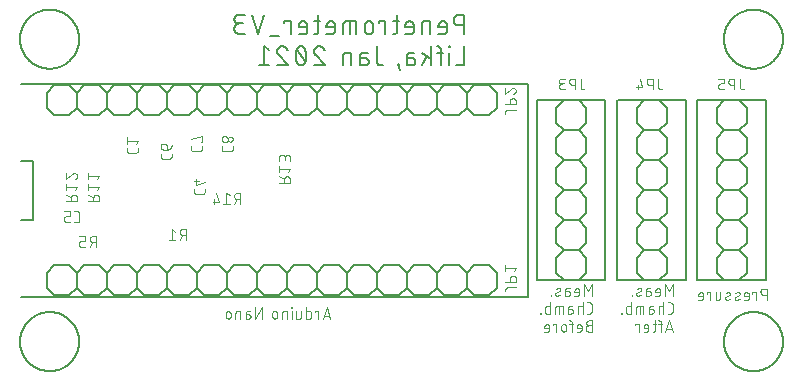
<source format=gbr>
G04 EAGLE Gerber RS-274X export*
G75*
%MOMM*%
%FSLAX34Y34*%
%LPD*%
%INSilkscreen Bottom*%
%IPPOS*%
%AMOC8*
5,1,8,0,0,1.08239X$1,22.5*%
G01*
%ADD10C,0.152400*%
%ADD11C,0.076200*%
%ADD12C,0.101600*%


D10*
X3000Y65000D02*
X432000Y65000D01*
X432000Y245000D01*
X3000Y245000D01*
X497500Y231200D02*
X497500Y78800D01*
X440000Y78800D01*
X440000Y231200D02*
X497500Y231200D01*
X439500Y231200D02*
X439500Y78800D01*
X507500Y78800D02*
X507500Y231200D01*
X508000Y231200D02*
X565500Y231200D01*
X565500Y78800D02*
X508000Y78800D01*
X565500Y78800D02*
X565500Y231200D01*
X378238Y287432D02*
X378238Y303688D01*
X373722Y303688D01*
X373589Y303686D01*
X373457Y303680D01*
X373325Y303670D01*
X373193Y303657D01*
X373061Y303639D01*
X372931Y303618D01*
X372800Y303593D01*
X372671Y303564D01*
X372543Y303531D01*
X372415Y303495D01*
X372289Y303455D01*
X372164Y303411D01*
X372040Y303363D01*
X371918Y303312D01*
X371797Y303257D01*
X371678Y303199D01*
X371560Y303137D01*
X371445Y303072D01*
X371331Y303003D01*
X371220Y302932D01*
X371111Y302856D01*
X371004Y302778D01*
X370899Y302697D01*
X370797Y302612D01*
X370697Y302525D01*
X370600Y302435D01*
X370505Y302342D01*
X370414Y302246D01*
X370325Y302148D01*
X370239Y302047D01*
X370156Y301943D01*
X370076Y301837D01*
X370000Y301729D01*
X369926Y301619D01*
X369856Y301506D01*
X369789Y301392D01*
X369726Y301275D01*
X369666Y301157D01*
X369609Y301037D01*
X369556Y300915D01*
X369507Y300792D01*
X369461Y300668D01*
X369419Y300542D01*
X369381Y300415D01*
X369346Y300287D01*
X369315Y300158D01*
X369288Y300029D01*
X369265Y299898D01*
X369245Y299767D01*
X369230Y299635D01*
X369218Y299503D01*
X369210Y299371D01*
X369206Y299238D01*
X369206Y299106D01*
X369210Y298973D01*
X369218Y298841D01*
X369230Y298709D01*
X369245Y298577D01*
X369265Y298446D01*
X369288Y298315D01*
X369315Y298186D01*
X369346Y298057D01*
X369381Y297929D01*
X369419Y297802D01*
X369461Y297676D01*
X369507Y297552D01*
X369556Y297429D01*
X369609Y297307D01*
X369666Y297187D01*
X369726Y297069D01*
X369789Y296952D01*
X369856Y296838D01*
X369926Y296725D01*
X370000Y296615D01*
X370076Y296507D01*
X370156Y296401D01*
X370239Y296297D01*
X370325Y296196D01*
X370414Y296098D01*
X370505Y296002D01*
X370600Y295909D01*
X370697Y295819D01*
X370797Y295732D01*
X370899Y295647D01*
X371004Y295566D01*
X371111Y295488D01*
X371220Y295412D01*
X371331Y295341D01*
X371445Y295272D01*
X371560Y295207D01*
X371678Y295145D01*
X371797Y295087D01*
X371918Y295032D01*
X372040Y294981D01*
X372164Y294933D01*
X372289Y294889D01*
X372415Y294849D01*
X372543Y294813D01*
X372671Y294780D01*
X372800Y294751D01*
X372931Y294726D01*
X373061Y294705D01*
X373193Y294687D01*
X373325Y294674D01*
X373457Y294664D01*
X373589Y294658D01*
X373722Y294656D01*
X373722Y294657D02*
X378238Y294657D01*
X360768Y287432D02*
X356253Y287432D01*
X360768Y287432D02*
X360869Y287434D01*
X360970Y287440D01*
X361071Y287449D01*
X361172Y287462D01*
X361272Y287479D01*
X361371Y287500D01*
X361469Y287524D01*
X361566Y287552D01*
X361663Y287584D01*
X361758Y287619D01*
X361851Y287658D01*
X361943Y287700D01*
X362034Y287746D01*
X362123Y287795D01*
X362209Y287847D01*
X362294Y287903D01*
X362377Y287961D01*
X362457Y288023D01*
X362535Y288088D01*
X362611Y288155D01*
X362684Y288225D01*
X362754Y288298D01*
X362821Y288374D01*
X362886Y288452D01*
X362948Y288532D01*
X363006Y288615D01*
X363062Y288700D01*
X363114Y288787D01*
X363163Y288875D01*
X363209Y288966D01*
X363251Y289058D01*
X363290Y289151D01*
X363325Y289246D01*
X363357Y289343D01*
X363385Y289440D01*
X363409Y289538D01*
X363430Y289637D01*
X363447Y289737D01*
X363460Y289838D01*
X363469Y289939D01*
X363475Y290040D01*
X363477Y290141D01*
X363478Y290141D02*
X363478Y294657D01*
X363477Y294657D02*
X363475Y294776D01*
X363469Y294896D01*
X363459Y295015D01*
X363445Y295133D01*
X363428Y295252D01*
X363406Y295369D01*
X363381Y295486D01*
X363351Y295601D01*
X363318Y295716D01*
X363281Y295830D01*
X363241Y295942D01*
X363196Y296053D01*
X363148Y296162D01*
X363097Y296270D01*
X363042Y296376D01*
X362983Y296480D01*
X362921Y296582D01*
X362856Y296682D01*
X362787Y296780D01*
X362715Y296876D01*
X362640Y296969D01*
X362563Y297059D01*
X362482Y297147D01*
X362398Y297232D01*
X362311Y297314D01*
X362222Y297394D01*
X362130Y297470D01*
X362036Y297544D01*
X361939Y297614D01*
X361841Y297681D01*
X361740Y297745D01*
X361636Y297805D01*
X361531Y297862D01*
X361424Y297915D01*
X361316Y297965D01*
X361206Y298011D01*
X361094Y298053D01*
X360981Y298092D01*
X360867Y298127D01*
X360752Y298158D01*
X360635Y298186D01*
X360518Y298209D01*
X360401Y298229D01*
X360282Y298245D01*
X360163Y298257D01*
X360044Y298265D01*
X359925Y298269D01*
X359805Y298269D01*
X359686Y298265D01*
X359567Y298257D01*
X359448Y298245D01*
X359329Y298229D01*
X359212Y298209D01*
X359095Y298186D01*
X358978Y298158D01*
X358863Y298127D01*
X358749Y298092D01*
X358636Y298053D01*
X358524Y298011D01*
X358414Y297965D01*
X358306Y297915D01*
X358199Y297862D01*
X358094Y297805D01*
X357990Y297745D01*
X357889Y297681D01*
X357791Y297614D01*
X357694Y297544D01*
X357600Y297470D01*
X357508Y297394D01*
X357419Y297314D01*
X357332Y297232D01*
X357248Y297147D01*
X357167Y297059D01*
X357090Y296969D01*
X357015Y296876D01*
X356943Y296780D01*
X356874Y296682D01*
X356809Y296582D01*
X356747Y296480D01*
X356688Y296376D01*
X356633Y296270D01*
X356582Y296162D01*
X356534Y296053D01*
X356489Y295942D01*
X356449Y295830D01*
X356412Y295716D01*
X356379Y295601D01*
X356349Y295486D01*
X356324Y295369D01*
X356302Y295252D01*
X356285Y295133D01*
X356271Y295015D01*
X356261Y294896D01*
X356255Y294776D01*
X356253Y294657D01*
X356253Y292851D01*
X363478Y292851D01*
X349410Y287432D02*
X349410Y298269D01*
X344894Y298269D01*
X344790Y298267D01*
X344687Y298261D01*
X344583Y298251D01*
X344480Y298237D01*
X344378Y298219D01*
X344277Y298198D01*
X344176Y298172D01*
X344077Y298143D01*
X343978Y298110D01*
X343881Y298073D01*
X343786Y298032D01*
X343692Y297988D01*
X343600Y297940D01*
X343510Y297889D01*
X343421Y297834D01*
X343335Y297776D01*
X343252Y297714D01*
X343170Y297650D01*
X343092Y297582D01*
X343016Y297512D01*
X342942Y297439D01*
X342872Y297362D01*
X342804Y297284D01*
X342740Y297202D01*
X342678Y297119D01*
X342620Y297033D01*
X342565Y296944D01*
X342514Y296854D01*
X342466Y296762D01*
X342422Y296668D01*
X342381Y296573D01*
X342344Y296476D01*
X342311Y296377D01*
X342282Y296278D01*
X342256Y296177D01*
X342235Y296076D01*
X342217Y295974D01*
X342203Y295871D01*
X342193Y295767D01*
X342187Y295664D01*
X342185Y295560D01*
X342185Y287432D01*
X332632Y287432D02*
X328117Y287432D01*
X332632Y287432D02*
X332733Y287434D01*
X332834Y287440D01*
X332935Y287449D01*
X333036Y287462D01*
X333136Y287479D01*
X333235Y287500D01*
X333333Y287524D01*
X333430Y287552D01*
X333527Y287584D01*
X333622Y287619D01*
X333715Y287658D01*
X333807Y287700D01*
X333898Y287746D01*
X333987Y287795D01*
X334073Y287847D01*
X334158Y287903D01*
X334241Y287961D01*
X334321Y288023D01*
X334399Y288088D01*
X334475Y288155D01*
X334548Y288225D01*
X334618Y288298D01*
X334685Y288374D01*
X334750Y288452D01*
X334812Y288532D01*
X334870Y288615D01*
X334926Y288700D01*
X334978Y288787D01*
X335027Y288875D01*
X335073Y288966D01*
X335115Y289058D01*
X335154Y289151D01*
X335189Y289246D01*
X335221Y289343D01*
X335249Y289440D01*
X335273Y289538D01*
X335294Y289637D01*
X335311Y289737D01*
X335324Y289838D01*
X335333Y289939D01*
X335339Y290040D01*
X335341Y290141D01*
X335342Y290141D02*
X335342Y294657D01*
X335341Y294657D02*
X335339Y294776D01*
X335333Y294896D01*
X335323Y295015D01*
X335309Y295133D01*
X335292Y295252D01*
X335270Y295369D01*
X335245Y295486D01*
X335215Y295601D01*
X335182Y295716D01*
X335145Y295830D01*
X335105Y295942D01*
X335060Y296053D01*
X335012Y296162D01*
X334961Y296270D01*
X334906Y296376D01*
X334847Y296480D01*
X334785Y296582D01*
X334720Y296682D01*
X334651Y296780D01*
X334579Y296876D01*
X334504Y296969D01*
X334427Y297059D01*
X334346Y297147D01*
X334262Y297232D01*
X334175Y297314D01*
X334086Y297394D01*
X333994Y297470D01*
X333900Y297544D01*
X333803Y297614D01*
X333705Y297681D01*
X333604Y297745D01*
X333500Y297805D01*
X333395Y297862D01*
X333288Y297915D01*
X333180Y297965D01*
X333070Y298011D01*
X332958Y298053D01*
X332845Y298092D01*
X332731Y298127D01*
X332616Y298158D01*
X332499Y298186D01*
X332382Y298209D01*
X332265Y298229D01*
X332146Y298245D01*
X332027Y298257D01*
X331908Y298265D01*
X331789Y298269D01*
X331669Y298269D01*
X331550Y298265D01*
X331431Y298257D01*
X331312Y298245D01*
X331193Y298229D01*
X331076Y298209D01*
X330959Y298186D01*
X330842Y298158D01*
X330727Y298127D01*
X330613Y298092D01*
X330500Y298053D01*
X330388Y298011D01*
X330278Y297965D01*
X330170Y297915D01*
X330063Y297862D01*
X329958Y297805D01*
X329854Y297745D01*
X329753Y297681D01*
X329655Y297614D01*
X329558Y297544D01*
X329464Y297470D01*
X329372Y297394D01*
X329283Y297314D01*
X329196Y297232D01*
X329112Y297147D01*
X329031Y297059D01*
X328954Y296969D01*
X328879Y296876D01*
X328807Y296780D01*
X328738Y296682D01*
X328673Y296582D01*
X328611Y296480D01*
X328552Y296376D01*
X328497Y296270D01*
X328446Y296162D01*
X328398Y296053D01*
X328353Y295942D01*
X328313Y295830D01*
X328276Y295716D01*
X328243Y295601D01*
X328213Y295486D01*
X328188Y295369D01*
X328166Y295252D01*
X328149Y295133D01*
X328135Y295015D01*
X328125Y294896D01*
X328119Y294776D01*
X328117Y294657D01*
X328117Y292851D01*
X335342Y292851D01*
X323092Y298269D02*
X317673Y298269D01*
X321286Y303688D02*
X321286Y290141D01*
X321285Y290141D02*
X321283Y290040D01*
X321277Y289939D01*
X321268Y289838D01*
X321255Y289737D01*
X321238Y289637D01*
X321217Y289538D01*
X321193Y289440D01*
X321165Y289343D01*
X321133Y289246D01*
X321098Y289151D01*
X321059Y289058D01*
X321017Y288966D01*
X320971Y288875D01*
X320922Y288787D01*
X320870Y288700D01*
X320814Y288615D01*
X320756Y288532D01*
X320694Y288452D01*
X320629Y288374D01*
X320562Y288298D01*
X320492Y288225D01*
X320419Y288155D01*
X320343Y288088D01*
X320265Y288023D01*
X320185Y287961D01*
X320102Y287903D01*
X320017Y287847D01*
X319931Y287795D01*
X319842Y287746D01*
X319751Y287700D01*
X319659Y287658D01*
X319566Y287619D01*
X319471Y287584D01*
X319374Y287552D01*
X319277Y287524D01*
X319179Y287500D01*
X319080Y287479D01*
X318980Y287462D01*
X318879Y287449D01*
X318778Y287440D01*
X318677Y287434D01*
X318576Y287432D01*
X317673Y287432D01*
X311289Y287432D02*
X311289Y298269D01*
X305870Y298269D01*
X305870Y296463D01*
X300953Y294657D02*
X300953Y291044D01*
X300952Y294657D02*
X300950Y294776D01*
X300944Y294896D01*
X300934Y295015D01*
X300920Y295133D01*
X300903Y295252D01*
X300881Y295369D01*
X300856Y295486D01*
X300826Y295601D01*
X300793Y295716D01*
X300756Y295830D01*
X300716Y295942D01*
X300671Y296053D01*
X300623Y296162D01*
X300572Y296270D01*
X300517Y296376D01*
X300458Y296480D01*
X300396Y296582D01*
X300331Y296682D01*
X300262Y296780D01*
X300190Y296876D01*
X300115Y296969D01*
X300038Y297059D01*
X299957Y297147D01*
X299873Y297232D01*
X299786Y297314D01*
X299697Y297394D01*
X299605Y297470D01*
X299511Y297544D01*
X299414Y297614D01*
X299316Y297681D01*
X299215Y297745D01*
X299111Y297805D01*
X299006Y297862D01*
X298899Y297915D01*
X298791Y297965D01*
X298681Y298011D01*
X298569Y298053D01*
X298456Y298092D01*
X298342Y298127D01*
X298227Y298158D01*
X298110Y298186D01*
X297993Y298209D01*
X297876Y298229D01*
X297757Y298245D01*
X297638Y298257D01*
X297519Y298265D01*
X297400Y298269D01*
X297280Y298269D01*
X297161Y298265D01*
X297042Y298257D01*
X296923Y298245D01*
X296804Y298229D01*
X296687Y298209D01*
X296570Y298186D01*
X296453Y298158D01*
X296338Y298127D01*
X296224Y298092D01*
X296111Y298053D01*
X295999Y298011D01*
X295889Y297965D01*
X295781Y297915D01*
X295674Y297862D01*
X295569Y297805D01*
X295465Y297745D01*
X295364Y297681D01*
X295266Y297614D01*
X295169Y297544D01*
X295075Y297470D01*
X294983Y297394D01*
X294894Y297314D01*
X294807Y297232D01*
X294723Y297147D01*
X294642Y297059D01*
X294565Y296969D01*
X294490Y296876D01*
X294418Y296780D01*
X294349Y296682D01*
X294284Y296582D01*
X294222Y296480D01*
X294163Y296376D01*
X294108Y296270D01*
X294057Y296162D01*
X294009Y296053D01*
X293964Y295942D01*
X293924Y295830D01*
X293887Y295716D01*
X293854Y295601D01*
X293824Y295486D01*
X293799Y295369D01*
X293777Y295252D01*
X293760Y295133D01*
X293746Y295015D01*
X293736Y294896D01*
X293730Y294776D01*
X293728Y294657D01*
X293728Y291044D01*
X293730Y290925D01*
X293736Y290805D01*
X293746Y290686D01*
X293760Y290568D01*
X293777Y290449D01*
X293799Y290332D01*
X293824Y290215D01*
X293854Y290100D01*
X293887Y289985D01*
X293924Y289871D01*
X293964Y289759D01*
X294009Y289648D01*
X294057Y289539D01*
X294108Y289431D01*
X294163Y289325D01*
X294222Y289221D01*
X294284Y289119D01*
X294349Y289019D01*
X294418Y288921D01*
X294490Y288825D01*
X294565Y288732D01*
X294642Y288642D01*
X294723Y288554D01*
X294807Y288469D01*
X294894Y288387D01*
X294983Y288307D01*
X295075Y288231D01*
X295169Y288157D01*
X295266Y288087D01*
X295364Y288020D01*
X295465Y287956D01*
X295569Y287896D01*
X295674Y287839D01*
X295781Y287786D01*
X295889Y287736D01*
X295999Y287690D01*
X296111Y287648D01*
X296224Y287609D01*
X296338Y287574D01*
X296453Y287543D01*
X296570Y287515D01*
X296687Y287492D01*
X296804Y287472D01*
X296923Y287456D01*
X297042Y287444D01*
X297161Y287436D01*
X297280Y287432D01*
X297400Y287432D01*
X297519Y287436D01*
X297638Y287444D01*
X297757Y287456D01*
X297876Y287472D01*
X297993Y287492D01*
X298110Y287515D01*
X298227Y287543D01*
X298342Y287574D01*
X298456Y287609D01*
X298569Y287648D01*
X298681Y287690D01*
X298791Y287736D01*
X298899Y287786D01*
X299006Y287839D01*
X299111Y287896D01*
X299215Y287956D01*
X299316Y288020D01*
X299414Y288087D01*
X299511Y288157D01*
X299605Y288231D01*
X299697Y288307D01*
X299786Y288387D01*
X299873Y288469D01*
X299957Y288554D01*
X300038Y288642D01*
X300115Y288732D01*
X300190Y288825D01*
X300262Y288921D01*
X300331Y289019D01*
X300396Y289119D01*
X300458Y289221D01*
X300517Y289325D01*
X300572Y289431D01*
X300623Y289539D01*
X300671Y289648D01*
X300716Y289759D01*
X300756Y289871D01*
X300793Y289985D01*
X300826Y290100D01*
X300856Y290215D01*
X300881Y290332D01*
X300903Y290449D01*
X300920Y290568D01*
X300934Y290686D01*
X300944Y290805D01*
X300950Y290925D01*
X300952Y291044D01*
X286607Y287432D02*
X286607Y298269D01*
X278479Y298269D01*
X278378Y298267D01*
X278277Y298261D01*
X278176Y298252D01*
X278075Y298239D01*
X277975Y298222D01*
X277876Y298201D01*
X277778Y298177D01*
X277681Y298149D01*
X277584Y298117D01*
X277489Y298082D01*
X277396Y298043D01*
X277304Y298001D01*
X277213Y297955D01*
X277125Y297906D01*
X277038Y297854D01*
X276953Y297798D01*
X276870Y297740D01*
X276790Y297678D01*
X276712Y297613D01*
X276636Y297546D01*
X276563Y297476D01*
X276493Y297403D01*
X276426Y297327D01*
X276361Y297249D01*
X276299Y297169D01*
X276241Y297086D01*
X276185Y297001D01*
X276133Y296915D01*
X276084Y296826D01*
X276038Y296735D01*
X275996Y296643D01*
X275957Y296550D01*
X275922Y296455D01*
X275890Y296358D01*
X275862Y296261D01*
X275838Y296163D01*
X275817Y296064D01*
X275800Y295964D01*
X275787Y295863D01*
X275778Y295762D01*
X275772Y295661D01*
X275770Y295560D01*
X275770Y287432D01*
X281188Y287432D02*
X281188Y298269D01*
X265939Y287432D02*
X261423Y287432D01*
X265939Y287432D02*
X266040Y287434D01*
X266141Y287440D01*
X266242Y287449D01*
X266343Y287462D01*
X266443Y287479D01*
X266542Y287500D01*
X266640Y287524D01*
X266737Y287552D01*
X266834Y287584D01*
X266929Y287619D01*
X267022Y287658D01*
X267114Y287700D01*
X267205Y287746D01*
X267294Y287795D01*
X267380Y287847D01*
X267465Y287903D01*
X267548Y287961D01*
X267628Y288023D01*
X267706Y288088D01*
X267782Y288155D01*
X267855Y288225D01*
X267925Y288298D01*
X267992Y288374D01*
X268057Y288452D01*
X268119Y288532D01*
X268177Y288615D01*
X268233Y288700D01*
X268285Y288787D01*
X268334Y288875D01*
X268380Y288966D01*
X268422Y289058D01*
X268461Y289151D01*
X268496Y289246D01*
X268528Y289343D01*
X268556Y289440D01*
X268580Y289538D01*
X268601Y289637D01*
X268618Y289737D01*
X268631Y289838D01*
X268640Y289939D01*
X268646Y290040D01*
X268648Y290141D01*
X268648Y294657D01*
X268646Y294776D01*
X268640Y294896D01*
X268630Y295015D01*
X268616Y295133D01*
X268599Y295252D01*
X268577Y295369D01*
X268552Y295486D01*
X268522Y295601D01*
X268489Y295716D01*
X268452Y295830D01*
X268412Y295942D01*
X268367Y296053D01*
X268319Y296162D01*
X268268Y296270D01*
X268213Y296376D01*
X268154Y296480D01*
X268092Y296582D01*
X268027Y296682D01*
X267958Y296780D01*
X267886Y296876D01*
X267811Y296969D01*
X267734Y297059D01*
X267653Y297147D01*
X267569Y297232D01*
X267482Y297314D01*
X267393Y297394D01*
X267301Y297470D01*
X267207Y297544D01*
X267110Y297614D01*
X267012Y297681D01*
X266911Y297745D01*
X266807Y297805D01*
X266702Y297862D01*
X266595Y297915D01*
X266487Y297965D01*
X266377Y298011D01*
X266265Y298053D01*
X266152Y298092D01*
X266038Y298127D01*
X265923Y298158D01*
X265806Y298186D01*
X265689Y298209D01*
X265572Y298229D01*
X265453Y298245D01*
X265334Y298257D01*
X265215Y298265D01*
X265096Y298269D01*
X264976Y298269D01*
X264857Y298265D01*
X264738Y298257D01*
X264619Y298245D01*
X264500Y298229D01*
X264383Y298209D01*
X264266Y298186D01*
X264149Y298158D01*
X264034Y298127D01*
X263920Y298092D01*
X263807Y298053D01*
X263695Y298011D01*
X263585Y297965D01*
X263477Y297915D01*
X263370Y297862D01*
X263265Y297805D01*
X263161Y297745D01*
X263060Y297681D01*
X262962Y297614D01*
X262865Y297544D01*
X262771Y297470D01*
X262679Y297394D01*
X262590Y297314D01*
X262503Y297232D01*
X262419Y297147D01*
X262338Y297059D01*
X262261Y296969D01*
X262186Y296876D01*
X262114Y296780D01*
X262045Y296682D01*
X261980Y296582D01*
X261918Y296480D01*
X261859Y296376D01*
X261804Y296270D01*
X261753Y296162D01*
X261705Y296053D01*
X261660Y295942D01*
X261620Y295830D01*
X261583Y295716D01*
X261550Y295601D01*
X261520Y295486D01*
X261495Y295369D01*
X261473Y295252D01*
X261456Y295133D01*
X261442Y295015D01*
X261432Y294896D01*
X261426Y294776D01*
X261424Y294657D01*
X261423Y294657D02*
X261423Y292851D01*
X268648Y292851D01*
X256399Y298269D02*
X250980Y298269D01*
X254592Y303688D02*
X254592Y290141D01*
X254590Y290040D01*
X254584Y289939D01*
X254575Y289838D01*
X254562Y289737D01*
X254545Y289637D01*
X254524Y289538D01*
X254500Y289440D01*
X254472Y289343D01*
X254440Y289246D01*
X254405Y289151D01*
X254366Y289058D01*
X254324Y288966D01*
X254278Y288875D01*
X254229Y288787D01*
X254177Y288700D01*
X254121Y288615D01*
X254063Y288532D01*
X254001Y288452D01*
X253936Y288374D01*
X253869Y288298D01*
X253799Y288225D01*
X253726Y288155D01*
X253650Y288088D01*
X253572Y288023D01*
X253492Y287961D01*
X253409Y287903D01*
X253324Y287847D01*
X253238Y287795D01*
X253149Y287746D01*
X253058Y287700D01*
X252966Y287658D01*
X252873Y287619D01*
X252778Y287584D01*
X252681Y287552D01*
X252584Y287524D01*
X252486Y287500D01*
X252387Y287479D01*
X252287Y287462D01*
X252186Y287449D01*
X252085Y287440D01*
X251984Y287434D01*
X251883Y287432D01*
X250980Y287432D01*
X242492Y287432D02*
X237977Y287432D01*
X242492Y287432D02*
X242593Y287434D01*
X242694Y287440D01*
X242795Y287449D01*
X242896Y287462D01*
X242996Y287479D01*
X243095Y287500D01*
X243193Y287524D01*
X243290Y287552D01*
X243387Y287584D01*
X243482Y287619D01*
X243575Y287658D01*
X243667Y287700D01*
X243758Y287746D01*
X243847Y287795D01*
X243933Y287847D01*
X244018Y287903D01*
X244101Y287961D01*
X244181Y288023D01*
X244259Y288088D01*
X244335Y288155D01*
X244408Y288225D01*
X244478Y288298D01*
X244545Y288374D01*
X244610Y288452D01*
X244672Y288532D01*
X244730Y288615D01*
X244786Y288700D01*
X244838Y288787D01*
X244887Y288875D01*
X244933Y288966D01*
X244975Y289058D01*
X245014Y289151D01*
X245049Y289246D01*
X245081Y289343D01*
X245109Y289440D01*
X245133Y289538D01*
X245154Y289637D01*
X245171Y289737D01*
X245184Y289838D01*
X245193Y289939D01*
X245199Y290040D01*
X245201Y290141D01*
X245202Y290141D02*
X245202Y294657D01*
X245201Y294657D02*
X245199Y294776D01*
X245193Y294896D01*
X245183Y295015D01*
X245169Y295133D01*
X245152Y295252D01*
X245130Y295369D01*
X245105Y295486D01*
X245075Y295601D01*
X245042Y295716D01*
X245005Y295830D01*
X244965Y295942D01*
X244920Y296053D01*
X244872Y296162D01*
X244821Y296270D01*
X244766Y296376D01*
X244707Y296480D01*
X244645Y296582D01*
X244580Y296682D01*
X244511Y296780D01*
X244439Y296876D01*
X244364Y296969D01*
X244287Y297059D01*
X244206Y297147D01*
X244122Y297232D01*
X244035Y297314D01*
X243946Y297394D01*
X243854Y297470D01*
X243760Y297544D01*
X243663Y297614D01*
X243565Y297681D01*
X243464Y297745D01*
X243360Y297805D01*
X243255Y297862D01*
X243148Y297915D01*
X243040Y297965D01*
X242930Y298011D01*
X242818Y298053D01*
X242705Y298092D01*
X242591Y298127D01*
X242476Y298158D01*
X242359Y298186D01*
X242242Y298209D01*
X242125Y298229D01*
X242006Y298245D01*
X241887Y298257D01*
X241768Y298265D01*
X241649Y298269D01*
X241529Y298269D01*
X241410Y298265D01*
X241291Y298257D01*
X241172Y298245D01*
X241053Y298229D01*
X240936Y298209D01*
X240819Y298186D01*
X240702Y298158D01*
X240587Y298127D01*
X240473Y298092D01*
X240360Y298053D01*
X240248Y298011D01*
X240138Y297965D01*
X240030Y297915D01*
X239923Y297862D01*
X239818Y297805D01*
X239714Y297745D01*
X239613Y297681D01*
X239515Y297614D01*
X239418Y297544D01*
X239324Y297470D01*
X239232Y297394D01*
X239143Y297314D01*
X239056Y297232D01*
X238972Y297147D01*
X238891Y297059D01*
X238814Y296969D01*
X238739Y296876D01*
X238667Y296780D01*
X238598Y296682D01*
X238533Y296582D01*
X238471Y296480D01*
X238412Y296376D01*
X238357Y296270D01*
X238306Y296162D01*
X238258Y296053D01*
X238213Y295942D01*
X238173Y295830D01*
X238136Y295716D01*
X238103Y295601D01*
X238073Y295486D01*
X238048Y295369D01*
X238026Y295252D01*
X238009Y295133D01*
X237995Y295015D01*
X237985Y294896D01*
X237979Y294776D01*
X237977Y294657D01*
X237977Y292851D01*
X245202Y292851D01*
X231049Y287432D02*
X231049Y298269D01*
X225630Y298269D01*
X225630Y296463D01*
X221234Y285626D02*
X214009Y285626D01*
X203553Y287432D02*
X208972Y303688D01*
X198135Y303688D02*
X203553Y287432D01*
X192437Y287432D02*
X187922Y287432D01*
X187789Y287434D01*
X187657Y287440D01*
X187525Y287450D01*
X187393Y287463D01*
X187261Y287481D01*
X187131Y287502D01*
X187000Y287527D01*
X186871Y287556D01*
X186743Y287589D01*
X186615Y287625D01*
X186489Y287665D01*
X186364Y287709D01*
X186240Y287757D01*
X186118Y287808D01*
X185997Y287863D01*
X185878Y287921D01*
X185760Y287983D01*
X185645Y288048D01*
X185531Y288117D01*
X185420Y288188D01*
X185311Y288264D01*
X185204Y288342D01*
X185099Y288423D01*
X184997Y288508D01*
X184897Y288595D01*
X184800Y288685D01*
X184705Y288778D01*
X184614Y288874D01*
X184525Y288972D01*
X184439Y289073D01*
X184356Y289177D01*
X184276Y289283D01*
X184200Y289391D01*
X184126Y289501D01*
X184056Y289614D01*
X183989Y289728D01*
X183926Y289845D01*
X183866Y289963D01*
X183809Y290083D01*
X183756Y290205D01*
X183707Y290328D01*
X183661Y290452D01*
X183619Y290578D01*
X183581Y290705D01*
X183546Y290833D01*
X183515Y290962D01*
X183488Y291091D01*
X183465Y291222D01*
X183445Y291353D01*
X183430Y291485D01*
X183418Y291617D01*
X183410Y291749D01*
X183406Y291882D01*
X183406Y292014D01*
X183410Y292147D01*
X183418Y292279D01*
X183430Y292411D01*
X183445Y292543D01*
X183465Y292674D01*
X183488Y292805D01*
X183515Y292934D01*
X183546Y293063D01*
X183581Y293191D01*
X183619Y293318D01*
X183661Y293444D01*
X183707Y293568D01*
X183756Y293691D01*
X183809Y293813D01*
X183866Y293933D01*
X183926Y294051D01*
X183989Y294168D01*
X184056Y294282D01*
X184126Y294395D01*
X184200Y294505D01*
X184276Y294613D01*
X184356Y294719D01*
X184439Y294823D01*
X184525Y294924D01*
X184614Y295022D01*
X184705Y295118D01*
X184800Y295211D01*
X184897Y295301D01*
X184997Y295388D01*
X185099Y295473D01*
X185204Y295554D01*
X185311Y295632D01*
X185420Y295708D01*
X185531Y295779D01*
X185645Y295848D01*
X185760Y295913D01*
X185878Y295975D01*
X185997Y296033D01*
X186118Y296088D01*
X186240Y296139D01*
X186364Y296187D01*
X186489Y296231D01*
X186615Y296271D01*
X186743Y296307D01*
X186871Y296340D01*
X187000Y296369D01*
X187131Y296394D01*
X187261Y296415D01*
X187393Y296433D01*
X187525Y296446D01*
X187657Y296456D01*
X187789Y296462D01*
X187922Y296464D01*
X187019Y303688D02*
X192437Y303688D01*
X187019Y303688D02*
X186900Y303686D01*
X186780Y303680D01*
X186661Y303670D01*
X186543Y303656D01*
X186424Y303639D01*
X186307Y303617D01*
X186190Y303592D01*
X186075Y303562D01*
X185960Y303529D01*
X185846Y303492D01*
X185734Y303452D01*
X185623Y303407D01*
X185514Y303359D01*
X185406Y303308D01*
X185300Y303253D01*
X185196Y303194D01*
X185094Y303132D01*
X184994Y303067D01*
X184896Y302998D01*
X184800Y302926D01*
X184707Y302851D01*
X184617Y302774D01*
X184529Y302693D01*
X184444Y302609D01*
X184362Y302522D01*
X184282Y302433D01*
X184206Y302341D01*
X184132Y302247D01*
X184062Y302150D01*
X183995Y302052D01*
X183931Y301951D01*
X183871Y301847D01*
X183814Y301742D01*
X183761Y301635D01*
X183711Y301527D01*
X183665Y301417D01*
X183623Y301305D01*
X183584Y301192D01*
X183549Y301078D01*
X183518Y300963D01*
X183490Y300846D01*
X183467Y300729D01*
X183447Y300612D01*
X183431Y300493D01*
X183419Y300374D01*
X183411Y300255D01*
X183407Y300136D01*
X183407Y300016D01*
X183411Y299897D01*
X183419Y299778D01*
X183431Y299659D01*
X183447Y299540D01*
X183467Y299423D01*
X183490Y299306D01*
X183518Y299189D01*
X183549Y299074D01*
X183584Y298960D01*
X183623Y298847D01*
X183665Y298735D01*
X183711Y298625D01*
X183761Y298517D01*
X183814Y298410D01*
X183871Y298305D01*
X183931Y298201D01*
X183995Y298100D01*
X184062Y298002D01*
X184132Y297905D01*
X184206Y297811D01*
X184282Y297719D01*
X184362Y297630D01*
X184444Y297543D01*
X184529Y297459D01*
X184617Y297378D01*
X184707Y297301D01*
X184800Y297226D01*
X184896Y297154D01*
X184994Y297085D01*
X185094Y297020D01*
X185196Y296958D01*
X185300Y296899D01*
X185406Y296844D01*
X185514Y296793D01*
X185623Y296745D01*
X185734Y296700D01*
X185846Y296660D01*
X185960Y296623D01*
X186075Y296590D01*
X186190Y296560D01*
X186307Y296535D01*
X186424Y296513D01*
X186543Y296496D01*
X186661Y296482D01*
X186780Y296472D01*
X186900Y296466D01*
X187019Y296464D01*
X187019Y296463D02*
X190631Y296463D01*
X378238Y277018D02*
X378238Y260762D01*
X371013Y260762D01*
X365416Y260762D02*
X365416Y271599D01*
X365867Y276115D02*
X365867Y277018D01*
X364964Y277018D01*
X364964Y276115D01*
X365867Y276115D01*
X358241Y274309D02*
X358241Y260762D01*
X358240Y274309D02*
X358238Y274410D01*
X358232Y274511D01*
X358223Y274612D01*
X358210Y274713D01*
X358193Y274813D01*
X358172Y274912D01*
X358148Y275010D01*
X358120Y275107D01*
X358088Y275204D01*
X358053Y275299D01*
X358014Y275392D01*
X357972Y275484D01*
X357926Y275575D01*
X357877Y275664D01*
X357825Y275750D01*
X357769Y275835D01*
X357711Y275918D01*
X357649Y275998D01*
X357584Y276076D01*
X357517Y276152D01*
X357447Y276225D01*
X357374Y276295D01*
X357298Y276362D01*
X357220Y276427D01*
X357140Y276489D01*
X357057Y276547D01*
X356972Y276603D01*
X356886Y276655D01*
X356797Y276704D01*
X356706Y276750D01*
X356614Y276792D01*
X356521Y276831D01*
X356426Y276866D01*
X356329Y276898D01*
X356232Y276926D01*
X356134Y276950D01*
X356035Y276971D01*
X355935Y276988D01*
X355834Y277001D01*
X355733Y277010D01*
X355632Y277016D01*
X355531Y277018D01*
X354628Y277018D01*
X354628Y271599D02*
X360047Y271599D01*
X349581Y277018D02*
X349581Y260762D01*
X349581Y266181D02*
X342356Y271599D01*
X346420Y268438D02*
X342356Y260762D01*
X333636Y267084D02*
X329572Y267084D01*
X333636Y267084D02*
X333748Y267082D01*
X333859Y267076D01*
X333970Y267066D01*
X334081Y267053D01*
X334191Y267035D01*
X334300Y267013D01*
X334409Y266988D01*
X334517Y266959D01*
X334623Y266926D01*
X334729Y266889D01*
X334833Y266849D01*
X334935Y266805D01*
X335036Y266757D01*
X335135Y266706D01*
X335233Y266651D01*
X335328Y266593D01*
X335421Y266532D01*
X335512Y266467D01*
X335601Y266399D01*
X335687Y266328D01*
X335770Y266255D01*
X335851Y266178D01*
X335930Y266098D01*
X336005Y266016D01*
X336077Y265931D01*
X336147Y265844D01*
X336213Y265754D01*
X336276Y265662D01*
X336336Y265567D01*
X336392Y265471D01*
X336445Y265373D01*
X336494Y265273D01*
X336540Y265171D01*
X336582Y265068D01*
X336621Y264963D01*
X336656Y264857D01*
X336687Y264750D01*
X336714Y264642D01*
X336738Y264533D01*
X336757Y264423D01*
X336773Y264313D01*
X336785Y264202D01*
X336793Y264090D01*
X336797Y263979D01*
X336797Y263867D01*
X336793Y263756D01*
X336785Y263644D01*
X336773Y263533D01*
X336757Y263423D01*
X336738Y263313D01*
X336714Y263204D01*
X336687Y263096D01*
X336656Y262989D01*
X336621Y262883D01*
X336582Y262778D01*
X336540Y262675D01*
X336494Y262573D01*
X336445Y262473D01*
X336392Y262375D01*
X336336Y262279D01*
X336276Y262184D01*
X336213Y262092D01*
X336147Y262002D01*
X336077Y261915D01*
X336005Y261830D01*
X335930Y261748D01*
X335851Y261668D01*
X335770Y261591D01*
X335687Y261518D01*
X335601Y261447D01*
X335512Y261379D01*
X335421Y261314D01*
X335328Y261253D01*
X335233Y261195D01*
X335135Y261140D01*
X335036Y261089D01*
X334935Y261041D01*
X334833Y260997D01*
X334729Y260957D01*
X334623Y260920D01*
X334517Y260887D01*
X334409Y260858D01*
X334300Y260833D01*
X334191Y260811D01*
X334081Y260793D01*
X333970Y260780D01*
X333859Y260770D01*
X333748Y260764D01*
X333636Y260762D01*
X329572Y260762D01*
X329572Y268890D01*
X329574Y268991D01*
X329580Y269092D01*
X329589Y269193D01*
X329602Y269294D01*
X329619Y269394D01*
X329640Y269493D01*
X329664Y269591D01*
X329692Y269688D01*
X329724Y269785D01*
X329759Y269880D01*
X329798Y269973D01*
X329840Y270065D01*
X329886Y270156D01*
X329935Y270245D01*
X329987Y270331D01*
X330043Y270416D01*
X330101Y270499D01*
X330163Y270579D01*
X330228Y270657D01*
X330295Y270733D01*
X330365Y270806D01*
X330438Y270876D01*
X330514Y270943D01*
X330592Y271008D01*
X330672Y271070D01*
X330755Y271128D01*
X330840Y271184D01*
X330927Y271236D01*
X331015Y271285D01*
X331106Y271331D01*
X331198Y271373D01*
X331291Y271412D01*
X331386Y271447D01*
X331483Y271479D01*
X331580Y271507D01*
X331678Y271531D01*
X331777Y271552D01*
X331877Y271569D01*
X331978Y271582D01*
X332079Y271591D01*
X332180Y271597D01*
X332281Y271599D01*
X335894Y271599D01*
X323195Y260762D02*
X322292Y260762D01*
X323195Y260762D02*
X323195Y261665D01*
X322292Y261665D01*
X322292Y260762D01*
X323647Y257150D01*
X304053Y264374D02*
X304053Y277018D01*
X304053Y264374D02*
X304055Y264256D01*
X304061Y264138D01*
X304070Y264020D01*
X304084Y263903D01*
X304101Y263786D01*
X304122Y263669D01*
X304147Y263554D01*
X304176Y263439D01*
X304209Y263325D01*
X304245Y263213D01*
X304285Y263102D01*
X304328Y262992D01*
X304375Y262883D01*
X304425Y262776D01*
X304480Y262671D01*
X304537Y262568D01*
X304598Y262467D01*
X304662Y262367D01*
X304729Y262270D01*
X304799Y262175D01*
X304873Y262083D01*
X304949Y261992D01*
X305029Y261905D01*
X305111Y261820D01*
X305196Y261738D01*
X305283Y261658D01*
X305374Y261582D01*
X305466Y261508D01*
X305561Y261438D01*
X305658Y261371D01*
X305758Y261307D01*
X305859Y261246D01*
X305962Y261189D01*
X306067Y261134D01*
X306174Y261084D01*
X306283Y261037D01*
X306393Y260994D01*
X306504Y260954D01*
X306616Y260918D01*
X306730Y260885D01*
X306845Y260856D01*
X306960Y260831D01*
X307077Y260810D01*
X307194Y260793D01*
X307311Y260779D01*
X307429Y260770D01*
X307547Y260764D01*
X307665Y260762D01*
X309471Y260762D01*
X294037Y267084D02*
X289973Y267084D01*
X294037Y267084D02*
X294149Y267082D01*
X294260Y267076D01*
X294371Y267066D01*
X294482Y267053D01*
X294592Y267035D01*
X294701Y267013D01*
X294810Y266988D01*
X294918Y266959D01*
X295024Y266926D01*
X295130Y266889D01*
X295234Y266849D01*
X295336Y266805D01*
X295437Y266757D01*
X295536Y266706D01*
X295634Y266651D01*
X295729Y266593D01*
X295822Y266532D01*
X295913Y266467D01*
X296002Y266399D01*
X296088Y266328D01*
X296171Y266255D01*
X296252Y266178D01*
X296331Y266098D01*
X296406Y266016D01*
X296478Y265931D01*
X296548Y265844D01*
X296614Y265754D01*
X296677Y265662D01*
X296737Y265567D01*
X296793Y265471D01*
X296846Y265373D01*
X296895Y265273D01*
X296941Y265171D01*
X296983Y265068D01*
X297022Y264963D01*
X297057Y264857D01*
X297088Y264750D01*
X297115Y264642D01*
X297139Y264533D01*
X297158Y264423D01*
X297174Y264313D01*
X297186Y264202D01*
X297194Y264090D01*
X297198Y263979D01*
X297198Y263867D01*
X297194Y263756D01*
X297186Y263644D01*
X297174Y263533D01*
X297158Y263423D01*
X297139Y263313D01*
X297115Y263204D01*
X297088Y263096D01*
X297057Y262989D01*
X297022Y262883D01*
X296983Y262778D01*
X296941Y262675D01*
X296895Y262573D01*
X296846Y262473D01*
X296793Y262375D01*
X296737Y262279D01*
X296677Y262184D01*
X296614Y262092D01*
X296548Y262002D01*
X296478Y261915D01*
X296406Y261830D01*
X296331Y261748D01*
X296252Y261668D01*
X296171Y261591D01*
X296088Y261518D01*
X296002Y261447D01*
X295913Y261379D01*
X295822Y261314D01*
X295729Y261253D01*
X295634Y261195D01*
X295536Y261140D01*
X295437Y261089D01*
X295336Y261041D01*
X295234Y260997D01*
X295130Y260957D01*
X295024Y260920D01*
X294918Y260887D01*
X294810Y260858D01*
X294701Y260833D01*
X294592Y260811D01*
X294482Y260793D01*
X294371Y260780D01*
X294260Y260770D01*
X294149Y260764D01*
X294037Y260762D01*
X289973Y260762D01*
X289973Y268890D01*
X289975Y268991D01*
X289981Y269092D01*
X289990Y269193D01*
X290003Y269294D01*
X290020Y269394D01*
X290041Y269493D01*
X290065Y269591D01*
X290093Y269688D01*
X290125Y269785D01*
X290160Y269880D01*
X290199Y269973D01*
X290241Y270065D01*
X290287Y270156D01*
X290336Y270245D01*
X290388Y270331D01*
X290444Y270416D01*
X290502Y270499D01*
X290564Y270579D01*
X290629Y270657D01*
X290696Y270733D01*
X290766Y270806D01*
X290839Y270876D01*
X290915Y270943D01*
X290993Y271008D01*
X291073Y271070D01*
X291156Y271128D01*
X291241Y271184D01*
X291328Y271236D01*
X291416Y271285D01*
X291507Y271331D01*
X291599Y271373D01*
X291692Y271412D01*
X291787Y271447D01*
X291884Y271479D01*
X291981Y271507D01*
X292079Y271531D01*
X292178Y271552D01*
X292278Y271569D01*
X292379Y271582D01*
X292480Y271591D01*
X292581Y271597D01*
X292682Y271599D01*
X296295Y271599D01*
X282535Y271599D02*
X282535Y260762D01*
X282535Y271599D02*
X278020Y271599D01*
X277916Y271597D01*
X277813Y271591D01*
X277709Y271581D01*
X277606Y271567D01*
X277504Y271549D01*
X277403Y271528D01*
X277302Y271502D01*
X277203Y271473D01*
X277104Y271440D01*
X277007Y271403D01*
X276912Y271362D01*
X276818Y271318D01*
X276726Y271270D01*
X276636Y271219D01*
X276547Y271164D01*
X276461Y271106D01*
X276378Y271044D01*
X276296Y270980D01*
X276218Y270912D01*
X276142Y270842D01*
X276068Y270769D01*
X275998Y270692D01*
X275930Y270614D01*
X275866Y270532D01*
X275804Y270449D01*
X275746Y270363D01*
X275691Y270274D01*
X275640Y270184D01*
X275592Y270092D01*
X275548Y269998D01*
X275507Y269903D01*
X275470Y269806D01*
X275437Y269707D01*
X275408Y269608D01*
X275382Y269507D01*
X275361Y269406D01*
X275343Y269304D01*
X275329Y269201D01*
X275319Y269097D01*
X275313Y268994D01*
X275311Y268890D01*
X275310Y268890D02*
X275310Y260762D01*
X255025Y277018D02*
X254900Y277016D01*
X254775Y277010D01*
X254650Y277001D01*
X254526Y276987D01*
X254402Y276970D01*
X254278Y276949D01*
X254156Y276924D01*
X254034Y276895D01*
X253913Y276863D01*
X253793Y276827D01*
X253674Y276787D01*
X253557Y276744D01*
X253441Y276697D01*
X253326Y276646D01*
X253214Y276592D01*
X253102Y276534D01*
X252993Y276474D01*
X252886Y276409D01*
X252780Y276342D01*
X252677Y276271D01*
X252576Y276197D01*
X252477Y276120D01*
X252381Y276040D01*
X252287Y275957D01*
X252196Y275872D01*
X252107Y275783D01*
X252022Y275692D01*
X251939Y275598D01*
X251859Y275502D01*
X251782Y275403D01*
X251708Y275302D01*
X251637Y275199D01*
X251570Y275093D01*
X251505Y274986D01*
X251445Y274877D01*
X251387Y274765D01*
X251333Y274653D01*
X251282Y274538D01*
X251235Y274422D01*
X251192Y274305D01*
X251152Y274186D01*
X251116Y274066D01*
X251084Y273945D01*
X251055Y273823D01*
X251030Y273701D01*
X251009Y273577D01*
X250992Y273453D01*
X250978Y273329D01*
X250969Y273204D01*
X250963Y273079D01*
X250961Y272954D01*
X255025Y277018D02*
X255168Y277016D01*
X255310Y277010D01*
X255453Y277000D01*
X255595Y276987D01*
X255736Y276969D01*
X255878Y276948D01*
X256018Y276923D01*
X256158Y276894D01*
X256297Y276861D01*
X256435Y276824D01*
X256572Y276784D01*
X256707Y276740D01*
X256842Y276692D01*
X256975Y276640D01*
X257107Y276585D01*
X257237Y276526D01*
X257365Y276464D01*
X257492Y276398D01*
X257617Y276329D01*
X257740Y276257D01*
X257861Y276181D01*
X257979Y276102D01*
X258096Y276019D01*
X258210Y275934D01*
X258322Y275845D01*
X258431Y275754D01*
X258538Y275659D01*
X258643Y275562D01*
X258744Y275461D01*
X258843Y275358D01*
X258939Y275253D01*
X259032Y275144D01*
X259122Y275033D01*
X259209Y274920D01*
X259293Y274805D01*
X259373Y274687D01*
X259451Y274567D01*
X259525Y274445D01*
X259595Y274321D01*
X259663Y274195D01*
X259726Y274067D01*
X259787Y273938D01*
X259844Y273807D01*
X259897Y273675D01*
X259946Y273541D01*
X259992Y273406D01*
X252316Y269793D02*
X252222Y269885D01*
X252132Y269979D01*
X252044Y270076D01*
X251959Y270176D01*
X251877Y270278D01*
X251798Y270383D01*
X251723Y270490D01*
X251651Y270599D01*
X251582Y270710D01*
X251516Y270824D01*
X251454Y270939D01*
X251395Y271056D01*
X251340Y271175D01*
X251289Y271295D01*
X251241Y271417D01*
X251196Y271540D01*
X251156Y271664D01*
X251119Y271790D01*
X251086Y271917D01*
X251057Y272044D01*
X251031Y272173D01*
X251010Y272302D01*
X250992Y272432D01*
X250979Y272562D01*
X250969Y272692D01*
X250963Y272823D01*
X250961Y272954D01*
X252315Y269793D02*
X259992Y260762D01*
X250961Y260762D01*
X244360Y268890D02*
X244356Y269210D01*
X244345Y269529D01*
X244326Y269849D01*
X244299Y270167D01*
X244265Y270485D01*
X244223Y270802D01*
X244173Y271118D01*
X244116Y271433D01*
X244052Y271746D01*
X243980Y272058D01*
X243901Y272368D01*
X243814Y272675D01*
X243720Y272981D01*
X243619Y273284D01*
X243510Y273585D01*
X243395Y273883D01*
X243272Y274179D01*
X243142Y274471D01*
X243005Y274760D01*
X243006Y274761D02*
X242967Y274869D01*
X242924Y274976D01*
X242878Y275081D01*
X242827Y275185D01*
X242774Y275287D01*
X242717Y275387D01*
X242656Y275485D01*
X242592Y275580D01*
X242525Y275674D01*
X242454Y275765D01*
X242381Y275854D01*
X242304Y275940D01*
X242225Y276023D01*
X242143Y276104D01*
X242058Y276182D01*
X241970Y276256D01*
X241880Y276328D01*
X241788Y276396D01*
X241693Y276462D01*
X241596Y276524D01*
X241497Y276582D01*
X241395Y276638D01*
X241293Y276689D01*
X241188Y276737D01*
X241082Y276782D01*
X240974Y276823D01*
X240865Y276860D01*
X240755Y276893D01*
X240643Y276922D01*
X240531Y276948D01*
X240418Y276970D01*
X240304Y276987D01*
X240190Y277001D01*
X240075Y277011D01*
X239960Y277017D01*
X239845Y277019D01*
X239845Y277018D02*
X239730Y277016D01*
X239615Y277010D01*
X239500Y277000D01*
X239386Y276986D01*
X239272Y276969D01*
X239159Y276947D01*
X239047Y276921D01*
X238935Y276892D01*
X238825Y276859D01*
X238716Y276822D01*
X238608Y276781D01*
X238502Y276736D01*
X238398Y276688D01*
X238295Y276637D01*
X238194Y276581D01*
X238094Y276523D01*
X237997Y276461D01*
X237903Y276396D01*
X237810Y276327D01*
X237720Y276255D01*
X237632Y276181D01*
X237547Y276103D01*
X237465Y276022D01*
X237386Y275939D01*
X237309Y275853D01*
X237236Y275764D01*
X237165Y275673D01*
X237098Y275579D01*
X237034Y275484D01*
X236973Y275386D01*
X236916Y275286D01*
X236863Y275184D01*
X236812Y275080D01*
X236766Y274975D01*
X236723Y274868D01*
X236684Y274760D01*
X236685Y274760D02*
X236548Y274471D01*
X236418Y274179D01*
X236295Y273883D01*
X236180Y273585D01*
X236071Y273284D01*
X235970Y272981D01*
X235876Y272675D01*
X235789Y272368D01*
X235710Y272058D01*
X235638Y271746D01*
X235574Y271433D01*
X235517Y271118D01*
X235467Y270802D01*
X235425Y270485D01*
X235391Y270167D01*
X235364Y269849D01*
X235345Y269529D01*
X235334Y269210D01*
X235330Y268890D01*
X244360Y268890D02*
X244356Y268570D01*
X244345Y268251D01*
X244326Y267931D01*
X244299Y267613D01*
X244265Y267295D01*
X244223Y266978D01*
X244173Y266662D01*
X244116Y266347D01*
X244052Y266034D01*
X243980Y265722D01*
X243901Y265412D01*
X243814Y265105D01*
X243720Y264799D01*
X243619Y264496D01*
X243510Y264195D01*
X243395Y263897D01*
X243272Y263601D01*
X243142Y263309D01*
X243005Y263020D01*
X243006Y263020D02*
X242967Y262912D01*
X242924Y262805D01*
X242878Y262700D01*
X242827Y262596D01*
X242774Y262494D01*
X242717Y262394D01*
X242656Y262296D01*
X242592Y262201D01*
X242525Y262107D01*
X242454Y262016D01*
X242381Y261927D01*
X242304Y261841D01*
X242225Y261758D01*
X242143Y261677D01*
X242058Y261599D01*
X241970Y261525D01*
X241880Y261453D01*
X241787Y261384D01*
X241693Y261319D01*
X241596Y261257D01*
X241496Y261199D01*
X241395Y261143D01*
X241293Y261092D01*
X241188Y261044D01*
X241082Y260999D01*
X240974Y260958D01*
X240865Y260921D01*
X240755Y260888D01*
X240643Y260859D01*
X240531Y260833D01*
X240418Y260811D01*
X240304Y260794D01*
X240190Y260780D01*
X240075Y260770D01*
X239960Y260764D01*
X239845Y260762D01*
X236685Y263020D02*
X236548Y263309D01*
X236418Y263601D01*
X236295Y263897D01*
X236180Y264195D01*
X236071Y264496D01*
X235970Y264799D01*
X235876Y265105D01*
X235789Y265412D01*
X235710Y265722D01*
X235638Y266034D01*
X235574Y266347D01*
X235517Y266662D01*
X235467Y266978D01*
X235425Y267295D01*
X235391Y267613D01*
X235364Y267931D01*
X235345Y268251D01*
X235334Y268570D01*
X235330Y268890D01*
X236684Y263020D02*
X236723Y262912D01*
X236766Y262805D01*
X236812Y262700D01*
X236863Y262596D01*
X236916Y262494D01*
X236974Y262394D01*
X237034Y262296D01*
X237098Y262201D01*
X237165Y262107D01*
X237236Y262016D01*
X237309Y261927D01*
X237386Y261841D01*
X237465Y261758D01*
X237547Y261677D01*
X237632Y261599D01*
X237720Y261525D01*
X237810Y261453D01*
X237903Y261384D01*
X237997Y261319D01*
X238094Y261257D01*
X238194Y261199D01*
X238295Y261143D01*
X238398Y261092D01*
X238502Y261044D01*
X238608Y260999D01*
X238716Y260958D01*
X238825Y260921D01*
X238935Y260888D01*
X239047Y260859D01*
X239159Y260833D01*
X239272Y260811D01*
X239386Y260794D01*
X239500Y260780D01*
X239615Y260770D01*
X239730Y260764D01*
X239845Y260762D01*
X243457Y264374D02*
X236232Y273406D01*
X223762Y277018D02*
X223637Y277016D01*
X223512Y277010D01*
X223387Y277001D01*
X223263Y276987D01*
X223139Y276970D01*
X223015Y276949D01*
X222893Y276924D01*
X222771Y276895D01*
X222650Y276863D01*
X222530Y276827D01*
X222411Y276787D01*
X222294Y276744D01*
X222178Y276697D01*
X222063Y276646D01*
X221951Y276592D01*
X221839Y276534D01*
X221730Y276474D01*
X221623Y276409D01*
X221517Y276342D01*
X221414Y276271D01*
X221313Y276197D01*
X221214Y276120D01*
X221118Y276040D01*
X221024Y275957D01*
X220933Y275872D01*
X220844Y275783D01*
X220759Y275692D01*
X220676Y275598D01*
X220596Y275502D01*
X220519Y275403D01*
X220445Y275302D01*
X220374Y275199D01*
X220307Y275093D01*
X220242Y274986D01*
X220182Y274877D01*
X220124Y274765D01*
X220070Y274653D01*
X220019Y274538D01*
X219972Y274422D01*
X219929Y274305D01*
X219889Y274186D01*
X219853Y274066D01*
X219821Y273945D01*
X219792Y273823D01*
X219767Y273701D01*
X219746Y273577D01*
X219729Y273453D01*
X219715Y273329D01*
X219706Y273204D01*
X219700Y273079D01*
X219698Y272954D01*
X223762Y277018D02*
X223905Y277016D01*
X224047Y277010D01*
X224190Y277000D01*
X224332Y276987D01*
X224473Y276969D01*
X224615Y276948D01*
X224755Y276923D01*
X224895Y276894D01*
X225034Y276861D01*
X225172Y276824D01*
X225309Y276784D01*
X225444Y276740D01*
X225579Y276692D01*
X225712Y276640D01*
X225844Y276585D01*
X225974Y276526D01*
X226102Y276464D01*
X226229Y276398D01*
X226354Y276329D01*
X226477Y276257D01*
X226598Y276181D01*
X226716Y276102D01*
X226833Y276019D01*
X226947Y275934D01*
X227059Y275845D01*
X227168Y275754D01*
X227275Y275659D01*
X227380Y275562D01*
X227481Y275461D01*
X227580Y275358D01*
X227676Y275253D01*
X227769Y275144D01*
X227859Y275033D01*
X227946Y274920D01*
X228030Y274805D01*
X228110Y274687D01*
X228188Y274567D01*
X228262Y274445D01*
X228332Y274321D01*
X228400Y274195D01*
X228463Y274067D01*
X228524Y273938D01*
X228581Y273807D01*
X228634Y273675D01*
X228683Y273541D01*
X228729Y273406D01*
X221053Y269793D02*
X220959Y269885D01*
X220869Y269979D01*
X220781Y270076D01*
X220696Y270176D01*
X220614Y270278D01*
X220535Y270383D01*
X220460Y270490D01*
X220388Y270599D01*
X220319Y270710D01*
X220253Y270824D01*
X220191Y270939D01*
X220132Y271056D01*
X220077Y271175D01*
X220026Y271295D01*
X219978Y271417D01*
X219933Y271540D01*
X219893Y271664D01*
X219856Y271790D01*
X219823Y271917D01*
X219794Y272044D01*
X219768Y272173D01*
X219747Y272302D01*
X219729Y272432D01*
X219716Y272562D01*
X219706Y272692D01*
X219700Y272823D01*
X219698Y272954D01*
X221053Y269793D02*
X228729Y260762D01*
X219698Y260762D01*
X213098Y273406D02*
X208582Y277018D01*
X208582Y260762D01*
X204067Y260762D02*
X213098Y260762D01*
X575500Y231200D02*
X575500Y78800D01*
X575500Y231200D02*
X633500Y231200D01*
X633500Y78800D02*
X575500Y78800D01*
X633500Y78800D02*
X633500Y231200D01*
X2000Y283000D02*
X2008Y283614D01*
X2030Y284227D01*
X2068Y284839D01*
X2120Y285450D01*
X2188Y286060D01*
X2271Y286668D01*
X2368Y287274D01*
X2480Y287877D01*
X2607Y288478D01*
X2749Y289075D01*
X2906Y289668D01*
X3076Y290257D01*
X3262Y290842D01*
X3461Y291422D01*
X3675Y291997D01*
X3903Y292567D01*
X4145Y293131D01*
X4400Y293689D01*
X4669Y294240D01*
X4952Y294785D01*
X5248Y295322D01*
X5557Y295853D01*
X5879Y296375D01*
X6213Y296889D01*
X6560Y297395D01*
X6920Y297892D01*
X7291Y298381D01*
X7675Y298860D01*
X8070Y299329D01*
X8476Y299789D01*
X8894Y300239D01*
X9322Y300678D01*
X9761Y301106D01*
X10211Y301524D01*
X10671Y301930D01*
X11140Y302325D01*
X11619Y302709D01*
X12108Y303080D01*
X12605Y303440D01*
X13111Y303787D01*
X13625Y304121D01*
X14147Y304443D01*
X14678Y304752D01*
X15215Y305048D01*
X15760Y305331D01*
X16311Y305600D01*
X16869Y305855D01*
X17433Y306097D01*
X18003Y306325D01*
X18578Y306539D01*
X19158Y306738D01*
X19743Y306924D01*
X20332Y307094D01*
X20925Y307251D01*
X21522Y307393D01*
X22123Y307520D01*
X22726Y307632D01*
X23332Y307729D01*
X23940Y307812D01*
X24550Y307880D01*
X25161Y307932D01*
X25773Y307970D01*
X26386Y307992D01*
X27000Y308000D01*
X27614Y307992D01*
X28227Y307970D01*
X28839Y307932D01*
X29450Y307880D01*
X30060Y307812D01*
X30668Y307729D01*
X31274Y307632D01*
X31877Y307520D01*
X32478Y307393D01*
X33075Y307251D01*
X33668Y307094D01*
X34257Y306924D01*
X34842Y306738D01*
X35422Y306539D01*
X35997Y306325D01*
X36567Y306097D01*
X37131Y305855D01*
X37689Y305600D01*
X38240Y305331D01*
X38785Y305048D01*
X39322Y304752D01*
X39853Y304443D01*
X40375Y304121D01*
X40889Y303787D01*
X41395Y303440D01*
X41892Y303080D01*
X42381Y302709D01*
X42860Y302325D01*
X43329Y301930D01*
X43789Y301524D01*
X44239Y301106D01*
X44678Y300678D01*
X45106Y300239D01*
X45524Y299789D01*
X45930Y299329D01*
X46325Y298860D01*
X46709Y298381D01*
X47080Y297892D01*
X47440Y297395D01*
X47787Y296889D01*
X48121Y296375D01*
X48443Y295853D01*
X48752Y295322D01*
X49048Y294785D01*
X49331Y294240D01*
X49600Y293689D01*
X49855Y293131D01*
X50097Y292567D01*
X50325Y291997D01*
X50539Y291422D01*
X50738Y290842D01*
X50924Y290257D01*
X51094Y289668D01*
X51251Y289075D01*
X51393Y288478D01*
X51520Y287877D01*
X51632Y287274D01*
X51729Y286668D01*
X51812Y286060D01*
X51880Y285450D01*
X51932Y284839D01*
X51970Y284227D01*
X51992Y283614D01*
X52000Y283000D01*
X51992Y282386D01*
X51970Y281773D01*
X51932Y281161D01*
X51880Y280550D01*
X51812Y279940D01*
X51729Y279332D01*
X51632Y278726D01*
X51520Y278123D01*
X51393Y277522D01*
X51251Y276925D01*
X51094Y276332D01*
X50924Y275743D01*
X50738Y275158D01*
X50539Y274578D01*
X50325Y274003D01*
X50097Y273433D01*
X49855Y272869D01*
X49600Y272311D01*
X49331Y271760D01*
X49048Y271215D01*
X48752Y270678D01*
X48443Y270147D01*
X48121Y269625D01*
X47787Y269111D01*
X47440Y268605D01*
X47080Y268108D01*
X46709Y267619D01*
X46325Y267140D01*
X45930Y266671D01*
X45524Y266211D01*
X45106Y265761D01*
X44678Y265322D01*
X44239Y264894D01*
X43789Y264476D01*
X43329Y264070D01*
X42860Y263675D01*
X42381Y263291D01*
X41892Y262920D01*
X41395Y262560D01*
X40889Y262213D01*
X40375Y261879D01*
X39853Y261557D01*
X39322Y261248D01*
X38785Y260952D01*
X38240Y260669D01*
X37689Y260400D01*
X37131Y260145D01*
X36567Y259903D01*
X35997Y259675D01*
X35422Y259461D01*
X34842Y259262D01*
X34257Y259076D01*
X33668Y258906D01*
X33075Y258749D01*
X32478Y258607D01*
X31877Y258480D01*
X31274Y258368D01*
X30668Y258271D01*
X30060Y258188D01*
X29450Y258120D01*
X28839Y258068D01*
X28227Y258030D01*
X27614Y258008D01*
X27000Y258000D01*
X26386Y258008D01*
X25773Y258030D01*
X25161Y258068D01*
X24550Y258120D01*
X23940Y258188D01*
X23332Y258271D01*
X22726Y258368D01*
X22123Y258480D01*
X21522Y258607D01*
X20925Y258749D01*
X20332Y258906D01*
X19743Y259076D01*
X19158Y259262D01*
X18578Y259461D01*
X18003Y259675D01*
X17433Y259903D01*
X16869Y260145D01*
X16311Y260400D01*
X15760Y260669D01*
X15215Y260952D01*
X14678Y261248D01*
X14147Y261557D01*
X13625Y261879D01*
X13111Y262213D01*
X12605Y262560D01*
X12108Y262920D01*
X11619Y263291D01*
X11140Y263675D01*
X10671Y264070D01*
X10211Y264476D01*
X9761Y264894D01*
X9322Y265322D01*
X8894Y265761D01*
X8476Y266211D01*
X8070Y266671D01*
X7675Y267140D01*
X7291Y267619D01*
X6920Y268108D01*
X6560Y268605D01*
X6213Y269111D01*
X5879Y269625D01*
X5557Y270147D01*
X5248Y270678D01*
X4952Y271215D01*
X4669Y271760D01*
X4400Y272311D01*
X4145Y272869D01*
X3903Y273433D01*
X3675Y274003D01*
X3461Y274578D01*
X3262Y275158D01*
X3076Y275743D01*
X2906Y276332D01*
X2749Y276925D01*
X2607Y277522D01*
X2480Y278123D01*
X2368Y278726D01*
X2271Y279332D01*
X2188Y279940D01*
X2120Y280550D01*
X2068Y281161D01*
X2030Y281773D01*
X2008Y282386D01*
X2000Y283000D01*
X2000Y27000D02*
X2008Y27614D01*
X2030Y28227D01*
X2068Y28839D01*
X2120Y29450D01*
X2188Y30060D01*
X2271Y30668D01*
X2368Y31274D01*
X2480Y31877D01*
X2607Y32478D01*
X2749Y33075D01*
X2906Y33668D01*
X3076Y34257D01*
X3262Y34842D01*
X3461Y35422D01*
X3675Y35997D01*
X3903Y36567D01*
X4145Y37131D01*
X4400Y37689D01*
X4669Y38240D01*
X4952Y38785D01*
X5248Y39322D01*
X5557Y39853D01*
X5879Y40375D01*
X6213Y40889D01*
X6560Y41395D01*
X6920Y41892D01*
X7291Y42381D01*
X7675Y42860D01*
X8070Y43329D01*
X8476Y43789D01*
X8894Y44239D01*
X9322Y44678D01*
X9761Y45106D01*
X10211Y45524D01*
X10671Y45930D01*
X11140Y46325D01*
X11619Y46709D01*
X12108Y47080D01*
X12605Y47440D01*
X13111Y47787D01*
X13625Y48121D01*
X14147Y48443D01*
X14678Y48752D01*
X15215Y49048D01*
X15760Y49331D01*
X16311Y49600D01*
X16869Y49855D01*
X17433Y50097D01*
X18003Y50325D01*
X18578Y50539D01*
X19158Y50738D01*
X19743Y50924D01*
X20332Y51094D01*
X20925Y51251D01*
X21522Y51393D01*
X22123Y51520D01*
X22726Y51632D01*
X23332Y51729D01*
X23940Y51812D01*
X24550Y51880D01*
X25161Y51932D01*
X25773Y51970D01*
X26386Y51992D01*
X27000Y52000D01*
X27614Y51992D01*
X28227Y51970D01*
X28839Y51932D01*
X29450Y51880D01*
X30060Y51812D01*
X30668Y51729D01*
X31274Y51632D01*
X31877Y51520D01*
X32478Y51393D01*
X33075Y51251D01*
X33668Y51094D01*
X34257Y50924D01*
X34842Y50738D01*
X35422Y50539D01*
X35997Y50325D01*
X36567Y50097D01*
X37131Y49855D01*
X37689Y49600D01*
X38240Y49331D01*
X38785Y49048D01*
X39322Y48752D01*
X39853Y48443D01*
X40375Y48121D01*
X40889Y47787D01*
X41395Y47440D01*
X41892Y47080D01*
X42381Y46709D01*
X42860Y46325D01*
X43329Y45930D01*
X43789Y45524D01*
X44239Y45106D01*
X44678Y44678D01*
X45106Y44239D01*
X45524Y43789D01*
X45930Y43329D01*
X46325Y42860D01*
X46709Y42381D01*
X47080Y41892D01*
X47440Y41395D01*
X47787Y40889D01*
X48121Y40375D01*
X48443Y39853D01*
X48752Y39322D01*
X49048Y38785D01*
X49331Y38240D01*
X49600Y37689D01*
X49855Y37131D01*
X50097Y36567D01*
X50325Y35997D01*
X50539Y35422D01*
X50738Y34842D01*
X50924Y34257D01*
X51094Y33668D01*
X51251Y33075D01*
X51393Y32478D01*
X51520Y31877D01*
X51632Y31274D01*
X51729Y30668D01*
X51812Y30060D01*
X51880Y29450D01*
X51932Y28839D01*
X51970Y28227D01*
X51992Y27614D01*
X52000Y27000D01*
X51992Y26386D01*
X51970Y25773D01*
X51932Y25161D01*
X51880Y24550D01*
X51812Y23940D01*
X51729Y23332D01*
X51632Y22726D01*
X51520Y22123D01*
X51393Y21522D01*
X51251Y20925D01*
X51094Y20332D01*
X50924Y19743D01*
X50738Y19158D01*
X50539Y18578D01*
X50325Y18003D01*
X50097Y17433D01*
X49855Y16869D01*
X49600Y16311D01*
X49331Y15760D01*
X49048Y15215D01*
X48752Y14678D01*
X48443Y14147D01*
X48121Y13625D01*
X47787Y13111D01*
X47440Y12605D01*
X47080Y12108D01*
X46709Y11619D01*
X46325Y11140D01*
X45930Y10671D01*
X45524Y10211D01*
X45106Y9761D01*
X44678Y9322D01*
X44239Y8894D01*
X43789Y8476D01*
X43329Y8070D01*
X42860Y7675D01*
X42381Y7291D01*
X41892Y6920D01*
X41395Y6560D01*
X40889Y6213D01*
X40375Y5879D01*
X39853Y5557D01*
X39322Y5248D01*
X38785Y4952D01*
X38240Y4669D01*
X37689Y4400D01*
X37131Y4145D01*
X36567Y3903D01*
X35997Y3675D01*
X35422Y3461D01*
X34842Y3262D01*
X34257Y3076D01*
X33668Y2906D01*
X33075Y2749D01*
X32478Y2607D01*
X31877Y2480D01*
X31274Y2368D01*
X30668Y2271D01*
X30060Y2188D01*
X29450Y2120D01*
X28839Y2068D01*
X28227Y2030D01*
X27614Y2008D01*
X27000Y2000D01*
X26386Y2008D01*
X25773Y2030D01*
X25161Y2068D01*
X24550Y2120D01*
X23940Y2188D01*
X23332Y2271D01*
X22726Y2368D01*
X22123Y2480D01*
X21522Y2607D01*
X20925Y2749D01*
X20332Y2906D01*
X19743Y3076D01*
X19158Y3262D01*
X18578Y3461D01*
X18003Y3675D01*
X17433Y3903D01*
X16869Y4145D01*
X16311Y4400D01*
X15760Y4669D01*
X15215Y4952D01*
X14678Y5248D01*
X14147Y5557D01*
X13625Y5879D01*
X13111Y6213D01*
X12605Y6560D01*
X12108Y6920D01*
X11619Y7291D01*
X11140Y7675D01*
X10671Y8070D01*
X10211Y8476D01*
X9761Y8894D01*
X9322Y9322D01*
X8894Y9761D01*
X8476Y10211D01*
X8070Y10671D01*
X7675Y11140D01*
X7291Y11619D01*
X6920Y12108D01*
X6560Y12605D01*
X6213Y13111D01*
X5879Y13625D01*
X5557Y14147D01*
X5248Y14678D01*
X4952Y15215D01*
X4669Y15760D01*
X4400Y16311D01*
X4145Y16869D01*
X3903Y17433D01*
X3675Y18003D01*
X3461Y18578D01*
X3262Y19158D01*
X3076Y19743D01*
X2906Y20332D01*
X2749Y20925D01*
X2607Y21522D01*
X2480Y22123D01*
X2368Y22726D01*
X2271Y23332D01*
X2188Y23940D01*
X2120Y24550D01*
X2068Y25161D01*
X2030Y25773D01*
X2008Y26386D01*
X2000Y27000D01*
X598000Y27000D02*
X598008Y27614D01*
X598030Y28227D01*
X598068Y28839D01*
X598120Y29450D01*
X598188Y30060D01*
X598271Y30668D01*
X598368Y31274D01*
X598480Y31877D01*
X598607Y32478D01*
X598749Y33075D01*
X598906Y33668D01*
X599076Y34257D01*
X599262Y34842D01*
X599461Y35422D01*
X599675Y35997D01*
X599903Y36567D01*
X600145Y37131D01*
X600400Y37689D01*
X600669Y38240D01*
X600952Y38785D01*
X601248Y39322D01*
X601557Y39853D01*
X601879Y40375D01*
X602213Y40889D01*
X602560Y41395D01*
X602920Y41892D01*
X603291Y42381D01*
X603675Y42860D01*
X604070Y43329D01*
X604476Y43789D01*
X604894Y44239D01*
X605322Y44678D01*
X605761Y45106D01*
X606211Y45524D01*
X606671Y45930D01*
X607140Y46325D01*
X607619Y46709D01*
X608108Y47080D01*
X608605Y47440D01*
X609111Y47787D01*
X609625Y48121D01*
X610147Y48443D01*
X610678Y48752D01*
X611215Y49048D01*
X611760Y49331D01*
X612311Y49600D01*
X612869Y49855D01*
X613433Y50097D01*
X614003Y50325D01*
X614578Y50539D01*
X615158Y50738D01*
X615743Y50924D01*
X616332Y51094D01*
X616925Y51251D01*
X617522Y51393D01*
X618123Y51520D01*
X618726Y51632D01*
X619332Y51729D01*
X619940Y51812D01*
X620550Y51880D01*
X621161Y51932D01*
X621773Y51970D01*
X622386Y51992D01*
X623000Y52000D01*
X623614Y51992D01*
X624227Y51970D01*
X624839Y51932D01*
X625450Y51880D01*
X626060Y51812D01*
X626668Y51729D01*
X627274Y51632D01*
X627877Y51520D01*
X628478Y51393D01*
X629075Y51251D01*
X629668Y51094D01*
X630257Y50924D01*
X630842Y50738D01*
X631422Y50539D01*
X631997Y50325D01*
X632567Y50097D01*
X633131Y49855D01*
X633689Y49600D01*
X634240Y49331D01*
X634785Y49048D01*
X635322Y48752D01*
X635853Y48443D01*
X636375Y48121D01*
X636889Y47787D01*
X637395Y47440D01*
X637892Y47080D01*
X638381Y46709D01*
X638860Y46325D01*
X639329Y45930D01*
X639789Y45524D01*
X640239Y45106D01*
X640678Y44678D01*
X641106Y44239D01*
X641524Y43789D01*
X641930Y43329D01*
X642325Y42860D01*
X642709Y42381D01*
X643080Y41892D01*
X643440Y41395D01*
X643787Y40889D01*
X644121Y40375D01*
X644443Y39853D01*
X644752Y39322D01*
X645048Y38785D01*
X645331Y38240D01*
X645600Y37689D01*
X645855Y37131D01*
X646097Y36567D01*
X646325Y35997D01*
X646539Y35422D01*
X646738Y34842D01*
X646924Y34257D01*
X647094Y33668D01*
X647251Y33075D01*
X647393Y32478D01*
X647520Y31877D01*
X647632Y31274D01*
X647729Y30668D01*
X647812Y30060D01*
X647880Y29450D01*
X647932Y28839D01*
X647970Y28227D01*
X647992Y27614D01*
X648000Y27000D01*
X647992Y26386D01*
X647970Y25773D01*
X647932Y25161D01*
X647880Y24550D01*
X647812Y23940D01*
X647729Y23332D01*
X647632Y22726D01*
X647520Y22123D01*
X647393Y21522D01*
X647251Y20925D01*
X647094Y20332D01*
X646924Y19743D01*
X646738Y19158D01*
X646539Y18578D01*
X646325Y18003D01*
X646097Y17433D01*
X645855Y16869D01*
X645600Y16311D01*
X645331Y15760D01*
X645048Y15215D01*
X644752Y14678D01*
X644443Y14147D01*
X644121Y13625D01*
X643787Y13111D01*
X643440Y12605D01*
X643080Y12108D01*
X642709Y11619D01*
X642325Y11140D01*
X641930Y10671D01*
X641524Y10211D01*
X641106Y9761D01*
X640678Y9322D01*
X640239Y8894D01*
X639789Y8476D01*
X639329Y8070D01*
X638860Y7675D01*
X638381Y7291D01*
X637892Y6920D01*
X637395Y6560D01*
X636889Y6213D01*
X636375Y5879D01*
X635853Y5557D01*
X635322Y5248D01*
X634785Y4952D01*
X634240Y4669D01*
X633689Y4400D01*
X633131Y4145D01*
X632567Y3903D01*
X631997Y3675D01*
X631422Y3461D01*
X630842Y3262D01*
X630257Y3076D01*
X629668Y2906D01*
X629075Y2749D01*
X628478Y2607D01*
X627877Y2480D01*
X627274Y2368D01*
X626668Y2271D01*
X626060Y2188D01*
X625450Y2120D01*
X624839Y2068D01*
X624227Y2030D01*
X623614Y2008D01*
X623000Y2000D01*
X622386Y2008D01*
X621773Y2030D01*
X621161Y2068D01*
X620550Y2120D01*
X619940Y2188D01*
X619332Y2271D01*
X618726Y2368D01*
X618123Y2480D01*
X617522Y2607D01*
X616925Y2749D01*
X616332Y2906D01*
X615743Y3076D01*
X615158Y3262D01*
X614578Y3461D01*
X614003Y3675D01*
X613433Y3903D01*
X612869Y4145D01*
X612311Y4400D01*
X611760Y4669D01*
X611215Y4952D01*
X610678Y5248D01*
X610147Y5557D01*
X609625Y5879D01*
X609111Y6213D01*
X608605Y6560D01*
X608108Y6920D01*
X607619Y7291D01*
X607140Y7675D01*
X606671Y8070D01*
X606211Y8476D01*
X605761Y8894D01*
X605322Y9322D01*
X604894Y9761D01*
X604476Y10211D01*
X604070Y10671D01*
X603675Y11140D01*
X603291Y11619D01*
X602920Y12108D01*
X602560Y12605D01*
X602213Y13111D01*
X601879Y13625D01*
X601557Y14147D01*
X601248Y14678D01*
X600952Y15215D01*
X600669Y15760D01*
X600400Y16311D01*
X600145Y16869D01*
X599903Y17433D01*
X599675Y18003D01*
X599461Y18578D01*
X599262Y19158D01*
X599076Y19743D01*
X598906Y20332D01*
X598749Y20925D01*
X598607Y21522D01*
X598480Y22123D01*
X598368Y22726D01*
X598271Y23332D01*
X598188Y23940D01*
X598120Y24550D01*
X598068Y25161D01*
X598030Y25773D01*
X598008Y26386D01*
X598000Y27000D01*
X598000Y283000D02*
X598008Y283614D01*
X598030Y284227D01*
X598068Y284839D01*
X598120Y285450D01*
X598188Y286060D01*
X598271Y286668D01*
X598368Y287274D01*
X598480Y287877D01*
X598607Y288478D01*
X598749Y289075D01*
X598906Y289668D01*
X599076Y290257D01*
X599262Y290842D01*
X599461Y291422D01*
X599675Y291997D01*
X599903Y292567D01*
X600145Y293131D01*
X600400Y293689D01*
X600669Y294240D01*
X600952Y294785D01*
X601248Y295322D01*
X601557Y295853D01*
X601879Y296375D01*
X602213Y296889D01*
X602560Y297395D01*
X602920Y297892D01*
X603291Y298381D01*
X603675Y298860D01*
X604070Y299329D01*
X604476Y299789D01*
X604894Y300239D01*
X605322Y300678D01*
X605761Y301106D01*
X606211Y301524D01*
X606671Y301930D01*
X607140Y302325D01*
X607619Y302709D01*
X608108Y303080D01*
X608605Y303440D01*
X609111Y303787D01*
X609625Y304121D01*
X610147Y304443D01*
X610678Y304752D01*
X611215Y305048D01*
X611760Y305331D01*
X612311Y305600D01*
X612869Y305855D01*
X613433Y306097D01*
X614003Y306325D01*
X614578Y306539D01*
X615158Y306738D01*
X615743Y306924D01*
X616332Y307094D01*
X616925Y307251D01*
X617522Y307393D01*
X618123Y307520D01*
X618726Y307632D01*
X619332Y307729D01*
X619940Y307812D01*
X620550Y307880D01*
X621161Y307932D01*
X621773Y307970D01*
X622386Y307992D01*
X623000Y308000D01*
X623614Y307992D01*
X624227Y307970D01*
X624839Y307932D01*
X625450Y307880D01*
X626060Y307812D01*
X626668Y307729D01*
X627274Y307632D01*
X627877Y307520D01*
X628478Y307393D01*
X629075Y307251D01*
X629668Y307094D01*
X630257Y306924D01*
X630842Y306738D01*
X631422Y306539D01*
X631997Y306325D01*
X632567Y306097D01*
X633131Y305855D01*
X633689Y305600D01*
X634240Y305331D01*
X634785Y305048D01*
X635322Y304752D01*
X635853Y304443D01*
X636375Y304121D01*
X636889Y303787D01*
X637395Y303440D01*
X637892Y303080D01*
X638381Y302709D01*
X638860Y302325D01*
X639329Y301930D01*
X639789Y301524D01*
X640239Y301106D01*
X640678Y300678D01*
X641106Y300239D01*
X641524Y299789D01*
X641930Y299329D01*
X642325Y298860D01*
X642709Y298381D01*
X643080Y297892D01*
X643440Y297395D01*
X643787Y296889D01*
X644121Y296375D01*
X644443Y295853D01*
X644752Y295322D01*
X645048Y294785D01*
X645331Y294240D01*
X645600Y293689D01*
X645855Y293131D01*
X646097Y292567D01*
X646325Y291997D01*
X646539Y291422D01*
X646738Y290842D01*
X646924Y290257D01*
X647094Y289668D01*
X647251Y289075D01*
X647393Y288478D01*
X647520Y287877D01*
X647632Y287274D01*
X647729Y286668D01*
X647812Y286060D01*
X647880Y285450D01*
X647932Y284839D01*
X647970Y284227D01*
X647992Y283614D01*
X648000Y283000D01*
X647992Y282386D01*
X647970Y281773D01*
X647932Y281161D01*
X647880Y280550D01*
X647812Y279940D01*
X647729Y279332D01*
X647632Y278726D01*
X647520Y278123D01*
X647393Y277522D01*
X647251Y276925D01*
X647094Y276332D01*
X646924Y275743D01*
X646738Y275158D01*
X646539Y274578D01*
X646325Y274003D01*
X646097Y273433D01*
X645855Y272869D01*
X645600Y272311D01*
X645331Y271760D01*
X645048Y271215D01*
X644752Y270678D01*
X644443Y270147D01*
X644121Y269625D01*
X643787Y269111D01*
X643440Y268605D01*
X643080Y268108D01*
X642709Y267619D01*
X642325Y267140D01*
X641930Y266671D01*
X641524Y266211D01*
X641106Y265761D01*
X640678Y265322D01*
X640239Y264894D01*
X639789Y264476D01*
X639329Y264070D01*
X638860Y263675D01*
X638381Y263291D01*
X637892Y262920D01*
X637395Y262560D01*
X636889Y262213D01*
X636375Y261879D01*
X635853Y261557D01*
X635322Y261248D01*
X634785Y260952D01*
X634240Y260669D01*
X633689Y260400D01*
X633131Y260145D01*
X632567Y259903D01*
X631997Y259675D01*
X631422Y259461D01*
X630842Y259262D01*
X630257Y259076D01*
X629668Y258906D01*
X629075Y258749D01*
X628478Y258607D01*
X627877Y258480D01*
X627274Y258368D01*
X626668Y258271D01*
X626060Y258188D01*
X625450Y258120D01*
X624839Y258068D01*
X624227Y258030D01*
X623614Y258008D01*
X623000Y258000D01*
X622386Y258008D01*
X621773Y258030D01*
X621161Y258068D01*
X620550Y258120D01*
X619940Y258188D01*
X619332Y258271D01*
X618726Y258368D01*
X618123Y258480D01*
X617522Y258607D01*
X616925Y258749D01*
X616332Y258906D01*
X615743Y259076D01*
X615158Y259262D01*
X614578Y259461D01*
X614003Y259675D01*
X613433Y259903D01*
X612869Y260145D01*
X612311Y260400D01*
X611760Y260669D01*
X611215Y260952D01*
X610678Y261248D01*
X610147Y261557D01*
X609625Y261879D01*
X609111Y262213D01*
X608605Y262560D01*
X608108Y262920D01*
X607619Y263291D01*
X607140Y263675D01*
X606671Y264070D01*
X606211Y264476D01*
X605761Y264894D01*
X605322Y265322D01*
X604894Y265761D01*
X604476Y266211D01*
X604070Y266671D01*
X603675Y267140D01*
X603291Y267619D01*
X602920Y268108D01*
X602560Y268605D01*
X602213Y269111D01*
X601879Y269625D01*
X601557Y270147D01*
X601248Y270678D01*
X600952Y271215D01*
X600669Y271760D01*
X600400Y272311D01*
X600145Y272869D01*
X599903Y273433D01*
X599675Y274003D01*
X599461Y274578D01*
X599262Y275158D01*
X599076Y275743D01*
X598906Y276332D01*
X598749Y276925D01*
X598607Y277522D01*
X598480Y278123D01*
X598368Y278726D01*
X598271Y279332D01*
X598188Y279940D01*
X598120Y280550D01*
X598068Y281161D01*
X598030Y281773D01*
X598008Y282386D01*
X598000Y283000D01*
X13000Y180000D02*
X3000Y180000D01*
X13000Y180000D02*
X13000Y130000D01*
X3000Y130000D01*
D11*
X634119Y71779D02*
X634119Y62381D01*
X634119Y71779D02*
X631508Y71779D01*
X631407Y71777D01*
X631306Y71771D01*
X631205Y71761D01*
X631105Y71748D01*
X631005Y71730D01*
X630906Y71709D01*
X630808Y71683D01*
X630711Y71654D01*
X630615Y71622D01*
X630521Y71585D01*
X630428Y71545D01*
X630336Y71501D01*
X630247Y71454D01*
X630159Y71403D01*
X630073Y71349D01*
X629990Y71292D01*
X629908Y71232D01*
X629830Y71168D01*
X629753Y71102D01*
X629680Y71032D01*
X629609Y70960D01*
X629541Y70885D01*
X629476Y70807D01*
X629414Y70727D01*
X629355Y70645D01*
X629299Y70560D01*
X629247Y70474D01*
X629198Y70385D01*
X629152Y70294D01*
X629111Y70202D01*
X629072Y70108D01*
X629038Y70013D01*
X629007Y69917D01*
X628980Y69819D01*
X628956Y69721D01*
X628937Y69621D01*
X628921Y69521D01*
X628909Y69421D01*
X628901Y69320D01*
X628897Y69219D01*
X628897Y69117D01*
X628901Y69016D01*
X628909Y68915D01*
X628921Y68815D01*
X628937Y68715D01*
X628956Y68615D01*
X628980Y68517D01*
X629007Y68419D01*
X629038Y68323D01*
X629072Y68228D01*
X629111Y68134D01*
X629152Y68042D01*
X629198Y67951D01*
X629247Y67863D01*
X629299Y67776D01*
X629355Y67691D01*
X629414Y67609D01*
X629476Y67529D01*
X629541Y67451D01*
X629609Y67376D01*
X629680Y67304D01*
X629753Y67234D01*
X629830Y67168D01*
X629908Y67104D01*
X629990Y67044D01*
X630073Y66987D01*
X630159Y66933D01*
X630247Y66882D01*
X630336Y66835D01*
X630428Y66791D01*
X630521Y66751D01*
X630615Y66714D01*
X630711Y66682D01*
X630808Y66653D01*
X630906Y66627D01*
X631005Y66606D01*
X631105Y66588D01*
X631205Y66575D01*
X631306Y66565D01*
X631407Y66559D01*
X631508Y66557D01*
X631508Y66558D02*
X634119Y66558D01*
X625142Y68646D02*
X625142Y62381D01*
X625142Y68646D02*
X622010Y68646D01*
X622010Y67602D01*
X617531Y62381D02*
X614921Y62381D01*
X617531Y62381D02*
X617608Y62383D01*
X617684Y62389D01*
X617761Y62398D01*
X617837Y62411D01*
X617912Y62428D01*
X617986Y62448D01*
X618059Y62473D01*
X618130Y62500D01*
X618201Y62531D01*
X618269Y62566D01*
X618336Y62604D01*
X618401Y62645D01*
X618464Y62689D01*
X618524Y62736D01*
X618583Y62787D01*
X618638Y62840D01*
X618691Y62895D01*
X618742Y62954D01*
X618789Y63014D01*
X618833Y63077D01*
X618874Y63142D01*
X618912Y63209D01*
X618947Y63277D01*
X618978Y63348D01*
X619005Y63419D01*
X619030Y63492D01*
X619050Y63566D01*
X619067Y63641D01*
X619080Y63717D01*
X619089Y63794D01*
X619095Y63870D01*
X619097Y63947D01*
X619098Y63947D02*
X619098Y66558D01*
X619097Y66558D02*
X619095Y66648D01*
X619089Y66737D01*
X619080Y66827D01*
X619066Y66916D01*
X619049Y67004D01*
X619028Y67091D01*
X619003Y67178D01*
X618974Y67263D01*
X618942Y67347D01*
X618907Y67429D01*
X618867Y67510D01*
X618825Y67589D01*
X618779Y67666D01*
X618729Y67741D01*
X618677Y67814D01*
X618621Y67885D01*
X618563Y67953D01*
X618501Y68018D01*
X618437Y68081D01*
X618370Y68141D01*
X618301Y68198D01*
X618229Y68252D01*
X618155Y68303D01*
X618079Y68351D01*
X618001Y68395D01*
X617921Y68436D01*
X617839Y68474D01*
X617756Y68508D01*
X617671Y68538D01*
X617585Y68565D01*
X617499Y68588D01*
X617411Y68607D01*
X617322Y68622D01*
X617233Y68634D01*
X617144Y68642D01*
X617054Y68646D01*
X616964Y68646D01*
X616874Y68642D01*
X616785Y68634D01*
X616696Y68622D01*
X616607Y68607D01*
X616519Y68588D01*
X616433Y68565D01*
X616347Y68538D01*
X616262Y68508D01*
X616179Y68474D01*
X616097Y68436D01*
X616017Y68395D01*
X615939Y68351D01*
X615863Y68303D01*
X615789Y68252D01*
X615717Y68198D01*
X615648Y68141D01*
X615581Y68081D01*
X615517Y68018D01*
X615455Y67953D01*
X615397Y67885D01*
X615341Y67814D01*
X615289Y67741D01*
X615239Y67666D01*
X615193Y67589D01*
X615151Y67510D01*
X615111Y67429D01*
X615076Y67347D01*
X615044Y67263D01*
X615015Y67178D01*
X614990Y67091D01*
X614969Y67004D01*
X614952Y66916D01*
X614938Y66827D01*
X614929Y66737D01*
X614923Y66648D01*
X614921Y66558D01*
X614921Y65514D01*
X619098Y65514D01*
X610390Y66036D02*
X607779Y64992D01*
X610390Y66036D02*
X610456Y66064D01*
X610521Y66097D01*
X610584Y66132D01*
X610645Y66171D01*
X610704Y66213D01*
X610760Y66258D01*
X610814Y66306D01*
X610865Y66357D01*
X610914Y66410D01*
X610959Y66467D01*
X611002Y66525D01*
X611041Y66585D01*
X611078Y66648D01*
X611110Y66713D01*
X611139Y66779D01*
X611165Y66846D01*
X611187Y66915D01*
X611205Y66985D01*
X611220Y67056D01*
X611231Y67127D01*
X611238Y67199D01*
X611241Y67271D01*
X611240Y67343D01*
X611235Y67416D01*
X611227Y67487D01*
X611215Y67559D01*
X611199Y67629D01*
X611179Y67698D01*
X611155Y67767D01*
X611128Y67834D01*
X611098Y67899D01*
X611064Y67963D01*
X611026Y68025D01*
X610986Y68085D01*
X610942Y68142D01*
X610895Y68197D01*
X610845Y68250D01*
X610793Y68299D01*
X610738Y68346D01*
X610681Y68390D01*
X610621Y68431D01*
X610559Y68468D01*
X610495Y68503D01*
X610430Y68533D01*
X610363Y68561D01*
X610295Y68584D01*
X610225Y68604D01*
X610155Y68620D01*
X610084Y68633D01*
X610012Y68641D01*
X609940Y68646D01*
X609868Y68647D01*
X609867Y68646D02*
X609716Y68642D01*
X609565Y68634D01*
X609414Y68623D01*
X609263Y68607D01*
X609113Y68587D01*
X608963Y68564D01*
X608814Y68537D01*
X608666Y68506D01*
X608518Y68471D01*
X608372Y68433D01*
X608226Y68390D01*
X608082Y68344D01*
X607939Y68295D01*
X607797Y68242D01*
X607657Y68185D01*
X607518Y68124D01*
X607779Y64992D02*
X607713Y64964D01*
X607648Y64931D01*
X607585Y64896D01*
X607524Y64857D01*
X607465Y64815D01*
X607409Y64770D01*
X607355Y64722D01*
X607304Y64671D01*
X607255Y64618D01*
X607210Y64561D01*
X607167Y64503D01*
X607128Y64443D01*
X607091Y64380D01*
X607059Y64315D01*
X607030Y64249D01*
X607004Y64182D01*
X606982Y64113D01*
X606964Y64043D01*
X606949Y63972D01*
X606938Y63901D01*
X606931Y63829D01*
X606928Y63757D01*
X606929Y63685D01*
X606934Y63612D01*
X606942Y63541D01*
X606954Y63469D01*
X606970Y63399D01*
X606990Y63330D01*
X607014Y63261D01*
X607041Y63194D01*
X607071Y63129D01*
X607105Y63065D01*
X607143Y63003D01*
X607183Y62943D01*
X607227Y62886D01*
X607274Y62831D01*
X607324Y62778D01*
X607376Y62729D01*
X607431Y62682D01*
X607488Y62638D01*
X607548Y62597D01*
X607610Y62560D01*
X607674Y62525D01*
X607739Y62495D01*
X607806Y62467D01*
X607874Y62444D01*
X607944Y62424D01*
X608014Y62408D01*
X608085Y62395D01*
X608157Y62387D01*
X608229Y62382D01*
X608301Y62381D01*
X608511Y62386D01*
X608720Y62397D01*
X608929Y62412D01*
X609137Y62432D01*
X609345Y62458D01*
X609552Y62488D01*
X609759Y62523D01*
X609964Y62563D01*
X610169Y62607D01*
X610372Y62657D01*
X610575Y62711D01*
X610776Y62771D01*
X610975Y62834D01*
X611173Y62903D01*
X602465Y66036D02*
X599855Y64992D01*
X602465Y66036D02*
X602531Y66064D01*
X602596Y66097D01*
X602659Y66132D01*
X602720Y66171D01*
X602779Y66213D01*
X602835Y66258D01*
X602889Y66306D01*
X602940Y66357D01*
X602989Y66410D01*
X603034Y66467D01*
X603077Y66525D01*
X603116Y66585D01*
X603153Y66648D01*
X603185Y66713D01*
X603214Y66779D01*
X603240Y66846D01*
X603262Y66915D01*
X603280Y66985D01*
X603295Y67056D01*
X603306Y67127D01*
X603313Y67199D01*
X603316Y67271D01*
X603315Y67343D01*
X603310Y67416D01*
X603302Y67487D01*
X603290Y67559D01*
X603274Y67629D01*
X603254Y67698D01*
X603230Y67767D01*
X603203Y67834D01*
X603173Y67899D01*
X603139Y67963D01*
X603101Y68025D01*
X603061Y68085D01*
X603017Y68142D01*
X602970Y68197D01*
X602920Y68250D01*
X602868Y68299D01*
X602813Y68346D01*
X602756Y68390D01*
X602696Y68431D01*
X602634Y68468D01*
X602570Y68503D01*
X602505Y68533D01*
X602438Y68561D01*
X602370Y68584D01*
X602300Y68604D01*
X602230Y68620D01*
X602159Y68633D01*
X602087Y68641D01*
X602015Y68646D01*
X601943Y68647D01*
X601943Y68646D02*
X601792Y68642D01*
X601641Y68634D01*
X601490Y68623D01*
X601339Y68607D01*
X601189Y68587D01*
X601039Y68564D01*
X600890Y68537D01*
X600742Y68506D01*
X600594Y68471D01*
X600448Y68433D01*
X600302Y68390D01*
X600158Y68344D01*
X600015Y68295D01*
X599873Y68242D01*
X599733Y68185D01*
X599594Y68124D01*
X599854Y64992D02*
X599788Y64964D01*
X599723Y64931D01*
X599660Y64896D01*
X599599Y64857D01*
X599540Y64815D01*
X599484Y64770D01*
X599430Y64722D01*
X599379Y64671D01*
X599330Y64618D01*
X599285Y64561D01*
X599242Y64503D01*
X599203Y64443D01*
X599166Y64380D01*
X599134Y64315D01*
X599105Y64249D01*
X599079Y64182D01*
X599057Y64113D01*
X599039Y64043D01*
X599024Y63972D01*
X599013Y63901D01*
X599006Y63829D01*
X599003Y63757D01*
X599004Y63685D01*
X599009Y63612D01*
X599017Y63541D01*
X599029Y63469D01*
X599045Y63399D01*
X599065Y63330D01*
X599089Y63261D01*
X599116Y63194D01*
X599146Y63129D01*
X599180Y63065D01*
X599218Y63003D01*
X599258Y62943D01*
X599302Y62886D01*
X599349Y62831D01*
X599399Y62778D01*
X599451Y62729D01*
X599506Y62682D01*
X599563Y62638D01*
X599623Y62597D01*
X599685Y62560D01*
X599749Y62525D01*
X599814Y62495D01*
X599881Y62467D01*
X599949Y62444D01*
X600019Y62424D01*
X600089Y62408D01*
X600160Y62395D01*
X600232Y62387D01*
X600304Y62382D01*
X600376Y62381D01*
X600586Y62386D01*
X600795Y62397D01*
X601004Y62412D01*
X601212Y62432D01*
X601420Y62458D01*
X601627Y62488D01*
X601834Y62523D01*
X602039Y62563D01*
X602244Y62607D01*
X602447Y62657D01*
X602650Y62711D01*
X602851Y62771D01*
X603050Y62834D01*
X603248Y62903D01*
X595019Y63947D02*
X595019Y68646D01*
X595018Y63947D02*
X595016Y63870D01*
X595010Y63794D01*
X595001Y63717D01*
X594988Y63641D01*
X594971Y63566D01*
X594951Y63492D01*
X594926Y63419D01*
X594899Y63348D01*
X594868Y63277D01*
X594833Y63209D01*
X594795Y63142D01*
X594754Y63077D01*
X594710Y63014D01*
X594663Y62954D01*
X594612Y62895D01*
X594559Y62840D01*
X594504Y62787D01*
X594445Y62736D01*
X594385Y62689D01*
X594322Y62645D01*
X594257Y62604D01*
X594190Y62566D01*
X594122Y62531D01*
X594051Y62500D01*
X593980Y62473D01*
X593907Y62448D01*
X593833Y62428D01*
X593758Y62411D01*
X593682Y62398D01*
X593605Y62389D01*
X593529Y62383D01*
X593452Y62381D01*
X590842Y62381D01*
X590842Y68646D01*
X586433Y68646D02*
X586433Y62381D01*
X586433Y68646D02*
X583300Y68646D01*
X583300Y67602D01*
X578822Y62381D02*
X576212Y62381D01*
X578822Y62381D02*
X578899Y62383D01*
X578975Y62389D01*
X579052Y62398D01*
X579128Y62411D01*
X579203Y62428D01*
X579277Y62448D01*
X579350Y62473D01*
X579421Y62500D01*
X579492Y62531D01*
X579560Y62566D01*
X579627Y62604D01*
X579692Y62645D01*
X579755Y62689D01*
X579815Y62736D01*
X579874Y62787D01*
X579929Y62840D01*
X579982Y62895D01*
X580033Y62954D01*
X580080Y63014D01*
X580124Y63077D01*
X580165Y63142D01*
X580203Y63209D01*
X580238Y63277D01*
X580269Y63348D01*
X580296Y63419D01*
X580321Y63492D01*
X580341Y63566D01*
X580358Y63641D01*
X580371Y63717D01*
X580380Y63794D01*
X580386Y63870D01*
X580388Y63947D01*
X580388Y66558D01*
X580386Y66648D01*
X580380Y66737D01*
X580371Y66827D01*
X580357Y66916D01*
X580340Y67004D01*
X580319Y67091D01*
X580294Y67178D01*
X580265Y67263D01*
X580233Y67347D01*
X580198Y67429D01*
X580158Y67510D01*
X580116Y67589D01*
X580070Y67666D01*
X580020Y67741D01*
X579968Y67814D01*
X579912Y67885D01*
X579854Y67953D01*
X579792Y68018D01*
X579728Y68081D01*
X579661Y68141D01*
X579592Y68198D01*
X579520Y68252D01*
X579446Y68303D01*
X579370Y68351D01*
X579292Y68395D01*
X579212Y68436D01*
X579130Y68474D01*
X579047Y68508D01*
X578962Y68538D01*
X578876Y68565D01*
X578790Y68588D01*
X578702Y68607D01*
X578613Y68622D01*
X578524Y68634D01*
X578435Y68642D01*
X578345Y68646D01*
X578255Y68646D01*
X578165Y68642D01*
X578076Y68634D01*
X577987Y68622D01*
X577898Y68607D01*
X577810Y68588D01*
X577724Y68565D01*
X577638Y68538D01*
X577553Y68508D01*
X577470Y68474D01*
X577388Y68436D01*
X577308Y68395D01*
X577230Y68351D01*
X577154Y68303D01*
X577080Y68252D01*
X577008Y68198D01*
X576939Y68141D01*
X576872Y68081D01*
X576808Y68018D01*
X576746Y67953D01*
X576688Y67885D01*
X576632Y67814D01*
X576580Y67741D01*
X576530Y67666D01*
X576484Y67589D01*
X576442Y67510D01*
X576402Y67429D01*
X576367Y67347D01*
X576335Y67263D01*
X576306Y67178D01*
X576281Y67091D01*
X576260Y67004D01*
X576243Y66916D01*
X576229Y66827D01*
X576220Y66737D01*
X576214Y66648D01*
X576212Y66558D01*
X576212Y65514D01*
X580388Y65514D01*
X554619Y65861D02*
X554619Y75259D01*
X551486Y70038D01*
X548354Y75259D01*
X548354Y65861D01*
X542560Y65861D02*
X539949Y65861D01*
X542560Y65861D02*
X542637Y65863D01*
X542713Y65869D01*
X542790Y65878D01*
X542866Y65891D01*
X542941Y65908D01*
X543015Y65928D01*
X543088Y65953D01*
X543159Y65980D01*
X543230Y66011D01*
X543298Y66046D01*
X543365Y66084D01*
X543430Y66125D01*
X543493Y66169D01*
X543553Y66216D01*
X543612Y66267D01*
X543667Y66320D01*
X543720Y66375D01*
X543771Y66434D01*
X543818Y66494D01*
X543862Y66557D01*
X543903Y66622D01*
X543941Y66689D01*
X543976Y66757D01*
X544007Y66828D01*
X544034Y66899D01*
X544059Y66972D01*
X544079Y67046D01*
X544096Y67121D01*
X544109Y67197D01*
X544118Y67274D01*
X544124Y67350D01*
X544126Y67427D01*
X544126Y70038D01*
X544124Y70128D01*
X544118Y70217D01*
X544109Y70307D01*
X544095Y70396D01*
X544078Y70484D01*
X544057Y70571D01*
X544032Y70658D01*
X544003Y70743D01*
X543971Y70827D01*
X543936Y70909D01*
X543896Y70990D01*
X543854Y71069D01*
X543808Y71146D01*
X543758Y71221D01*
X543706Y71294D01*
X543650Y71365D01*
X543592Y71433D01*
X543530Y71498D01*
X543466Y71561D01*
X543399Y71621D01*
X543330Y71678D01*
X543258Y71732D01*
X543184Y71783D01*
X543108Y71831D01*
X543030Y71875D01*
X542950Y71916D01*
X542868Y71954D01*
X542785Y71988D01*
X542700Y72018D01*
X542614Y72045D01*
X542528Y72068D01*
X542440Y72087D01*
X542351Y72102D01*
X542262Y72114D01*
X542173Y72122D01*
X542083Y72126D01*
X541993Y72126D01*
X541903Y72122D01*
X541814Y72114D01*
X541725Y72102D01*
X541636Y72087D01*
X541548Y72068D01*
X541462Y72045D01*
X541376Y72018D01*
X541291Y71988D01*
X541208Y71954D01*
X541126Y71916D01*
X541046Y71875D01*
X540968Y71831D01*
X540892Y71783D01*
X540818Y71732D01*
X540746Y71678D01*
X540677Y71621D01*
X540610Y71561D01*
X540546Y71498D01*
X540484Y71433D01*
X540426Y71365D01*
X540370Y71294D01*
X540318Y71221D01*
X540268Y71146D01*
X540222Y71069D01*
X540180Y70990D01*
X540140Y70909D01*
X540105Y70827D01*
X540073Y70743D01*
X540044Y70658D01*
X540019Y70571D01*
X539998Y70484D01*
X539981Y70396D01*
X539967Y70307D01*
X539958Y70217D01*
X539952Y70128D01*
X539950Y70038D01*
X539949Y70038D02*
X539949Y68994D01*
X544126Y68994D01*
X534420Y69516D02*
X532070Y69516D01*
X534420Y69515D02*
X534504Y69513D01*
X534589Y69507D01*
X534672Y69497D01*
X534756Y69484D01*
X534838Y69466D01*
X534920Y69445D01*
X535001Y69420D01*
X535080Y69392D01*
X535158Y69359D01*
X535234Y69323D01*
X535309Y69284D01*
X535382Y69241D01*
X535453Y69195D01*
X535521Y69146D01*
X535587Y69094D01*
X535651Y69038D01*
X535712Y68980D01*
X535770Y68919D01*
X535826Y68855D01*
X535878Y68789D01*
X535927Y68721D01*
X535973Y68650D01*
X536016Y68577D01*
X536055Y68502D01*
X536091Y68426D01*
X536124Y68348D01*
X536152Y68269D01*
X536177Y68188D01*
X536198Y68106D01*
X536216Y68024D01*
X536229Y67940D01*
X536239Y67857D01*
X536245Y67772D01*
X536247Y67688D01*
X536245Y67604D01*
X536239Y67519D01*
X536229Y67436D01*
X536216Y67352D01*
X536198Y67270D01*
X536177Y67188D01*
X536152Y67107D01*
X536124Y67028D01*
X536091Y66950D01*
X536055Y66874D01*
X536016Y66799D01*
X535973Y66726D01*
X535927Y66655D01*
X535878Y66587D01*
X535826Y66521D01*
X535770Y66457D01*
X535712Y66396D01*
X535651Y66338D01*
X535587Y66282D01*
X535521Y66230D01*
X535453Y66181D01*
X535382Y66135D01*
X535309Y66092D01*
X535234Y66053D01*
X535158Y66017D01*
X535080Y65984D01*
X535001Y65956D01*
X534920Y65931D01*
X534838Y65910D01*
X534756Y65892D01*
X534672Y65879D01*
X534589Y65869D01*
X534504Y65863D01*
X534420Y65861D01*
X532070Y65861D01*
X532070Y70560D01*
X532072Y70637D01*
X532078Y70713D01*
X532087Y70790D01*
X532100Y70866D01*
X532117Y70941D01*
X532137Y71015D01*
X532162Y71088D01*
X532189Y71159D01*
X532220Y71230D01*
X532255Y71298D01*
X532293Y71365D01*
X532334Y71430D01*
X532378Y71493D01*
X532425Y71553D01*
X532476Y71612D01*
X532529Y71667D01*
X532584Y71720D01*
X532643Y71771D01*
X532703Y71818D01*
X532766Y71862D01*
X532831Y71903D01*
X532898Y71941D01*
X532966Y71976D01*
X533037Y72007D01*
X533108Y72034D01*
X533181Y72059D01*
X533256Y72079D01*
X533331Y72096D01*
X533406Y72109D01*
X533483Y72118D01*
X533559Y72124D01*
X533636Y72126D01*
X535725Y72126D01*
X527189Y69516D02*
X524578Y68472D01*
X527189Y69516D02*
X527255Y69544D01*
X527320Y69577D01*
X527383Y69612D01*
X527444Y69651D01*
X527503Y69693D01*
X527559Y69738D01*
X527613Y69786D01*
X527664Y69837D01*
X527713Y69890D01*
X527758Y69947D01*
X527801Y70005D01*
X527840Y70065D01*
X527877Y70128D01*
X527909Y70193D01*
X527938Y70259D01*
X527964Y70326D01*
X527986Y70395D01*
X528004Y70465D01*
X528019Y70536D01*
X528030Y70607D01*
X528037Y70679D01*
X528040Y70751D01*
X528039Y70823D01*
X528034Y70896D01*
X528026Y70967D01*
X528014Y71039D01*
X527998Y71109D01*
X527978Y71178D01*
X527954Y71247D01*
X527927Y71314D01*
X527897Y71379D01*
X527863Y71443D01*
X527825Y71505D01*
X527785Y71565D01*
X527741Y71622D01*
X527694Y71677D01*
X527644Y71730D01*
X527592Y71779D01*
X527537Y71826D01*
X527480Y71870D01*
X527420Y71911D01*
X527358Y71948D01*
X527294Y71983D01*
X527229Y72013D01*
X527162Y72041D01*
X527094Y72064D01*
X527024Y72084D01*
X526954Y72100D01*
X526883Y72113D01*
X526811Y72121D01*
X526739Y72126D01*
X526667Y72127D01*
X526666Y72126D02*
X526515Y72122D01*
X526364Y72114D01*
X526213Y72103D01*
X526062Y72087D01*
X525912Y72067D01*
X525762Y72044D01*
X525613Y72017D01*
X525465Y71986D01*
X525317Y71951D01*
X525171Y71913D01*
X525025Y71870D01*
X524881Y71824D01*
X524738Y71775D01*
X524596Y71722D01*
X524456Y71665D01*
X524317Y71604D01*
X524578Y68472D02*
X524512Y68444D01*
X524447Y68411D01*
X524384Y68376D01*
X524323Y68337D01*
X524264Y68295D01*
X524208Y68250D01*
X524154Y68202D01*
X524103Y68151D01*
X524054Y68098D01*
X524009Y68041D01*
X523966Y67983D01*
X523927Y67923D01*
X523890Y67860D01*
X523858Y67795D01*
X523829Y67729D01*
X523803Y67662D01*
X523781Y67593D01*
X523763Y67523D01*
X523748Y67452D01*
X523737Y67381D01*
X523730Y67309D01*
X523727Y67237D01*
X523728Y67165D01*
X523733Y67092D01*
X523741Y67021D01*
X523753Y66949D01*
X523769Y66879D01*
X523789Y66810D01*
X523813Y66741D01*
X523840Y66674D01*
X523870Y66609D01*
X523904Y66545D01*
X523942Y66483D01*
X523982Y66423D01*
X524026Y66366D01*
X524073Y66311D01*
X524123Y66258D01*
X524175Y66209D01*
X524230Y66162D01*
X524287Y66118D01*
X524347Y66077D01*
X524409Y66040D01*
X524473Y66005D01*
X524538Y65975D01*
X524605Y65947D01*
X524673Y65924D01*
X524743Y65904D01*
X524813Y65888D01*
X524884Y65875D01*
X524956Y65867D01*
X525028Y65862D01*
X525100Y65861D01*
X525310Y65866D01*
X525519Y65877D01*
X525728Y65892D01*
X525936Y65912D01*
X526144Y65938D01*
X526351Y65968D01*
X526558Y66003D01*
X526763Y66043D01*
X526968Y66087D01*
X527171Y66137D01*
X527374Y66191D01*
X527575Y66251D01*
X527774Y66314D01*
X527972Y66383D01*
X520353Y66383D02*
X520353Y65861D01*
X520353Y66383D02*
X519831Y66383D01*
X519831Y65861D01*
X520353Y65861D01*
X550442Y50621D02*
X552531Y50621D01*
X552620Y50623D01*
X552708Y50629D01*
X552796Y50638D01*
X552884Y50651D01*
X552971Y50668D01*
X553057Y50688D01*
X553142Y50713D01*
X553227Y50740D01*
X553310Y50772D01*
X553391Y50806D01*
X553471Y50845D01*
X553549Y50886D01*
X553626Y50931D01*
X553700Y50979D01*
X553773Y51030D01*
X553843Y51084D01*
X553910Y51142D01*
X553976Y51202D01*
X554038Y51264D01*
X554098Y51330D01*
X554156Y51397D01*
X554210Y51467D01*
X554261Y51540D01*
X554309Y51614D01*
X554354Y51691D01*
X554395Y51769D01*
X554434Y51849D01*
X554468Y51930D01*
X554500Y52013D01*
X554527Y52098D01*
X554552Y52183D01*
X554572Y52269D01*
X554589Y52356D01*
X554602Y52444D01*
X554611Y52532D01*
X554617Y52620D01*
X554619Y52709D01*
X554619Y57931D01*
X554617Y58020D01*
X554611Y58108D01*
X554602Y58196D01*
X554589Y58284D01*
X554572Y58371D01*
X554552Y58457D01*
X554527Y58542D01*
X554500Y58627D01*
X554468Y58710D01*
X554434Y58791D01*
X554395Y58871D01*
X554354Y58949D01*
X554309Y59026D01*
X554261Y59100D01*
X554210Y59173D01*
X554156Y59243D01*
X554098Y59310D01*
X554038Y59376D01*
X553976Y59438D01*
X553910Y59498D01*
X553843Y59556D01*
X553773Y59610D01*
X553700Y59661D01*
X553626Y59709D01*
X553549Y59754D01*
X553471Y59795D01*
X553391Y59834D01*
X553310Y59868D01*
X553227Y59900D01*
X553142Y59927D01*
X553057Y59952D01*
X552971Y59972D01*
X552884Y59989D01*
X552796Y60002D01*
X552708Y60011D01*
X552620Y60017D01*
X552531Y60019D01*
X550442Y60019D01*
X546756Y60019D02*
X546756Y50621D01*
X546756Y56886D02*
X544145Y56886D01*
X544068Y56884D01*
X543992Y56878D01*
X543915Y56869D01*
X543839Y56856D01*
X543765Y56839D01*
X543690Y56819D01*
X543617Y56794D01*
X543546Y56767D01*
X543475Y56736D01*
X543407Y56701D01*
X543340Y56663D01*
X543275Y56622D01*
X543212Y56578D01*
X543152Y56531D01*
X543093Y56480D01*
X543038Y56427D01*
X542985Y56372D01*
X542934Y56313D01*
X542887Y56253D01*
X542843Y56190D01*
X542802Y56125D01*
X542764Y56058D01*
X542729Y55990D01*
X542698Y55919D01*
X542671Y55848D01*
X542646Y55775D01*
X542626Y55701D01*
X542609Y55626D01*
X542596Y55550D01*
X542587Y55474D01*
X542581Y55397D01*
X542579Y55320D01*
X542579Y50621D01*
X536745Y54276D02*
X534395Y54276D01*
X536745Y54275D02*
X536829Y54273D01*
X536914Y54267D01*
X536997Y54257D01*
X537081Y54244D01*
X537163Y54226D01*
X537245Y54205D01*
X537326Y54180D01*
X537405Y54152D01*
X537483Y54119D01*
X537559Y54083D01*
X537634Y54044D01*
X537707Y54001D01*
X537778Y53955D01*
X537846Y53906D01*
X537912Y53854D01*
X537976Y53798D01*
X538037Y53740D01*
X538095Y53679D01*
X538151Y53615D01*
X538203Y53549D01*
X538252Y53481D01*
X538298Y53410D01*
X538341Y53337D01*
X538380Y53262D01*
X538416Y53186D01*
X538449Y53108D01*
X538477Y53029D01*
X538502Y52948D01*
X538523Y52866D01*
X538541Y52784D01*
X538554Y52700D01*
X538564Y52617D01*
X538570Y52532D01*
X538572Y52448D01*
X538570Y52364D01*
X538564Y52279D01*
X538554Y52196D01*
X538541Y52112D01*
X538523Y52030D01*
X538502Y51948D01*
X538477Y51867D01*
X538449Y51788D01*
X538416Y51710D01*
X538380Y51634D01*
X538341Y51559D01*
X538298Y51486D01*
X538252Y51415D01*
X538203Y51347D01*
X538151Y51281D01*
X538095Y51217D01*
X538037Y51156D01*
X537976Y51098D01*
X537912Y51042D01*
X537846Y50990D01*
X537778Y50941D01*
X537707Y50895D01*
X537634Y50852D01*
X537559Y50813D01*
X537483Y50777D01*
X537405Y50744D01*
X537326Y50716D01*
X537245Y50691D01*
X537163Y50670D01*
X537081Y50652D01*
X536997Y50639D01*
X536914Y50629D01*
X536829Y50623D01*
X536745Y50621D01*
X534395Y50621D01*
X534395Y55320D01*
X534396Y55320D02*
X534398Y55397D01*
X534404Y55473D01*
X534413Y55550D01*
X534426Y55626D01*
X534443Y55701D01*
X534463Y55775D01*
X534488Y55848D01*
X534515Y55919D01*
X534546Y55990D01*
X534581Y56058D01*
X534619Y56125D01*
X534660Y56190D01*
X534704Y56253D01*
X534751Y56313D01*
X534802Y56372D01*
X534855Y56427D01*
X534910Y56480D01*
X534969Y56531D01*
X535029Y56578D01*
X535092Y56622D01*
X535157Y56663D01*
X535224Y56701D01*
X535292Y56736D01*
X535363Y56767D01*
X535434Y56794D01*
X535507Y56819D01*
X535582Y56839D01*
X535657Y56856D01*
X535732Y56869D01*
X535809Y56878D01*
X535885Y56884D01*
X535962Y56886D01*
X538050Y56886D01*
X529817Y56886D02*
X529817Y50621D01*
X529817Y56886D02*
X525118Y56886D01*
X525041Y56884D01*
X524965Y56878D01*
X524888Y56869D01*
X524812Y56856D01*
X524737Y56839D01*
X524663Y56819D01*
X524590Y56794D01*
X524519Y56767D01*
X524448Y56736D01*
X524380Y56701D01*
X524313Y56663D01*
X524248Y56622D01*
X524185Y56578D01*
X524125Y56531D01*
X524066Y56480D01*
X524011Y56427D01*
X523958Y56372D01*
X523907Y56313D01*
X523860Y56253D01*
X523816Y56190D01*
X523775Y56125D01*
X523737Y56058D01*
X523702Y55990D01*
X523671Y55919D01*
X523644Y55848D01*
X523619Y55775D01*
X523599Y55701D01*
X523582Y55626D01*
X523569Y55550D01*
X523560Y55473D01*
X523554Y55397D01*
X523552Y55320D01*
X523552Y50621D01*
X526684Y50621D02*
X526684Y56886D01*
X518974Y60019D02*
X518974Y50621D01*
X516363Y50621D01*
X516286Y50623D01*
X516210Y50629D01*
X516133Y50638D01*
X516057Y50651D01*
X515983Y50668D01*
X515908Y50688D01*
X515835Y50713D01*
X515764Y50740D01*
X515693Y50771D01*
X515625Y50806D01*
X515558Y50844D01*
X515493Y50885D01*
X515430Y50929D01*
X515370Y50976D01*
X515311Y51027D01*
X515256Y51080D01*
X515203Y51135D01*
X515152Y51194D01*
X515105Y51254D01*
X515061Y51317D01*
X515020Y51382D01*
X514982Y51449D01*
X514947Y51517D01*
X514916Y51588D01*
X514889Y51659D01*
X514864Y51732D01*
X514844Y51806D01*
X514827Y51881D01*
X514814Y51957D01*
X514805Y52033D01*
X514799Y52110D01*
X514797Y52187D01*
X514797Y55320D01*
X514799Y55397D01*
X514805Y55473D01*
X514814Y55550D01*
X514827Y55626D01*
X514844Y55701D01*
X514864Y55775D01*
X514889Y55848D01*
X514916Y55919D01*
X514947Y55990D01*
X514982Y56058D01*
X515020Y56125D01*
X515061Y56190D01*
X515105Y56253D01*
X515152Y56313D01*
X515203Y56372D01*
X515256Y56427D01*
X515311Y56480D01*
X515370Y56531D01*
X515430Y56578D01*
X515493Y56622D01*
X515558Y56663D01*
X515625Y56701D01*
X515693Y56736D01*
X515764Y56767D01*
X515835Y56794D01*
X515908Y56819D01*
X515983Y56839D01*
X516058Y56856D01*
X516133Y56869D01*
X516210Y56878D01*
X516286Y56884D01*
X516363Y56886D01*
X518974Y56886D01*
X511401Y51143D02*
X511401Y50621D01*
X511401Y51143D02*
X510879Y51143D01*
X510879Y50621D01*
X511401Y50621D01*
X551486Y44779D02*
X554619Y35381D01*
X548354Y35381D02*
X551486Y44779D01*
X549137Y37731D02*
X553836Y37731D01*
X544536Y35381D02*
X544536Y43213D01*
X544534Y43290D01*
X544528Y43366D01*
X544519Y43443D01*
X544506Y43519D01*
X544489Y43594D01*
X544469Y43668D01*
X544444Y43741D01*
X544417Y43812D01*
X544386Y43883D01*
X544351Y43951D01*
X544313Y44018D01*
X544272Y44083D01*
X544228Y44146D01*
X544181Y44206D01*
X544130Y44265D01*
X544077Y44320D01*
X544022Y44373D01*
X543963Y44424D01*
X543903Y44471D01*
X543840Y44515D01*
X543775Y44556D01*
X543708Y44594D01*
X543640Y44629D01*
X543569Y44660D01*
X543498Y44687D01*
X543425Y44712D01*
X543351Y44732D01*
X543276Y44749D01*
X543200Y44762D01*
X543123Y44771D01*
X543047Y44777D01*
X542970Y44779D01*
X542447Y44779D01*
X542447Y41646D02*
X545580Y41646D01*
X540628Y41646D02*
X537495Y41646D01*
X539583Y44779D02*
X539583Y36947D01*
X539581Y36870D01*
X539575Y36794D01*
X539566Y36717D01*
X539553Y36641D01*
X539536Y36566D01*
X539516Y36492D01*
X539491Y36419D01*
X539464Y36348D01*
X539433Y36277D01*
X539398Y36209D01*
X539360Y36142D01*
X539319Y36077D01*
X539275Y36014D01*
X539228Y35954D01*
X539177Y35895D01*
X539124Y35840D01*
X539069Y35787D01*
X539010Y35736D01*
X538950Y35689D01*
X538887Y35645D01*
X538822Y35604D01*
X538755Y35566D01*
X538687Y35531D01*
X538616Y35500D01*
X538545Y35473D01*
X538472Y35448D01*
X538398Y35428D01*
X538323Y35411D01*
X538247Y35398D01*
X538170Y35389D01*
X538094Y35383D01*
X538017Y35381D01*
X537495Y35381D01*
X532501Y35381D02*
X529891Y35381D01*
X532501Y35381D02*
X532578Y35383D01*
X532654Y35389D01*
X532731Y35398D01*
X532807Y35411D01*
X532882Y35428D01*
X532956Y35448D01*
X533029Y35473D01*
X533100Y35500D01*
X533171Y35531D01*
X533239Y35566D01*
X533306Y35604D01*
X533371Y35645D01*
X533434Y35689D01*
X533494Y35736D01*
X533553Y35787D01*
X533608Y35840D01*
X533661Y35895D01*
X533712Y35954D01*
X533759Y36014D01*
X533803Y36077D01*
X533844Y36142D01*
X533882Y36209D01*
X533917Y36277D01*
X533948Y36348D01*
X533975Y36419D01*
X534000Y36492D01*
X534020Y36566D01*
X534037Y36641D01*
X534050Y36717D01*
X534059Y36794D01*
X534065Y36870D01*
X534067Y36947D01*
X534068Y36947D02*
X534068Y39558D01*
X534067Y39558D02*
X534065Y39648D01*
X534059Y39737D01*
X534050Y39827D01*
X534036Y39916D01*
X534019Y40004D01*
X533998Y40091D01*
X533973Y40178D01*
X533944Y40263D01*
X533912Y40347D01*
X533877Y40429D01*
X533837Y40510D01*
X533795Y40589D01*
X533749Y40666D01*
X533699Y40741D01*
X533647Y40814D01*
X533591Y40885D01*
X533533Y40953D01*
X533471Y41018D01*
X533407Y41081D01*
X533340Y41141D01*
X533271Y41198D01*
X533199Y41252D01*
X533125Y41303D01*
X533049Y41351D01*
X532971Y41395D01*
X532891Y41436D01*
X532809Y41474D01*
X532726Y41508D01*
X532641Y41538D01*
X532555Y41565D01*
X532469Y41588D01*
X532381Y41607D01*
X532292Y41622D01*
X532203Y41634D01*
X532114Y41642D01*
X532024Y41646D01*
X531934Y41646D01*
X531844Y41642D01*
X531755Y41634D01*
X531666Y41622D01*
X531577Y41607D01*
X531489Y41588D01*
X531403Y41565D01*
X531317Y41538D01*
X531232Y41508D01*
X531149Y41474D01*
X531067Y41436D01*
X530987Y41395D01*
X530909Y41351D01*
X530833Y41303D01*
X530759Y41252D01*
X530687Y41198D01*
X530618Y41141D01*
X530551Y41081D01*
X530487Y41018D01*
X530425Y40953D01*
X530367Y40885D01*
X530311Y40814D01*
X530259Y40741D01*
X530209Y40666D01*
X530163Y40589D01*
X530121Y40510D01*
X530081Y40429D01*
X530046Y40347D01*
X530014Y40263D01*
X529985Y40178D01*
X529960Y40091D01*
X529939Y40004D01*
X529922Y39916D01*
X529908Y39827D01*
X529899Y39737D01*
X529893Y39648D01*
X529891Y39558D01*
X529891Y38514D01*
X534068Y38514D01*
X525787Y35381D02*
X525787Y41646D01*
X522654Y41646D01*
X522654Y40602D01*
X486119Y65861D02*
X486119Y75259D01*
X482986Y70038D01*
X479854Y75259D01*
X479854Y65861D01*
X474060Y65861D02*
X471449Y65861D01*
X474060Y65861D02*
X474137Y65863D01*
X474213Y65869D01*
X474290Y65878D01*
X474366Y65891D01*
X474441Y65908D01*
X474515Y65928D01*
X474588Y65953D01*
X474659Y65980D01*
X474730Y66011D01*
X474798Y66046D01*
X474865Y66084D01*
X474930Y66125D01*
X474993Y66169D01*
X475053Y66216D01*
X475112Y66267D01*
X475167Y66320D01*
X475220Y66375D01*
X475271Y66434D01*
X475318Y66494D01*
X475362Y66557D01*
X475403Y66622D01*
X475441Y66689D01*
X475476Y66757D01*
X475507Y66828D01*
X475534Y66899D01*
X475559Y66972D01*
X475579Y67046D01*
X475596Y67121D01*
X475609Y67197D01*
X475618Y67274D01*
X475624Y67350D01*
X475626Y67427D01*
X475626Y70038D01*
X475624Y70128D01*
X475618Y70217D01*
X475609Y70307D01*
X475595Y70396D01*
X475578Y70484D01*
X475557Y70571D01*
X475532Y70658D01*
X475503Y70743D01*
X475471Y70827D01*
X475436Y70909D01*
X475396Y70990D01*
X475354Y71069D01*
X475308Y71146D01*
X475258Y71221D01*
X475206Y71294D01*
X475150Y71365D01*
X475092Y71433D01*
X475030Y71498D01*
X474966Y71561D01*
X474899Y71621D01*
X474830Y71678D01*
X474758Y71732D01*
X474684Y71783D01*
X474608Y71831D01*
X474530Y71875D01*
X474450Y71916D01*
X474368Y71954D01*
X474285Y71988D01*
X474200Y72018D01*
X474114Y72045D01*
X474028Y72068D01*
X473940Y72087D01*
X473851Y72102D01*
X473762Y72114D01*
X473673Y72122D01*
X473583Y72126D01*
X473493Y72126D01*
X473403Y72122D01*
X473314Y72114D01*
X473225Y72102D01*
X473136Y72087D01*
X473048Y72068D01*
X472962Y72045D01*
X472876Y72018D01*
X472791Y71988D01*
X472708Y71954D01*
X472626Y71916D01*
X472546Y71875D01*
X472468Y71831D01*
X472392Y71783D01*
X472318Y71732D01*
X472246Y71678D01*
X472177Y71621D01*
X472110Y71561D01*
X472046Y71498D01*
X471984Y71433D01*
X471926Y71365D01*
X471870Y71294D01*
X471818Y71221D01*
X471768Y71146D01*
X471722Y71069D01*
X471680Y70990D01*
X471640Y70909D01*
X471605Y70827D01*
X471573Y70743D01*
X471544Y70658D01*
X471519Y70571D01*
X471498Y70484D01*
X471481Y70396D01*
X471467Y70307D01*
X471458Y70217D01*
X471452Y70128D01*
X471450Y70038D01*
X471449Y70038D02*
X471449Y68994D01*
X475626Y68994D01*
X465920Y69516D02*
X463570Y69516D01*
X465920Y69515D02*
X466004Y69513D01*
X466089Y69507D01*
X466172Y69497D01*
X466256Y69484D01*
X466338Y69466D01*
X466420Y69445D01*
X466501Y69420D01*
X466580Y69392D01*
X466658Y69359D01*
X466734Y69323D01*
X466809Y69284D01*
X466882Y69241D01*
X466953Y69195D01*
X467021Y69146D01*
X467087Y69094D01*
X467151Y69038D01*
X467212Y68980D01*
X467270Y68919D01*
X467326Y68855D01*
X467378Y68789D01*
X467427Y68721D01*
X467473Y68650D01*
X467516Y68577D01*
X467555Y68502D01*
X467591Y68426D01*
X467624Y68348D01*
X467652Y68269D01*
X467677Y68188D01*
X467698Y68106D01*
X467716Y68024D01*
X467729Y67940D01*
X467739Y67857D01*
X467745Y67772D01*
X467747Y67688D01*
X467745Y67604D01*
X467739Y67519D01*
X467729Y67436D01*
X467716Y67352D01*
X467698Y67270D01*
X467677Y67188D01*
X467652Y67107D01*
X467624Y67028D01*
X467591Y66950D01*
X467555Y66874D01*
X467516Y66799D01*
X467473Y66726D01*
X467427Y66655D01*
X467378Y66587D01*
X467326Y66521D01*
X467270Y66457D01*
X467212Y66396D01*
X467151Y66338D01*
X467087Y66282D01*
X467021Y66230D01*
X466953Y66181D01*
X466882Y66135D01*
X466809Y66092D01*
X466734Y66053D01*
X466658Y66017D01*
X466580Y65984D01*
X466501Y65956D01*
X466420Y65931D01*
X466338Y65910D01*
X466256Y65892D01*
X466172Y65879D01*
X466089Y65869D01*
X466004Y65863D01*
X465920Y65861D01*
X463570Y65861D01*
X463570Y70560D01*
X463572Y70637D01*
X463578Y70713D01*
X463587Y70790D01*
X463600Y70866D01*
X463617Y70941D01*
X463637Y71015D01*
X463662Y71088D01*
X463689Y71159D01*
X463720Y71230D01*
X463755Y71298D01*
X463793Y71365D01*
X463834Y71430D01*
X463878Y71493D01*
X463925Y71553D01*
X463976Y71612D01*
X464029Y71667D01*
X464084Y71720D01*
X464143Y71771D01*
X464203Y71818D01*
X464266Y71862D01*
X464331Y71903D01*
X464398Y71941D01*
X464466Y71976D01*
X464537Y72007D01*
X464608Y72034D01*
X464681Y72059D01*
X464756Y72079D01*
X464831Y72096D01*
X464906Y72109D01*
X464983Y72118D01*
X465059Y72124D01*
X465136Y72126D01*
X467225Y72126D01*
X458689Y69516D02*
X456078Y68472D01*
X458689Y69516D02*
X458755Y69544D01*
X458820Y69577D01*
X458883Y69612D01*
X458944Y69651D01*
X459003Y69693D01*
X459059Y69738D01*
X459113Y69786D01*
X459164Y69837D01*
X459213Y69890D01*
X459258Y69947D01*
X459301Y70005D01*
X459340Y70065D01*
X459377Y70128D01*
X459409Y70193D01*
X459438Y70259D01*
X459464Y70326D01*
X459486Y70395D01*
X459504Y70465D01*
X459519Y70536D01*
X459530Y70607D01*
X459537Y70679D01*
X459540Y70751D01*
X459539Y70823D01*
X459534Y70896D01*
X459526Y70967D01*
X459514Y71039D01*
X459498Y71109D01*
X459478Y71178D01*
X459454Y71247D01*
X459427Y71314D01*
X459397Y71379D01*
X459363Y71443D01*
X459325Y71505D01*
X459285Y71565D01*
X459241Y71622D01*
X459194Y71677D01*
X459144Y71730D01*
X459092Y71779D01*
X459037Y71826D01*
X458980Y71870D01*
X458920Y71911D01*
X458858Y71948D01*
X458794Y71983D01*
X458729Y72013D01*
X458662Y72041D01*
X458594Y72064D01*
X458524Y72084D01*
X458454Y72100D01*
X458383Y72113D01*
X458311Y72121D01*
X458239Y72126D01*
X458167Y72127D01*
X458166Y72126D02*
X458015Y72122D01*
X457864Y72114D01*
X457713Y72103D01*
X457562Y72087D01*
X457412Y72067D01*
X457262Y72044D01*
X457113Y72017D01*
X456965Y71986D01*
X456817Y71951D01*
X456671Y71913D01*
X456525Y71870D01*
X456381Y71824D01*
X456238Y71775D01*
X456096Y71722D01*
X455956Y71665D01*
X455817Y71604D01*
X456078Y68472D02*
X456012Y68444D01*
X455947Y68411D01*
X455884Y68376D01*
X455823Y68337D01*
X455764Y68295D01*
X455708Y68250D01*
X455654Y68202D01*
X455603Y68151D01*
X455554Y68098D01*
X455509Y68041D01*
X455466Y67983D01*
X455427Y67923D01*
X455390Y67860D01*
X455358Y67795D01*
X455329Y67729D01*
X455303Y67662D01*
X455281Y67593D01*
X455263Y67523D01*
X455248Y67452D01*
X455237Y67381D01*
X455230Y67309D01*
X455227Y67237D01*
X455228Y67165D01*
X455233Y67092D01*
X455241Y67021D01*
X455253Y66949D01*
X455269Y66879D01*
X455289Y66810D01*
X455313Y66741D01*
X455340Y66674D01*
X455370Y66609D01*
X455404Y66545D01*
X455442Y66483D01*
X455482Y66423D01*
X455526Y66366D01*
X455573Y66311D01*
X455623Y66258D01*
X455675Y66209D01*
X455730Y66162D01*
X455787Y66118D01*
X455847Y66077D01*
X455909Y66040D01*
X455973Y66005D01*
X456038Y65975D01*
X456105Y65947D01*
X456173Y65924D01*
X456243Y65904D01*
X456313Y65888D01*
X456384Y65875D01*
X456456Y65867D01*
X456528Y65862D01*
X456600Y65861D01*
X456810Y65866D01*
X457019Y65877D01*
X457228Y65892D01*
X457436Y65912D01*
X457644Y65938D01*
X457851Y65968D01*
X458058Y66003D01*
X458263Y66043D01*
X458468Y66087D01*
X458671Y66137D01*
X458874Y66191D01*
X459075Y66251D01*
X459274Y66314D01*
X459472Y66383D01*
X451853Y66383D02*
X451853Y65861D01*
X451853Y66383D02*
X451331Y66383D01*
X451331Y65861D01*
X451853Y65861D01*
X481942Y50621D02*
X484031Y50621D01*
X484120Y50623D01*
X484208Y50629D01*
X484296Y50638D01*
X484384Y50651D01*
X484471Y50668D01*
X484557Y50688D01*
X484642Y50713D01*
X484727Y50740D01*
X484810Y50772D01*
X484891Y50806D01*
X484971Y50845D01*
X485049Y50886D01*
X485126Y50931D01*
X485200Y50979D01*
X485273Y51030D01*
X485343Y51084D01*
X485410Y51142D01*
X485476Y51202D01*
X485538Y51264D01*
X485598Y51330D01*
X485656Y51397D01*
X485710Y51467D01*
X485761Y51540D01*
X485809Y51614D01*
X485854Y51691D01*
X485895Y51769D01*
X485934Y51849D01*
X485968Y51930D01*
X486000Y52013D01*
X486027Y52098D01*
X486052Y52183D01*
X486072Y52269D01*
X486089Y52356D01*
X486102Y52444D01*
X486111Y52532D01*
X486117Y52620D01*
X486119Y52709D01*
X486119Y57931D01*
X486117Y58020D01*
X486111Y58108D01*
X486102Y58196D01*
X486089Y58284D01*
X486072Y58371D01*
X486052Y58457D01*
X486027Y58542D01*
X486000Y58627D01*
X485968Y58710D01*
X485934Y58791D01*
X485895Y58871D01*
X485854Y58949D01*
X485809Y59026D01*
X485761Y59100D01*
X485710Y59173D01*
X485656Y59243D01*
X485598Y59310D01*
X485538Y59376D01*
X485476Y59438D01*
X485410Y59498D01*
X485343Y59556D01*
X485273Y59610D01*
X485200Y59661D01*
X485126Y59709D01*
X485049Y59754D01*
X484971Y59795D01*
X484891Y59834D01*
X484810Y59868D01*
X484727Y59900D01*
X484642Y59927D01*
X484557Y59952D01*
X484471Y59972D01*
X484384Y59989D01*
X484296Y60002D01*
X484208Y60011D01*
X484120Y60017D01*
X484031Y60019D01*
X481942Y60019D01*
X478256Y60019D02*
X478256Y50621D01*
X478256Y56886D02*
X475645Y56886D01*
X475568Y56884D01*
X475492Y56878D01*
X475415Y56869D01*
X475339Y56856D01*
X475265Y56839D01*
X475190Y56819D01*
X475117Y56794D01*
X475046Y56767D01*
X474975Y56736D01*
X474907Y56701D01*
X474840Y56663D01*
X474775Y56622D01*
X474712Y56578D01*
X474652Y56531D01*
X474593Y56480D01*
X474538Y56427D01*
X474485Y56372D01*
X474434Y56313D01*
X474387Y56253D01*
X474343Y56190D01*
X474302Y56125D01*
X474264Y56058D01*
X474229Y55990D01*
X474198Y55919D01*
X474171Y55848D01*
X474146Y55775D01*
X474126Y55701D01*
X474109Y55626D01*
X474096Y55550D01*
X474087Y55474D01*
X474081Y55397D01*
X474079Y55320D01*
X474079Y50621D01*
X468245Y54276D02*
X465895Y54276D01*
X468245Y54275D02*
X468329Y54273D01*
X468414Y54267D01*
X468497Y54257D01*
X468581Y54244D01*
X468663Y54226D01*
X468745Y54205D01*
X468826Y54180D01*
X468905Y54152D01*
X468983Y54119D01*
X469059Y54083D01*
X469134Y54044D01*
X469207Y54001D01*
X469278Y53955D01*
X469346Y53906D01*
X469412Y53854D01*
X469476Y53798D01*
X469537Y53740D01*
X469595Y53679D01*
X469651Y53615D01*
X469703Y53549D01*
X469752Y53481D01*
X469798Y53410D01*
X469841Y53337D01*
X469880Y53262D01*
X469916Y53186D01*
X469949Y53108D01*
X469977Y53029D01*
X470002Y52948D01*
X470023Y52866D01*
X470041Y52784D01*
X470054Y52700D01*
X470064Y52617D01*
X470070Y52532D01*
X470072Y52448D01*
X470070Y52364D01*
X470064Y52279D01*
X470054Y52196D01*
X470041Y52112D01*
X470023Y52030D01*
X470002Y51948D01*
X469977Y51867D01*
X469949Y51788D01*
X469916Y51710D01*
X469880Y51634D01*
X469841Y51559D01*
X469798Y51486D01*
X469752Y51415D01*
X469703Y51347D01*
X469651Y51281D01*
X469595Y51217D01*
X469537Y51156D01*
X469476Y51098D01*
X469412Y51042D01*
X469346Y50990D01*
X469278Y50941D01*
X469207Y50895D01*
X469134Y50852D01*
X469059Y50813D01*
X468983Y50777D01*
X468905Y50744D01*
X468826Y50716D01*
X468745Y50691D01*
X468663Y50670D01*
X468581Y50652D01*
X468497Y50639D01*
X468414Y50629D01*
X468329Y50623D01*
X468245Y50621D01*
X465895Y50621D01*
X465895Y55320D01*
X465896Y55320D02*
X465898Y55397D01*
X465904Y55473D01*
X465913Y55550D01*
X465926Y55626D01*
X465943Y55701D01*
X465963Y55775D01*
X465988Y55848D01*
X466015Y55919D01*
X466046Y55990D01*
X466081Y56058D01*
X466119Y56125D01*
X466160Y56190D01*
X466204Y56253D01*
X466251Y56313D01*
X466302Y56372D01*
X466355Y56427D01*
X466410Y56480D01*
X466469Y56531D01*
X466529Y56578D01*
X466592Y56622D01*
X466657Y56663D01*
X466724Y56701D01*
X466792Y56736D01*
X466863Y56767D01*
X466934Y56794D01*
X467007Y56819D01*
X467082Y56839D01*
X467157Y56856D01*
X467232Y56869D01*
X467309Y56878D01*
X467385Y56884D01*
X467462Y56886D01*
X469550Y56886D01*
X461317Y56886D02*
X461317Y50621D01*
X461317Y56886D02*
X456618Y56886D01*
X456541Y56884D01*
X456465Y56878D01*
X456388Y56869D01*
X456312Y56856D01*
X456237Y56839D01*
X456163Y56819D01*
X456090Y56794D01*
X456019Y56767D01*
X455948Y56736D01*
X455880Y56701D01*
X455813Y56663D01*
X455748Y56622D01*
X455685Y56578D01*
X455625Y56531D01*
X455566Y56480D01*
X455511Y56427D01*
X455458Y56372D01*
X455407Y56313D01*
X455360Y56253D01*
X455316Y56190D01*
X455275Y56125D01*
X455237Y56058D01*
X455202Y55990D01*
X455171Y55919D01*
X455144Y55848D01*
X455119Y55775D01*
X455099Y55701D01*
X455082Y55626D01*
X455069Y55550D01*
X455060Y55473D01*
X455054Y55397D01*
X455052Y55320D01*
X455052Y50621D01*
X458184Y50621D02*
X458184Y56886D01*
X450474Y60019D02*
X450474Y50621D01*
X447863Y50621D01*
X447786Y50623D01*
X447710Y50629D01*
X447633Y50638D01*
X447557Y50651D01*
X447483Y50668D01*
X447408Y50688D01*
X447335Y50713D01*
X447264Y50740D01*
X447193Y50771D01*
X447125Y50806D01*
X447058Y50844D01*
X446993Y50885D01*
X446930Y50929D01*
X446870Y50976D01*
X446811Y51027D01*
X446756Y51080D01*
X446703Y51135D01*
X446652Y51194D01*
X446605Y51254D01*
X446561Y51317D01*
X446520Y51382D01*
X446482Y51449D01*
X446447Y51517D01*
X446416Y51588D01*
X446389Y51659D01*
X446364Y51732D01*
X446344Y51806D01*
X446327Y51881D01*
X446314Y51957D01*
X446305Y52033D01*
X446299Y52110D01*
X446297Y52187D01*
X446297Y55320D01*
X446299Y55397D01*
X446305Y55473D01*
X446314Y55550D01*
X446327Y55626D01*
X446344Y55701D01*
X446364Y55775D01*
X446389Y55848D01*
X446416Y55919D01*
X446447Y55990D01*
X446482Y56058D01*
X446520Y56125D01*
X446561Y56190D01*
X446605Y56253D01*
X446652Y56313D01*
X446703Y56372D01*
X446756Y56427D01*
X446811Y56480D01*
X446870Y56531D01*
X446930Y56578D01*
X446993Y56622D01*
X447058Y56663D01*
X447125Y56701D01*
X447193Y56736D01*
X447264Y56767D01*
X447335Y56794D01*
X447408Y56819D01*
X447483Y56839D01*
X447558Y56856D01*
X447633Y56869D01*
X447710Y56878D01*
X447786Y56884D01*
X447863Y56886D01*
X450474Y56886D01*
X442901Y51143D02*
X442901Y50621D01*
X442901Y51143D02*
X442379Y51143D01*
X442379Y50621D01*
X442901Y50621D01*
X483508Y40602D02*
X486119Y40602D01*
X483508Y40603D02*
X483407Y40601D01*
X483306Y40595D01*
X483205Y40585D01*
X483105Y40572D01*
X483005Y40554D01*
X482906Y40533D01*
X482808Y40507D01*
X482711Y40478D01*
X482615Y40446D01*
X482521Y40409D01*
X482428Y40369D01*
X482336Y40325D01*
X482247Y40278D01*
X482159Y40227D01*
X482073Y40173D01*
X481990Y40116D01*
X481908Y40056D01*
X481830Y39992D01*
X481753Y39926D01*
X481680Y39856D01*
X481609Y39784D01*
X481541Y39709D01*
X481476Y39631D01*
X481414Y39551D01*
X481355Y39469D01*
X481299Y39384D01*
X481247Y39298D01*
X481198Y39209D01*
X481152Y39118D01*
X481111Y39026D01*
X481072Y38932D01*
X481038Y38837D01*
X481007Y38741D01*
X480980Y38643D01*
X480956Y38545D01*
X480937Y38445D01*
X480921Y38345D01*
X480909Y38245D01*
X480901Y38144D01*
X480897Y38043D01*
X480897Y37941D01*
X480901Y37840D01*
X480909Y37739D01*
X480921Y37639D01*
X480937Y37539D01*
X480956Y37439D01*
X480980Y37341D01*
X481007Y37243D01*
X481038Y37147D01*
X481072Y37052D01*
X481111Y36958D01*
X481152Y36866D01*
X481198Y36775D01*
X481247Y36687D01*
X481299Y36600D01*
X481355Y36515D01*
X481414Y36433D01*
X481476Y36353D01*
X481541Y36275D01*
X481609Y36200D01*
X481680Y36128D01*
X481753Y36058D01*
X481830Y35992D01*
X481908Y35928D01*
X481990Y35868D01*
X482073Y35811D01*
X482159Y35757D01*
X482247Y35706D01*
X482336Y35659D01*
X482428Y35615D01*
X482521Y35575D01*
X482615Y35538D01*
X482711Y35506D01*
X482808Y35477D01*
X482906Y35451D01*
X483005Y35430D01*
X483105Y35412D01*
X483205Y35399D01*
X483306Y35389D01*
X483407Y35383D01*
X483508Y35381D01*
X486119Y35381D01*
X486119Y44779D01*
X483508Y44779D01*
X483418Y44777D01*
X483329Y44771D01*
X483239Y44762D01*
X483150Y44748D01*
X483062Y44731D01*
X482975Y44710D01*
X482888Y44685D01*
X482803Y44656D01*
X482719Y44624D01*
X482637Y44589D01*
X482556Y44549D01*
X482477Y44507D01*
X482400Y44461D01*
X482325Y44411D01*
X482252Y44359D01*
X482181Y44303D01*
X482113Y44245D01*
X482048Y44183D01*
X481985Y44119D01*
X481925Y44052D01*
X481868Y43983D01*
X481814Y43911D01*
X481763Y43837D01*
X481715Y43761D01*
X481671Y43683D01*
X481630Y43603D01*
X481592Y43521D01*
X481558Y43438D01*
X481528Y43353D01*
X481501Y43267D01*
X481478Y43181D01*
X481459Y43093D01*
X481444Y43004D01*
X481432Y42915D01*
X481424Y42826D01*
X481420Y42736D01*
X481420Y42646D01*
X481424Y42556D01*
X481432Y42467D01*
X481444Y42378D01*
X481459Y42289D01*
X481478Y42201D01*
X481501Y42115D01*
X481528Y42029D01*
X481558Y41944D01*
X481592Y41861D01*
X481630Y41779D01*
X481671Y41699D01*
X481715Y41621D01*
X481763Y41545D01*
X481814Y41471D01*
X481868Y41399D01*
X481925Y41330D01*
X481985Y41263D01*
X482048Y41199D01*
X482113Y41137D01*
X482181Y41079D01*
X482252Y41023D01*
X482325Y40971D01*
X482400Y40921D01*
X482477Y40875D01*
X482556Y40833D01*
X482637Y40793D01*
X482719Y40758D01*
X482803Y40726D01*
X482888Y40697D01*
X482975Y40672D01*
X483062Y40651D01*
X483150Y40634D01*
X483239Y40620D01*
X483329Y40611D01*
X483418Y40605D01*
X483508Y40603D01*
X475932Y35381D02*
X473322Y35381D01*
X475932Y35381D02*
X476009Y35383D01*
X476085Y35389D01*
X476162Y35398D01*
X476238Y35411D01*
X476313Y35428D01*
X476387Y35448D01*
X476460Y35473D01*
X476531Y35500D01*
X476602Y35531D01*
X476670Y35566D01*
X476737Y35604D01*
X476802Y35645D01*
X476865Y35689D01*
X476925Y35736D01*
X476984Y35787D01*
X477039Y35840D01*
X477092Y35895D01*
X477143Y35954D01*
X477190Y36014D01*
X477234Y36077D01*
X477275Y36142D01*
X477313Y36209D01*
X477348Y36277D01*
X477379Y36348D01*
X477406Y36419D01*
X477431Y36492D01*
X477451Y36566D01*
X477468Y36641D01*
X477481Y36717D01*
X477490Y36794D01*
X477496Y36870D01*
X477498Y36947D01*
X477499Y36947D02*
X477499Y39558D01*
X477498Y39558D02*
X477496Y39648D01*
X477490Y39737D01*
X477481Y39827D01*
X477467Y39916D01*
X477450Y40004D01*
X477429Y40091D01*
X477404Y40178D01*
X477375Y40263D01*
X477343Y40347D01*
X477308Y40429D01*
X477268Y40510D01*
X477226Y40589D01*
X477180Y40666D01*
X477130Y40741D01*
X477078Y40814D01*
X477022Y40885D01*
X476964Y40953D01*
X476902Y41018D01*
X476838Y41081D01*
X476771Y41141D01*
X476702Y41198D01*
X476630Y41252D01*
X476556Y41303D01*
X476480Y41351D01*
X476402Y41395D01*
X476322Y41436D01*
X476240Y41474D01*
X476157Y41508D01*
X476072Y41538D01*
X475986Y41565D01*
X475900Y41588D01*
X475812Y41607D01*
X475723Y41622D01*
X475634Y41634D01*
X475545Y41642D01*
X475455Y41646D01*
X475365Y41646D01*
X475275Y41642D01*
X475186Y41634D01*
X475097Y41622D01*
X475008Y41607D01*
X474920Y41588D01*
X474834Y41565D01*
X474748Y41538D01*
X474663Y41508D01*
X474580Y41474D01*
X474498Y41436D01*
X474418Y41395D01*
X474340Y41351D01*
X474264Y41303D01*
X474190Y41252D01*
X474118Y41198D01*
X474049Y41141D01*
X473982Y41081D01*
X473918Y41018D01*
X473856Y40953D01*
X473798Y40885D01*
X473742Y40814D01*
X473690Y40741D01*
X473640Y40666D01*
X473594Y40589D01*
X473552Y40510D01*
X473512Y40429D01*
X473477Y40347D01*
X473445Y40263D01*
X473416Y40178D01*
X473391Y40091D01*
X473370Y40004D01*
X473353Y39916D01*
X473339Y39827D01*
X473330Y39737D01*
X473324Y39648D01*
X473322Y39558D01*
X473322Y38514D01*
X477499Y38514D01*
X469069Y35381D02*
X469069Y43213D01*
X469067Y43290D01*
X469061Y43366D01*
X469052Y43443D01*
X469039Y43519D01*
X469022Y43594D01*
X469002Y43668D01*
X468977Y43741D01*
X468950Y43812D01*
X468919Y43883D01*
X468884Y43951D01*
X468846Y44018D01*
X468805Y44083D01*
X468761Y44146D01*
X468714Y44206D01*
X468663Y44265D01*
X468610Y44320D01*
X468555Y44373D01*
X468496Y44424D01*
X468436Y44471D01*
X468373Y44515D01*
X468308Y44556D01*
X468241Y44594D01*
X468173Y44629D01*
X468102Y44660D01*
X468031Y44687D01*
X467958Y44712D01*
X467884Y44732D01*
X467809Y44749D01*
X467733Y44762D01*
X467656Y44771D01*
X467580Y44777D01*
X467503Y44779D01*
X466981Y44779D01*
X466981Y41646D02*
X470113Y41646D01*
X464392Y39558D02*
X464392Y37469D01*
X464392Y39558D02*
X464390Y39648D01*
X464384Y39737D01*
X464375Y39827D01*
X464361Y39916D01*
X464344Y40004D01*
X464323Y40091D01*
X464298Y40178D01*
X464269Y40263D01*
X464237Y40347D01*
X464202Y40429D01*
X464162Y40510D01*
X464120Y40589D01*
X464074Y40666D01*
X464024Y40741D01*
X463972Y40814D01*
X463916Y40885D01*
X463858Y40953D01*
X463796Y41018D01*
X463732Y41081D01*
X463665Y41141D01*
X463596Y41198D01*
X463524Y41252D01*
X463450Y41303D01*
X463374Y41351D01*
X463296Y41395D01*
X463216Y41436D01*
X463134Y41474D01*
X463051Y41508D01*
X462966Y41538D01*
X462880Y41565D01*
X462794Y41588D01*
X462706Y41607D01*
X462617Y41622D01*
X462528Y41634D01*
X462439Y41642D01*
X462349Y41646D01*
X462259Y41646D01*
X462169Y41642D01*
X462080Y41634D01*
X461991Y41622D01*
X461902Y41607D01*
X461814Y41588D01*
X461728Y41565D01*
X461642Y41538D01*
X461557Y41508D01*
X461474Y41474D01*
X461392Y41436D01*
X461312Y41395D01*
X461234Y41351D01*
X461158Y41303D01*
X461084Y41252D01*
X461012Y41198D01*
X460943Y41141D01*
X460876Y41081D01*
X460812Y41018D01*
X460750Y40953D01*
X460692Y40885D01*
X460636Y40814D01*
X460584Y40741D01*
X460534Y40666D01*
X460488Y40589D01*
X460446Y40510D01*
X460406Y40429D01*
X460371Y40347D01*
X460339Y40263D01*
X460310Y40178D01*
X460285Y40091D01*
X460264Y40004D01*
X460247Y39916D01*
X460233Y39827D01*
X460224Y39737D01*
X460218Y39648D01*
X460216Y39558D01*
X460215Y39558D02*
X460215Y37469D01*
X460216Y37469D02*
X460218Y37379D01*
X460224Y37290D01*
X460233Y37200D01*
X460247Y37111D01*
X460264Y37023D01*
X460285Y36936D01*
X460310Y36849D01*
X460339Y36764D01*
X460371Y36680D01*
X460406Y36598D01*
X460446Y36517D01*
X460488Y36438D01*
X460534Y36361D01*
X460584Y36286D01*
X460636Y36213D01*
X460692Y36142D01*
X460750Y36074D01*
X460812Y36009D01*
X460876Y35946D01*
X460943Y35886D01*
X461012Y35829D01*
X461084Y35775D01*
X461158Y35724D01*
X461234Y35676D01*
X461312Y35632D01*
X461392Y35591D01*
X461474Y35553D01*
X461557Y35519D01*
X461642Y35489D01*
X461728Y35462D01*
X461814Y35439D01*
X461902Y35420D01*
X461991Y35405D01*
X462080Y35393D01*
X462169Y35385D01*
X462259Y35381D01*
X462349Y35381D01*
X462439Y35385D01*
X462528Y35393D01*
X462617Y35405D01*
X462706Y35420D01*
X462794Y35439D01*
X462880Y35462D01*
X462966Y35489D01*
X463051Y35519D01*
X463134Y35553D01*
X463216Y35591D01*
X463296Y35632D01*
X463374Y35676D01*
X463450Y35724D01*
X463524Y35775D01*
X463596Y35829D01*
X463665Y35886D01*
X463732Y35946D01*
X463796Y36009D01*
X463858Y36074D01*
X463916Y36142D01*
X463972Y36213D01*
X464024Y36286D01*
X464074Y36361D01*
X464120Y36438D01*
X464162Y36517D01*
X464202Y36598D01*
X464237Y36680D01*
X464269Y36764D01*
X464298Y36849D01*
X464323Y36936D01*
X464344Y37023D01*
X464361Y37111D01*
X464375Y37200D01*
X464384Y37290D01*
X464390Y37379D01*
X464392Y37469D01*
X456111Y35381D02*
X456111Y41646D01*
X452979Y41646D01*
X452979Y40602D01*
X448500Y35381D02*
X445890Y35381D01*
X448500Y35381D02*
X448577Y35383D01*
X448653Y35389D01*
X448730Y35398D01*
X448806Y35411D01*
X448881Y35428D01*
X448955Y35448D01*
X449028Y35473D01*
X449099Y35500D01*
X449170Y35531D01*
X449238Y35566D01*
X449305Y35604D01*
X449370Y35645D01*
X449433Y35689D01*
X449493Y35736D01*
X449552Y35787D01*
X449607Y35840D01*
X449660Y35895D01*
X449711Y35954D01*
X449758Y36014D01*
X449802Y36077D01*
X449843Y36142D01*
X449881Y36209D01*
X449916Y36277D01*
X449947Y36348D01*
X449974Y36419D01*
X449999Y36492D01*
X450019Y36566D01*
X450036Y36641D01*
X450049Y36717D01*
X450058Y36794D01*
X450064Y36870D01*
X450066Y36947D01*
X450067Y36947D02*
X450067Y39558D01*
X450066Y39558D02*
X450064Y39648D01*
X450058Y39737D01*
X450049Y39827D01*
X450035Y39916D01*
X450018Y40004D01*
X449997Y40091D01*
X449972Y40178D01*
X449943Y40263D01*
X449911Y40347D01*
X449876Y40429D01*
X449836Y40510D01*
X449794Y40589D01*
X449748Y40666D01*
X449698Y40741D01*
X449646Y40814D01*
X449590Y40885D01*
X449532Y40953D01*
X449470Y41018D01*
X449406Y41081D01*
X449339Y41141D01*
X449270Y41198D01*
X449198Y41252D01*
X449124Y41303D01*
X449048Y41351D01*
X448970Y41395D01*
X448890Y41436D01*
X448808Y41474D01*
X448725Y41508D01*
X448640Y41538D01*
X448554Y41565D01*
X448468Y41588D01*
X448380Y41607D01*
X448291Y41622D01*
X448202Y41634D01*
X448113Y41642D01*
X448023Y41646D01*
X447933Y41646D01*
X447843Y41642D01*
X447754Y41634D01*
X447665Y41622D01*
X447576Y41607D01*
X447488Y41588D01*
X447402Y41565D01*
X447316Y41538D01*
X447231Y41508D01*
X447148Y41474D01*
X447066Y41436D01*
X446986Y41395D01*
X446908Y41351D01*
X446832Y41303D01*
X446758Y41252D01*
X446686Y41198D01*
X446617Y41141D01*
X446550Y41081D01*
X446486Y41018D01*
X446424Y40953D01*
X446366Y40885D01*
X446310Y40814D01*
X446258Y40741D01*
X446208Y40666D01*
X446162Y40589D01*
X446120Y40510D01*
X446080Y40429D01*
X446045Y40347D01*
X446013Y40263D01*
X445984Y40178D01*
X445959Y40091D01*
X445938Y40004D01*
X445921Y39916D01*
X445907Y39827D01*
X445898Y39737D01*
X445892Y39648D01*
X445890Y39558D01*
X445890Y38514D01*
X450067Y38514D01*
X264619Y46381D02*
X261486Y55779D01*
X258354Y46381D01*
X259137Y48731D02*
X263836Y48731D01*
X254684Y46381D02*
X254684Y52646D01*
X251552Y52646D01*
X251552Y51602D01*
X244508Y55779D02*
X244508Y46381D01*
X247119Y46381D01*
X247196Y46383D01*
X247272Y46389D01*
X247349Y46398D01*
X247425Y46411D01*
X247500Y46428D01*
X247574Y46448D01*
X247647Y46473D01*
X247718Y46500D01*
X247789Y46531D01*
X247857Y46566D01*
X247924Y46604D01*
X247989Y46645D01*
X248052Y46689D01*
X248112Y46736D01*
X248171Y46787D01*
X248226Y46840D01*
X248279Y46895D01*
X248330Y46954D01*
X248377Y47014D01*
X248421Y47077D01*
X248462Y47142D01*
X248500Y47209D01*
X248535Y47277D01*
X248566Y47348D01*
X248593Y47419D01*
X248618Y47492D01*
X248638Y47566D01*
X248655Y47641D01*
X248668Y47717D01*
X248677Y47794D01*
X248683Y47870D01*
X248685Y47947D01*
X248685Y51080D01*
X248683Y51157D01*
X248677Y51233D01*
X248668Y51310D01*
X248655Y51386D01*
X248638Y51461D01*
X248618Y51535D01*
X248593Y51608D01*
X248566Y51679D01*
X248535Y51750D01*
X248500Y51818D01*
X248462Y51885D01*
X248421Y51950D01*
X248377Y52013D01*
X248330Y52073D01*
X248279Y52132D01*
X248226Y52187D01*
X248171Y52240D01*
X248112Y52291D01*
X248052Y52338D01*
X247989Y52382D01*
X247924Y52423D01*
X247857Y52461D01*
X247789Y52496D01*
X247718Y52527D01*
X247647Y52554D01*
X247574Y52579D01*
X247500Y52599D01*
X247425Y52616D01*
X247349Y52629D01*
X247272Y52638D01*
X247196Y52644D01*
X247119Y52646D01*
X244508Y52646D01*
X240105Y52646D02*
X240105Y47947D01*
X240103Y47870D01*
X240097Y47794D01*
X240088Y47717D01*
X240075Y47641D01*
X240058Y47566D01*
X240038Y47492D01*
X240013Y47419D01*
X239986Y47348D01*
X239955Y47277D01*
X239920Y47209D01*
X239882Y47142D01*
X239841Y47077D01*
X239797Y47014D01*
X239750Y46954D01*
X239699Y46895D01*
X239646Y46840D01*
X239591Y46787D01*
X239532Y46736D01*
X239472Y46689D01*
X239409Y46645D01*
X239344Y46604D01*
X239277Y46566D01*
X239209Y46531D01*
X239138Y46500D01*
X239067Y46473D01*
X238994Y46448D01*
X238920Y46428D01*
X238845Y46411D01*
X238769Y46398D01*
X238692Y46389D01*
X238616Y46383D01*
X238539Y46381D01*
X235928Y46381D01*
X235928Y52646D01*
X231921Y52646D02*
X231921Y46381D01*
X232182Y55257D02*
X232182Y55779D01*
X231660Y55779D01*
X231660Y55257D01*
X232182Y55257D01*
X227913Y52646D02*
X227913Y46381D01*
X227913Y52646D02*
X225303Y52646D01*
X225226Y52644D01*
X225150Y52638D01*
X225073Y52629D01*
X224997Y52616D01*
X224923Y52599D01*
X224848Y52579D01*
X224775Y52554D01*
X224704Y52527D01*
X224633Y52496D01*
X224565Y52461D01*
X224498Y52423D01*
X224433Y52382D01*
X224370Y52338D01*
X224310Y52291D01*
X224251Y52240D01*
X224196Y52187D01*
X224143Y52132D01*
X224092Y52073D01*
X224045Y52013D01*
X224001Y51950D01*
X223960Y51885D01*
X223922Y51818D01*
X223887Y51750D01*
X223856Y51679D01*
X223829Y51608D01*
X223804Y51535D01*
X223784Y51461D01*
X223767Y51386D01*
X223754Y51310D01*
X223745Y51234D01*
X223739Y51157D01*
X223737Y51080D01*
X223736Y51080D02*
X223736Y46381D01*
X219684Y48469D02*
X219684Y50558D01*
X219683Y50558D02*
X219681Y50648D01*
X219675Y50737D01*
X219666Y50827D01*
X219652Y50916D01*
X219635Y51004D01*
X219614Y51091D01*
X219589Y51178D01*
X219560Y51263D01*
X219528Y51347D01*
X219493Y51429D01*
X219453Y51510D01*
X219411Y51589D01*
X219365Y51666D01*
X219315Y51741D01*
X219263Y51814D01*
X219207Y51885D01*
X219149Y51953D01*
X219087Y52018D01*
X219023Y52081D01*
X218956Y52141D01*
X218887Y52198D01*
X218815Y52252D01*
X218741Y52303D01*
X218665Y52351D01*
X218587Y52395D01*
X218507Y52436D01*
X218425Y52474D01*
X218342Y52508D01*
X218257Y52538D01*
X218171Y52565D01*
X218085Y52588D01*
X217997Y52607D01*
X217908Y52622D01*
X217819Y52634D01*
X217730Y52642D01*
X217640Y52646D01*
X217550Y52646D01*
X217460Y52642D01*
X217371Y52634D01*
X217282Y52622D01*
X217193Y52607D01*
X217105Y52588D01*
X217019Y52565D01*
X216933Y52538D01*
X216848Y52508D01*
X216765Y52474D01*
X216683Y52436D01*
X216603Y52395D01*
X216525Y52351D01*
X216449Y52303D01*
X216375Y52252D01*
X216303Y52198D01*
X216234Y52141D01*
X216167Y52081D01*
X216103Y52018D01*
X216041Y51953D01*
X215983Y51885D01*
X215927Y51814D01*
X215875Y51741D01*
X215825Y51666D01*
X215779Y51589D01*
X215737Y51510D01*
X215697Y51429D01*
X215662Y51347D01*
X215630Y51263D01*
X215601Y51178D01*
X215576Y51091D01*
X215555Y51004D01*
X215538Y50916D01*
X215524Y50827D01*
X215515Y50737D01*
X215509Y50648D01*
X215507Y50558D01*
X215507Y48469D01*
X215509Y48379D01*
X215515Y48290D01*
X215524Y48200D01*
X215538Y48111D01*
X215555Y48023D01*
X215576Y47936D01*
X215601Y47849D01*
X215630Y47764D01*
X215662Y47680D01*
X215697Y47598D01*
X215737Y47517D01*
X215779Y47438D01*
X215825Y47361D01*
X215875Y47286D01*
X215927Y47213D01*
X215983Y47142D01*
X216041Y47074D01*
X216103Y47009D01*
X216167Y46946D01*
X216234Y46886D01*
X216303Y46829D01*
X216375Y46775D01*
X216449Y46724D01*
X216525Y46676D01*
X216603Y46632D01*
X216683Y46591D01*
X216765Y46553D01*
X216848Y46519D01*
X216933Y46489D01*
X217019Y46462D01*
X217105Y46439D01*
X217193Y46420D01*
X217282Y46405D01*
X217371Y46393D01*
X217460Y46385D01*
X217550Y46381D01*
X217640Y46381D01*
X217730Y46385D01*
X217819Y46393D01*
X217908Y46405D01*
X217997Y46420D01*
X218085Y46439D01*
X218171Y46462D01*
X218257Y46489D01*
X218342Y46519D01*
X218425Y46553D01*
X218507Y46591D01*
X218587Y46632D01*
X218665Y46676D01*
X218741Y46724D01*
X218815Y46775D01*
X218887Y46829D01*
X218956Y46886D01*
X219023Y46946D01*
X219087Y47009D01*
X219149Y47074D01*
X219207Y47142D01*
X219263Y47213D01*
X219315Y47286D01*
X219365Y47361D01*
X219411Y47438D01*
X219453Y47517D01*
X219493Y47598D01*
X219528Y47680D01*
X219560Y47764D01*
X219589Y47849D01*
X219614Y47936D01*
X219635Y48023D01*
X219652Y48111D01*
X219666Y48200D01*
X219675Y48290D01*
X219681Y48379D01*
X219683Y48469D01*
X206490Y46381D02*
X206490Y55779D01*
X201269Y46381D01*
X201269Y55779D01*
X195347Y50036D02*
X192997Y50036D01*
X195347Y50035D02*
X195431Y50033D01*
X195516Y50027D01*
X195599Y50017D01*
X195683Y50004D01*
X195765Y49986D01*
X195847Y49965D01*
X195928Y49940D01*
X196007Y49912D01*
X196085Y49879D01*
X196161Y49843D01*
X196236Y49804D01*
X196309Y49761D01*
X196380Y49715D01*
X196448Y49666D01*
X196514Y49614D01*
X196578Y49558D01*
X196639Y49500D01*
X196697Y49439D01*
X196753Y49375D01*
X196805Y49309D01*
X196854Y49241D01*
X196900Y49170D01*
X196943Y49097D01*
X196982Y49022D01*
X197018Y48946D01*
X197051Y48868D01*
X197079Y48789D01*
X197104Y48708D01*
X197125Y48626D01*
X197143Y48544D01*
X197156Y48460D01*
X197166Y48377D01*
X197172Y48292D01*
X197174Y48208D01*
X197172Y48124D01*
X197166Y48039D01*
X197156Y47956D01*
X197143Y47872D01*
X197125Y47790D01*
X197104Y47708D01*
X197079Y47627D01*
X197051Y47548D01*
X197018Y47470D01*
X196982Y47394D01*
X196943Y47319D01*
X196900Y47246D01*
X196854Y47175D01*
X196805Y47107D01*
X196753Y47041D01*
X196697Y46977D01*
X196639Y46916D01*
X196578Y46858D01*
X196514Y46802D01*
X196448Y46750D01*
X196380Y46701D01*
X196309Y46655D01*
X196236Y46612D01*
X196161Y46573D01*
X196085Y46537D01*
X196007Y46504D01*
X195928Y46476D01*
X195847Y46451D01*
X195765Y46430D01*
X195683Y46412D01*
X195599Y46399D01*
X195516Y46389D01*
X195431Y46383D01*
X195347Y46381D01*
X192997Y46381D01*
X192997Y51080D01*
X192998Y51080D02*
X193000Y51157D01*
X193006Y51233D01*
X193015Y51310D01*
X193028Y51386D01*
X193045Y51461D01*
X193065Y51535D01*
X193090Y51608D01*
X193117Y51679D01*
X193148Y51750D01*
X193183Y51818D01*
X193221Y51885D01*
X193262Y51950D01*
X193306Y52013D01*
X193353Y52073D01*
X193404Y52132D01*
X193457Y52187D01*
X193512Y52240D01*
X193571Y52291D01*
X193631Y52338D01*
X193694Y52382D01*
X193759Y52423D01*
X193826Y52461D01*
X193894Y52496D01*
X193965Y52527D01*
X194036Y52554D01*
X194109Y52579D01*
X194184Y52599D01*
X194259Y52616D01*
X194334Y52629D01*
X194411Y52638D01*
X194487Y52644D01*
X194564Y52646D01*
X196652Y52646D01*
X188594Y52646D02*
X188594Y46381D01*
X188594Y52646D02*
X185984Y52646D01*
X185907Y52644D01*
X185831Y52638D01*
X185754Y52629D01*
X185678Y52616D01*
X185604Y52599D01*
X185529Y52579D01*
X185456Y52554D01*
X185385Y52527D01*
X185314Y52496D01*
X185246Y52461D01*
X185179Y52423D01*
X185114Y52382D01*
X185051Y52338D01*
X184991Y52291D01*
X184932Y52240D01*
X184877Y52187D01*
X184824Y52132D01*
X184773Y52073D01*
X184726Y52013D01*
X184682Y51950D01*
X184641Y51885D01*
X184603Y51818D01*
X184568Y51750D01*
X184537Y51679D01*
X184510Y51608D01*
X184485Y51535D01*
X184465Y51461D01*
X184448Y51386D01*
X184435Y51310D01*
X184426Y51234D01*
X184420Y51157D01*
X184418Y51080D01*
X184417Y51080D02*
X184417Y46381D01*
X180365Y48469D02*
X180365Y50558D01*
X180364Y50558D02*
X180362Y50648D01*
X180356Y50737D01*
X180347Y50827D01*
X180333Y50916D01*
X180316Y51004D01*
X180295Y51091D01*
X180270Y51178D01*
X180241Y51263D01*
X180209Y51347D01*
X180174Y51429D01*
X180134Y51510D01*
X180092Y51589D01*
X180046Y51666D01*
X179996Y51741D01*
X179944Y51814D01*
X179888Y51885D01*
X179830Y51953D01*
X179768Y52018D01*
X179704Y52081D01*
X179637Y52141D01*
X179568Y52198D01*
X179496Y52252D01*
X179422Y52303D01*
X179346Y52351D01*
X179268Y52395D01*
X179188Y52436D01*
X179106Y52474D01*
X179023Y52508D01*
X178938Y52538D01*
X178852Y52565D01*
X178766Y52588D01*
X178678Y52607D01*
X178589Y52622D01*
X178500Y52634D01*
X178411Y52642D01*
X178321Y52646D01*
X178231Y52646D01*
X178141Y52642D01*
X178052Y52634D01*
X177963Y52622D01*
X177874Y52607D01*
X177786Y52588D01*
X177700Y52565D01*
X177614Y52538D01*
X177529Y52508D01*
X177446Y52474D01*
X177364Y52436D01*
X177284Y52395D01*
X177206Y52351D01*
X177130Y52303D01*
X177056Y52252D01*
X176984Y52198D01*
X176915Y52141D01*
X176848Y52081D01*
X176784Y52018D01*
X176722Y51953D01*
X176664Y51885D01*
X176608Y51814D01*
X176556Y51741D01*
X176506Y51666D01*
X176460Y51589D01*
X176418Y51510D01*
X176378Y51429D01*
X176343Y51347D01*
X176311Y51263D01*
X176282Y51178D01*
X176257Y51091D01*
X176236Y51004D01*
X176219Y50916D01*
X176205Y50827D01*
X176196Y50737D01*
X176190Y50648D01*
X176188Y50558D01*
X176188Y48469D01*
X176190Y48379D01*
X176196Y48290D01*
X176205Y48200D01*
X176219Y48111D01*
X176236Y48023D01*
X176257Y47936D01*
X176282Y47849D01*
X176311Y47764D01*
X176343Y47680D01*
X176378Y47598D01*
X176418Y47517D01*
X176460Y47438D01*
X176506Y47361D01*
X176556Y47286D01*
X176608Y47213D01*
X176664Y47142D01*
X176722Y47074D01*
X176784Y47009D01*
X176848Y46946D01*
X176915Y46886D01*
X176984Y46829D01*
X177056Y46775D01*
X177130Y46724D01*
X177206Y46676D01*
X177284Y46632D01*
X177364Y46591D01*
X177446Y46553D01*
X177529Y46519D01*
X177614Y46489D01*
X177700Y46462D01*
X177786Y46439D01*
X177874Y46420D01*
X177963Y46405D01*
X178052Y46393D01*
X178141Y46385D01*
X178231Y46381D01*
X178321Y46381D01*
X178411Y46385D01*
X178500Y46393D01*
X178589Y46405D01*
X178678Y46420D01*
X178766Y46439D01*
X178852Y46462D01*
X178938Y46489D01*
X179023Y46519D01*
X179106Y46553D01*
X179188Y46591D01*
X179268Y46632D01*
X179346Y46676D01*
X179422Y46724D01*
X179496Y46775D01*
X179568Y46829D01*
X179637Y46886D01*
X179704Y46946D01*
X179768Y47009D01*
X179830Y47074D01*
X179888Y47142D01*
X179944Y47213D01*
X179996Y47286D01*
X180046Y47361D01*
X180092Y47438D01*
X180134Y47517D01*
X180174Y47598D01*
X180209Y47680D01*
X180241Y47764D01*
X180270Y47849D01*
X180295Y47936D01*
X180316Y48023D01*
X180333Y48111D01*
X180347Y48200D01*
X180356Y48290D01*
X180362Y48379D01*
X180364Y48469D01*
X92521Y188941D02*
X92521Y191029D01*
X92521Y188941D02*
X92523Y188852D01*
X92529Y188764D01*
X92538Y188676D01*
X92551Y188588D01*
X92568Y188501D01*
X92588Y188415D01*
X92613Y188330D01*
X92640Y188245D01*
X92672Y188162D01*
X92706Y188081D01*
X92745Y188001D01*
X92786Y187923D01*
X92831Y187846D01*
X92879Y187772D01*
X92930Y187699D01*
X92984Y187629D01*
X93042Y187562D01*
X93102Y187496D01*
X93164Y187434D01*
X93230Y187374D01*
X93297Y187316D01*
X93367Y187262D01*
X93440Y187211D01*
X93514Y187163D01*
X93591Y187118D01*
X93669Y187077D01*
X93749Y187038D01*
X93830Y187004D01*
X93913Y186972D01*
X93998Y186945D01*
X94083Y186920D01*
X94169Y186900D01*
X94256Y186883D01*
X94344Y186870D01*
X94432Y186861D01*
X94520Y186855D01*
X94609Y186853D01*
X94609Y186852D02*
X99831Y186852D01*
X99831Y186853D02*
X99922Y186855D01*
X100013Y186861D01*
X100104Y186871D01*
X100194Y186885D01*
X100283Y186902D01*
X100371Y186924D01*
X100459Y186950D01*
X100545Y186979D01*
X100630Y187012D01*
X100713Y187049D01*
X100795Y187089D01*
X100875Y187133D01*
X100953Y187180D01*
X101029Y187231D01*
X101102Y187284D01*
X101173Y187341D01*
X101242Y187402D01*
X101307Y187465D01*
X101370Y187530D01*
X101430Y187599D01*
X101488Y187670D01*
X101541Y187743D01*
X101592Y187819D01*
X101639Y187897D01*
X101683Y187977D01*
X101723Y188059D01*
X101760Y188142D01*
X101793Y188227D01*
X101822Y188313D01*
X101848Y188401D01*
X101870Y188489D01*
X101887Y188578D01*
X101901Y188668D01*
X101911Y188759D01*
X101917Y188850D01*
X101919Y188941D01*
X101919Y191029D01*
X99831Y194498D02*
X101919Y197108D01*
X92521Y197108D01*
X92521Y194498D02*
X92521Y199719D01*
X148981Y156058D02*
X148981Y153969D01*
X148983Y153880D01*
X148989Y153792D01*
X148998Y153704D01*
X149011Y153616D01*
X149028Y153529D01*
X149048Y153443D01*
X149073Y153358D01*
X149100Y153273D01*
X149132Y153190D01*
X149166Y153109D01*
X149205Y153029D01*
X149246Y152951D01*
X149291Y152874D01*
X149339Y152800D01*
X149390Y152727D01*
X149444Y152657D01*
X149502Y152590D01*
X149562Y152524D01*
X149624Y152462D01*
X149690Y152402D01*
X149757Y152344D01*
X149827Y152290D01*
X149900Y152239D01*
X149974Y152191D01*
X150051Y152146D01*
X150129Y152105D01*
X150209Y152066D01*
X150290Y152032D01*
X150373Y152000D01*
X150458Y151973D01*
X150543Y151948D01*
X150629Y151928D01*
X150716Y151911D01*
X150804Y151898D01*
X150892Y151889D01*
X150980Y151883D01*
X151069Y151881D01*
X156291Y151881D01*
X156382Y151883D01*
X156473Y151889D01*
X156564Y151899D01*
X156654Y151913D01*
X156743Y151930D01*
X156831Y151952D01*
X156919Y151978D01*
X157005Y152007D01*
X157090Y152040D01*
X157173Y152077D01*
X157255Y152117D01*
X157335Y152161D01*
X157413Y152208D01*
X157489Y152259D01*
X157562Y152312D01*
X157633Y152369D01*
X157702Y152430D01*
X157767Y152493D01*
X157830Y152558D01*
X157890Y152627D01*
X157948Y152698D01*
X158001Y152771D01*
X158052Y152847D01*
X158099Y152925D01*
X158143Y153005D01*
X158183Y153087D01*
X158220Y153170D01*
X158253Y153255D01*
X158282Y153341D01*
X158308Y153429D01*
X158330Y153517D01*
X158347Y153606D01*
X158361Y153696D01*
X158371Y153787D01*
X158377Y153878D01*
X158379Y153969D01*
X158379Y156058D01*
X158379Y161615D02*
X151069Y159527D01*
X151069Y164748D01*
X148981Y163181D02*
X153158Y163181D01*
X50031Y127781D02*
X47942Y127781D01*
X50031Y127781D02*
X50120Y127783D01*
X50208Y127789D01*
X50296Y127798D01*
X50384Y127811D01*
X50471Y127828D01*
X50557Y127848D01*
X50642Y127873D01*
X50727Y127900D01*
X50810Y127932D01*
X50891Y127966D01*
X50971Y128005D01*
X51049Y128046D01*
X51126Y128091D01*
X51200Y128139D01*
X51273Y128190D01*
X51343Y128244D01*
X51410Y128302D01*
X51476Y128362D01*
X51538Y128424D01*
X51598Y128490D01*
X51656Y128557D01*
X51710Y128627D01*
X51761Y128700D01*
X51809Y128774D01*
X51854Y128851D01*
X51895Y128929D01*
X51934Y129009D01*
X51968Y129090D01*
X52000Y129173D01*
X52027Y129258D01*
X52052Y129343D01*
X52072Y129429D01*
X52089Y129516D01*
X52102Y129604D01*
X52111Y129692D01*
X52117Y129780D01*
X52119Y129869D01*
X52119Y135091D01*
X52117Y135180D01*
X52111Y135268D01*
X52102Y135356D01*
X52089Y135444D01*
X52072Y135531D01*
X52052Y135617D01*
X52027Y135702D01*
X52000Y135787D01*
X51968Y135870D01*
X51934Y135951D01*
X51895Y136031D01*
X51854Y136109D01*
X51809Y136186D01*
X51761Y136260D01*
X51710Y136333D01*
X51656Y136403D01*
X51598Y136470D01*
X51538Y136536D01*
X51476Y136598D01*
X51410Y136658D01*
X51343Y136716D01*
X51273Y136770D01*
X51200Y136821D01*
X51126Y136869D01*
X51049Y136914D01*
X50971Y136955D01*
X50891Y136994D01*
X50810Y137028D01*
X50727Y137060D01*
X50642Y137087D01*
X50557Y137112D01*
X50471Y137132D01*
X50384Y137149D01*
X50296Y137162D01*
X50208Y137171D01*
X50120Y137177D01*
X50031Y137179D01*
X47942Y137179D01*
X44473Y127781D02*
X41341Y127781D01*
X41252Y127783D01*
X41164Y127789D01*
X41076Y127798D01*
X40988Y127811D01*
X40901Y127828D01*
X40815Y127848D01*
X40730Y127873D01*
X40645Y127900D01*
X40562Y127932D01*
X40481Y127966D01*
X40401Y128005D01*
X40323Y128046D01*
X40246Y128091D01*
X40172Y128139D01*
X40099Y128190D01*
X40029Y128244D01*
X39962Y128302D01*
X39896Y128362D01*
X39834Y128424D01*
X39774Y128490D01*
X39716Y128557D01*
X39662Y128627D01*
X39611Y128700D01*
X39563Y128774D01*
X39518Y128851D01*
X39477Y128929D01*
X39438Y129009D01*
X39404Y129090D01*
X39372Y129173D01*
X39345Y129258D01*
X39320Y129343D01*
X39300Y129429D01*
X39283Y129516D01*
X39270Y129604D01*
X39261Y129692D01*
X39255Y129780D01*
X39253Y129869D01*
X39252Y129869D02*
X39252Y130914D01*
X39253Y130914D02*
X39255Y131003D01*
X39261Y131091D01*
X39270Y131179D01*
X39283Y131267D01*
X39300Y131354D01*
X39320Y131440D01*
X39345Y131525D01*
X39372Y131610D01*
X39404Y131693D01*
X39438Y131774D01*
X39477Y131854D01*
X39518Y131932D01*
X39563Y132009D01*
X39611Y132083D01*
X39662Y132156D01*
X39716Y132226D01*
X39774Y132293D01*
X39834Y132359D01*
X39896Y132421D01*
X39962Y132481D01*
X40029Y132539D01*
X40099Y132593D01*
X40172Y132644D01*
X40246Y132692D01*
X40323Y132737D01*
X40401Y132778D01*
X40481Y132817D01*
X40562Y132851D01*
X40645Y132883D01*
X40730Y132910D01*
X40815Y132935D01*
X40901Y132955D01*
X40988Y132972D01*
X41076Y132985D01*
X41164Y132994D01*
X41252Y133000D01*
X41341Y133002D01*
X44473Y133002D01*
X44473Y137179D01*
X39252Y137179D01*
X121021Y183841D02*
X121021Y185929D01*
X121021Y183841D02*
X121023Y183752D01*
X121029Y183664D01*
X121038Y183576D01*
X121051Y183488D01*
X121068Y183401D01*
X121088Y183315D01*
X121113Y183230D01*
X121140Y183145D01*
X121172Y183062D01*
X121206Y182981D01*
X121245Y182901D01*
X121286Y182823D01*
X121331Y182746D01*
X121379Y182672D01*
X121430Y182599D01*
X121484Y182529D01*
X121542Y182462D01*
X121602Y182396D01*
X121664Y182334D01*
X121730Y182274D01*
X121797Y182216D01*
X121867Y182162D01*
X121940Y182111D01*
X122014Y182063D01*
X122091Y182018D01*
X122169Y181977D01*
X122249Y181938D01*
X122330Y181904D01*
X122413Y181872D01*
X122498Y181845D01*
X122583Y181820D01*
X122669Y181800D01*
X122756Y181783D01*
X122844Y181770D01*
X122932Y181761D01*
X123020Y181755D01*
X123109Y181753D01*
X123109Y181752D02*
X128331Y181752D01*
X128331Y181753D02*
X128422Y181755D01*
X128513Y181761D01*
X128604Y181771D01*
X128694Y181785D01*
X128783Y181802D01*
X128871Y181824D01*
X128959Y181850D01*
X129045Y181879D01*
X129130Y181912D01*
X129213Y181949D01*
X129295Y181989D01*
X129375Y182033D01*
X129453Y182080D01*
X129529Y182131D01*
X129602Y182184D01*
X129673Y182241D01*
X129742Y182302D01*
X129807Y182365D01*
X129870Y182430D01*
X129930Y182499D01*
X129988Y182570D01*
X130041Y182643D01*
X130092Y182719D01*
X130139Y182797D01*
X130183Y182877D01*
X130223Y182959D01*
X130260Y183042D01*
X130293Y183127D01*
X130322Y183213D01*
X130348Y183301D01*
X130370Y183389D01*
X130387Y183478D01*
X130401Y183568D01*
X130411Y183659D01*
X130417Y183750D01*
X130419Y183841D01*
X130419Y185929D01*
X126242Y189398D02*
X126242Y192531D01*
X126240Y192620D01*
X126234Y192708D01*
X126225Y192796D01*
X126212Y192884D01*
X126195Y192971D01*
X126175Y193057D01*
X126150Y193142D01*
X126123Y193227D01*
X126091Y193310D01*
X126057Y193391D01*
X126018Y193471D01*
X125977Y193549D01*
X125932Y193626D01*
X125884Y193700D01*
X125833Y193773D01*
X125779Y193843D01*
X125721Y193910D01*
X125661Y193976D01*
X125599Y194038D01*
X125533Y194098D01*
X125466Y194156D01*
X125396Y194210D01*
X125323Y194261D01*
X125249Y194309D01*
X125172Y194354D01*
X125094Y194395D01*
X125014Y194434D01*
X124933Y194468D01*
X124850Y194500D01*
X124765Y194527D01*
X124680Y194552D01*
X124594Y194572D01*
X124507Y194589D01*
X124419Y194602D01*
X124331Y194611D01*
X124243Y194617D01*
X124154Y194619D01*
X123632Y194619D01*
X123531Y194617D01*
X123430Y194611D01*
X123329Y194601D01*
X123229Y194588D01*
X123129Y194570D01*
X123030Y194549D01*
X122932Y194523D01*
X122835Y194494D01*
X122739Y194462D01*
X122645Y194425D01*
X122552Y194385D01*
X122460Y194341D01*
X122371Y194294D01*
X122283Y194243D01*
X122197Y194189D01*
X122114Y194132D01*
X122032Y194072D01*
X121954Y194008D01*
X121877Y193942D01*
X121804Y193872D01*
X121733Y193800D01*
X121665Y193725D01*
X121600Y193647D01*
X121538Y193567D01*
X121479Y193485D01*
X121423Y193400D01*
X121371Y193314D01*
X121322Y193225D01*
X121276Y193134D01*
X121235Y193042D01*
X121196Y192948D01*
X121162Y192853D01*
X121131Y192757D01*
X121104Y192659D01*
X121080Y192561D01*
X121061Y192461D01*
X121045Y192361D01*
X121033Y192261D01*
X121025Y192160D01*
X121021Y192059D01*
X121021Y191957D01*
X121025Y191856D01*
X121033Y191755D01*
X121045Y191655D01*
X121061Y191555D01*
X121080Y191455D01*
X121104Y191357D01*
X121131Y191259D01*
X121162Y191163D01*
X121196Y191068D01*
X121235Y190974D01*
X121276Y190882D01*
X121322Y190791D01*
X121371Y190703D01*
X121423Y190616D01*
X121479Y190531D01*
X121538Y190449D01*
X121600Y190369D01*
X121665Y190291D01*
X121733Y190216D01*
X121804Y190144D01*
X121877Y190074D01*
X121954Y190008D01*
X122032Y189944D01*
X122114Y189884D01*
X122197Y189827D01*
X122283Y189773D01*
X122371Y189722D01*
X122460Y189675D01*
X122552Y189631D01*
X122645Y189591D01*
X122739Y189554D01*
X122835Y189522D01*
X122932Y189493D01*
X123030Y189467D01*
X123129Y189446D01*
X123229Y189428D01*
X123329Y189415D01*
X123430Y189405D01*
X123531Y189399D01*
X123632Y189397D01*
X123632Y189398D02*
X126242Y189398D01*
X126371Y189400D01*
X126499Y189406D01*
X126627Y189416D01*
X126755Y189430D01*
X126883Y189447D01*
X127010Y189469D01*
X127136Y189495D01*
X127261Y189524D01*
X127385Y189557D01*
X127508Y189595D01*
X127630Y189635D01*
X127751Y189680D01*
X127870Y189728D01*
X127988Y189780D01*
X128104Y189836D01*
X128218Y189895D01*
X128330Y189958D01*
X128441Y190024D01*
X128549Y190093D01*
X128655Y190166D01*
X128759Y190242D01*
X128861Y190321D01*
X128960Y190403D01*
X129056Y190488D01*
X129150Y190576D01*
X129241Y190667D01*
X129329Y190761D01*
X129414Y190857D01*
X129496Y190956D01*
X129575Y191058D01*
X129651Y191162D01*
X129724Y191268D01*
X129793Y191376D01*
X129859Y191486D01*
X129922Y191599D01*
X129981Y191713D01*
X130037Y191829D01*
X130089Y191947D01*
X130137Y192066D01*
X130182Y192187D01*
X130222Y192309D01*
X130260Y192432D01*
X130293Y192556D01*
X130322Y192681D01*
X130348Y192807D01*
X130370Y192934D01*
X130387Y193062D01*
X130401Y193190D01*
X130411Y193318D01*
X130417Y193446D01*
X130419Y193575D01*
X146521Y192329D02*
X146521Y190241D01*
X146523Y190152D01*
X146529Y190064D01*
X146538Y189976D01*
X146551Y189888D01*
X146568Y189801D01*
X146588Y189715D01*
X146613Y189630D01*
X146640Y189545D01*
X146672Y189462D01*
X146706Y189381D01*
X146745Y189301D01*
X146786Y189223D01*
X146831Y189146D01*
X146879Y189072D01*
X146930Y188999D01*
X146984Y188929D01*
X147042Y188862D01*
X147102Y188796D01*
X147164Y188734D01*
X147230Y188674D01*
X147297Y188616D01*
X147367Y188562D01*
X147440Y188511D01*
X147514Y188463D01*
X147591Y188418D01*
X147669Y188377D01*
X147749Y188338D01*
X147830Y188304D01*
X147913Y188272D01*
X147998Y188245D01*
X148083Y188220D01*
X148169Y188200D01*
X148256Y188183D01*
X148344Y188170D01*
X148432Y188161D01*
X148520Y188155D01*
X148609Y188153D01*
X148609Y188152D02*
X153831Y188152D01*
X153831Y188153D02*
X153922Y188155D01*
X154013Y188161D01*
X154104Y188171D01*
X154194Y188185D01*
X154283Y188202D01*
X154371Y188224D01*
X154459Y188250D01*
X154545Y188279D01*
X154630Y188312D01*
X154713Y188349D01*
X154795Y188389D01*
X154875Y188433D01*
X154953Y188480D01*
X155029Y188531D01*
X155102Y188584D01*
X155173Y188641D01*
X155242Y188702D01*
X155307Y188765D01*
X155370Y188830D01*
X155430Y188899D01*
X155488Y188970D01*
X155541Y189043D01*
X155592Y189119D01*
X155639Y189197D01*
X155683Y189277D01*
X155723Y189359D01*
X155760Y189442D01*
X155793Y189527D01*
X155822Y189613D01*
X155848Y189701D01*
X155870Y189789D01*
X155887Y189878D01*
X155901Y189968D01*
X155911Y190059D01*
X155917Y190150D01*
X155919Y190241D01*
X155919Y192329D01*
X155919Y195798D02*
X154875Y195798D01*
X155919Y195798D02*
X155919Y201019D01*
X146521Y198408D01*
X172721Y192229D02*
X172721Y190141D01*
X172723Y190052D01*
X172729Y189964D01*
X172738Y189876D01*
X172751Y189788D01*
X172768Y189701D01*
X172788Y189615D01*
X172813Y189530D01*
X172840Y189445D01*
X172872Y189362D01*
X172906Y189281D01*
X172945Y189201D01*
X172986Y189123D01*
X173031Y189046D01*
X173079Y188972D01*
X173130Y188899D01*
X173184Y188829D01*
X173242Y188762D01*
X173302Y188696D01*
X173364Y188634D01*
X173430Y188574D01*
X173497Y188516D01*
X173567Y188462D01*
X173640Y188411D01*
X173714Y188363D01*
X173791Y188318D01*
X173869Y188277D01*
X173949Y188238D01*
X174030Y188204D01*
X174113Y188172D01*
X174198Y188145D01*
X174283Y188120D01*
X174369Y188100D01*
X174456Y188083D01*
X174544Y188070D01*
X174632Y188061D01*
X174720Y188055D01*
X174809Y188053D01*
X174809Y188052D02*
X180031Y188052D01*
X180031Y188053D02*
X180122Y188055D01*
X180213Y188061D01*
X180304Y188071D01*
X180394Y188085D01*
X180483Y188102D01*
X180571Y188124D01*
X180659Y188150D01*
X180745Y188179D01*
X180830Y188212D01*
X180913Y188249D01*
X180995Y188289D01*
X181075Y188333D01*
X181153Y188380D01*
X181229Y188431D01*
X181302Y188484D01*
X181373Y188541D01*
X181442Y188602D01*
X181507Y188665D01*
X181570Y188730D01*
X181630Y188799D01*
X181688Y188870D01*
X181741Y188943D01*
X181792Y189019D01*
X181839Y189097D01*
X181883Y189177D01*
X181923Y189259D01*
X181960Y189342D01*
X181993Y189427D01*
X182022Y189513D01*
X182048Y189601D01*
X182070Y189689D01*
X182087Y189778D01*
X182101Y189868D01*
X182111Y189959D01*
X182117Y190050D01*
X182119Y190141D01*
X182119Y192229D01*
X175332Y195697D02*
X175433Y195699D01*
X175534Y195705D01*
X175635Y195715D01*
X175735Y195728D01*
X175835Y195746D01*
X175934Y195767D01*
X176032Y195793D01*
X176129Y195822D01*
X176225Y195854D01*
X176319Y195891D01*
X176412Y195931D01*
X176504Y195975D01*
X176593Y196022D01*
X176681Y196073D01*
X176767Y196127D01*
X176850Y196184D01*
X176932Y196244D01*
X177010Y196308D01*
X177087Y196374D01*
X177160Y196444D01*
X177231Y196516D01*
X177299Y196591D01*
X177364Y196669D01*
X177426Y196749D01*
X177485Y196831D01*
X177541Y196916D01*
X177593Y197002D01*
X177642Y197091D01*
X177688Y197182D01*
X177729Y197274D01*
X177768Y197368D01*
X177802Y197463D01*
X177833Y197559D01*
X177860Y197657D01*
X177884Y197755D01*
X177903Y197855D01*
X177919Y197955D01*
X177931Y198055D01*
X177939Y198156D01*
X177943Y198257D01*
X177943Y198359D01*
X177939Y198460D01*
X177931Y198561D01*
X177919Y198661D01*
X177903Y198761D01*
X177884Y198861D01*
X177860Y198959D01*
X177833Y199057D01*
X177802Y199153D01*
X177768Y199248D01*
X177729Y199342D01*
X177688Y199434D01*
X177642Y199525D01*
X177593Y199613D01*
X177541Y199700D01*
X177485Y199785D01*
X177426Y199867D01*
X177364Y199947D01*
X177299Y200025D01*
X177231Y200100D01*
X177160Y200172D01*
X177087Y200242D01*
X177010Y200308D01*
X176932Y200372D01*
X176850Y200432D01*
X176767Y200489D01*
X176681Y200543D01*
X176593Y200594D01*
X176504Y200641D01*
X176412Y200685D01*
X176319Y200725D01*
X176225Y200762D01*
X176129Y200794D01*
X176032Y200823D01*
X175934Y200849D01*
X175835Y200870D01*
X175735Y200888D01*
X175635Y200901D01*
X175534Y200911D01*
X175433Y200917D01*
X175332Y200919D01*
X175231Y200917D01*
X175130Y200911D01*
X175029Y200901D01*
X174929Y200888D01*
X174829Y200870D01*
X174730Y200849D01*
X174632Y200823D01*
X174535Y200794D01*
X174439Y200762D01*
X174345Y200725D01*
X174252Y200685D01*
X174160Y200641D01*
X174071Y200594D01*
X173983Y200543D01*
X173897Y200489D01*
X173814Y200432D01*
X173732Y200372D01*
X173654Y200308D01*
X173577Y200242D01*
X173504Y200172D01*
X173433Y200100D01*
X173365Y200025D01*
X173300Y199947D01*
X173238Y199867D01*
X173179Y199785D01*
X173123Y199700D01*
X173071Y199614D01*
X173022Y199525D01*
X172976Y199434D01*
X172935Y199342D01*
X172896Y199248D01*
X172862Y199153D01*
X172831Y199057D01*
X172804Y198959D01*
X172780Y198861D01*
X172761Y198761D01*
X172745Y198661D01*
X172733Y198561D01*
X172725Y198460D01*
X172721Y198359D01*
X172721Y198257D01*
X172725Y198156D01*
X172733Y198055D01*
X172745Y197955D01*
X172761Y197855D01*
X172780Y197755D01*
X172804Y197657D01*
X172831Y197559D01*
X172862Y197463D01*
X172896Y197368D01*
X172935Y197274D01*
X172976Y197182D01*
X173022Y197091D01*
X173071Y197003D01*
X173123Y196916D01*
X173179Y196831D01*
X173238Y196749D01*
X173300Y196669D01*
X173365Y196591D01*
X173433Y196516D01*
X173504Y196444D01*
X173577Y196374D01*
X173654Y196308D01*
X173732Y196244D01*
X173814Y196184D01*
X173897Y196127D01*
X173983Y196073D01*
X174071Y196022D01*
X174160Y195975D01*
X174252Y195931D01*
X174345Y195891D01*
X174439Y195854D01*
X174535Y195822D01*
X174632Y195793D01*
X174730Y195767D01*
X174829Y195746D01*
X174929Y195728D01*
X175029Y195715D01*
X175130Y195705D01*
X175231Y195699D01*
X175332Y195697D01*
X180031Y196220D02*
X180121Y196222D01*
X180210Y196228D01*
X180300Y196237D01*
X180389Y196251D01*
X180477Y196268D01*
X180564Y196289D01*
X180651Y196314D01*
X180736Y196343D01*
X180820Y196375D01*
X180902Y196410D01*
X180983Y196450D01*
X181062Y196492D01*
X181139Y196538D01*
X181214Y196588D01*
X181287Y196640D01*
X181358Y196696D01*
X181426Y196754D01*
X181491Y196816D01*
X181554Y196880D01*
X181614Y196947D01*
X181671Y197016D01*
X181725Y197088D01*
X181776Y197162D01*
X181824Y197238D01*
X181868Y197316D01*
X181909Y197396D01*
X181947Y197478D01*
X181981Y197561D01*
X182011Y197646D01*
X182038Y197732D01*
X182061Y197818D01*
X182080Y197906D01*
X182095Y197995D01*
X182107Y198084D01*
X182115Y198173D01*
X182119Y198263D01*
X182119Y198353D01*
X182115Y198443D01*
X182107Y198532D01*
X182095Y198621D01*
X182080Y198710D01*
X182061Y198798D01*
X182038Y198884D01*
X182011Y198970D01*
X181981Y199055D01*
X181947Y199138D01*
X181909Y199220D01*
X181868Y199300D01*
X181824Y199378D01*
X181776Y199454D01*
X181725Y199528D01*
X181671Y199600D01*
X181614Y199669D01*
X181554Y199736D01*
X181491Y199800D01*
X181426Y199862D01*
X181358Y199920D01*
X181287Y199976D01*
X181214Y200028D01*
X181139Y200078D01*
X181062Y200124D01*
X180983Y200166D01*
X180902Y200206D01*
X180820Y200241D01*
X180736Y200273D01*
X180651Y200302D01*
X180564Y200327D01*
X180477Y200348D01*
X180389Y200365D01*
X180300Y200379D01*
X180210Y200388D01*
X180121Y200394D01*
X180031Y200396D01*
X179941Y200394D01*
X179852Y200388D01*
X179762Y200379D01*
X179673Y200365D01*
X179585Y200348D01*
X179498Y200327D01*
X179411Y200302D01*
X179326Y200273D01*
X179242Y200241D01*
X179160Y200206D01*
X179079Y200166D01*
X179000Y200124D01*
X178923Y200078D01*
X178848Y200028D01*
X178775Y199976D01*
X178704Y199920D01*
X178636Y199862D01*
X178571Y199800D01*
X178508Y199736D01*
X178448Y199669D01*
X178391Y199600D01*
X178337Y199528D01*
X178286Y199454D01*
X178238Y199378D01*
X178194Y199300D01*
X178153Y199220D01*
X178115Y199138D01*
X178081Y199055D01*
X178051Y198970D01*
X178024Y198884D01*
X178001Y198798D01*
X177982Y198710D01*
X177967Y198621D01*
X177955Y198532D01*
X177947Y198443D01*
X177943Y198353D01*
X177943Y198263D01*
X177947Y198173D01*
X177955Y198084D01*
X177967Y197995D01*
X177982Y197906D01*
X178001Y197818D01*
X178024Y197732D01*
X178051Y197646D01*
X178081Y197561D01*
X178115Y197478D01*
X178153Y197396D01*
X178194Y197316D01*
X178238Y197238D01*
X178286Y197162D01*
X178337Y197088D01*
X178391Y197016D01*
X178448Y196947D01*
X178508Y196880D01*
X178571Y196816D01*
X178636Y196754D01*
X178704Y196696D01*
X178775Y196640D01*
X178848Y196588D01*
X178923Y196538D01*
X179000Y196492D01*
X179079Y196450D01*
X179160Y196410D01*
X179242Y196375D01*
X179326Y196343D01*
X179411Y196314D01*
X179498Y196289D01*
X179585Y196268D01*
X179673Y196251D01*
X179762Y196237D01*
X179852Y196228D01*
X179941Y196222D01*
X180031Y196220D01*
D10*
X94550Y91500D02*
X81850Y91500D01*
X75500Y85150D01*
X75500Y72450D01*
X81850Y66100D01*
X75500Y85150D02*
X69150Y91500D01*
X56450Y91500D01*
X50100Y85150D01*
X50100Y72450D01*
X56450Y66100D01*
X69150Y66100D01*
X75500Y72450D01*
X119950Y91500D02*
X126300Y85150D01*
X119950Y91500D02*
X107250Y91500D01*
X100900Y85150D01*
X100900Y72450D01*
X107250Y66100D01*
X119950Y66100D01*
X126300Y72450D01*
X100900Y85150D02*
X94550Y91500D01*
X100900Y72450D02*
X94550Y66100D01*
X81850Y66100D01*
X158050Y91500D02*
X170750Y91500D01*
X158050Y91500D02*
X151700Y85150D01*
X151700Y72450D01*
X158050Y66100D01*
X151700Y85150D02*
X145350Y91500D01*
X132650Y91500D01*
X126300Y85150D01*
X126300Y72450D01*
X132650Y66100D01*
X145350Y66100D01*
X151700Y72450D01*
X196150Y91500D02*
X202500Y85150D01*
X196150Y91500D02*
X183450Y91500D01*
X177100Y85150D01*
X177100Y72450D01*
X183450Y66100D01*
X196150Y66100D01*
X202500Y72450D01*
X177100Y85150D02*
X170750Y91500D01*
X177100Y72450D02*
X170750Y66100D01*
X158050Y66100D01*
X234250Y91500D02*
X246950Y91500D01*
X234250Y91500D02*
X227900Y85150D01*
X227900Y72450D01*
X234250Y66100D01*
X227900Y85150D02*
X221550Y91500D01*
X208850Y91500D01*
X202500Y85150D01*
X202500Y72450D01*
X208850Y66100D01*
X221550Y66100D01*
X227900Y72450D01*
X272350Y91500D02*
X278700Y85150D01*
X272350Y91500D02*
X259650Y91500D01*
X253300Y85150D01*
X253300Y72450D01*
X259650Y66100D01*
X272350Y66100D01*
X278700Y72450D01*
X253300Y85150D02*
X246950Y91500D01*
X253300Y72450D02*
X246950Y66100D01*
X234250Y66100D01*
X310450Y91500D02*
X323150Y91500D01*
X310450Y91500D02*
X304100Y85150D01*
X304100Y72450D01*
X310450Y66100D01*
X304100Y85150D02*
X297750Y91500D01*
X285050Y91500D01*
X278700Y85150D01*
X278700Y72450D01*
X285050Y66100D01*
X297750Y66100D01*
X304100Y72450D01*
X348550Y91500D02*
X354900Y85150D01*
X348550Y91500D02*
X335850Y91500D01*
X329500Y85150D01*
X329500Y72450D01*
X335850Y66100D01*
X348550Y66100D01*
X354900Y72450D01*
X329500Y85150D02*
X323150Y91500D01*
X329500Y72450D02*
X323150Y66100D01*
X310450Y66100D01*
X386650Y91500D02*
X399350Y91500D01*
X386650Y91500D02*
X380300Y85150D01*
X380300Y72450D01*
X386650Y66100D01*
X380300Y85150D02*
X373950Y91500D01*
X361250Y91500D01*
X354900Y85150D01*
X354900Y72450D01*
X361250Y66100D01*
X373950Y66100D01*
X380300Y72450D01*
X405700Y72450D02*
X405700Y85150D01*
X399350Y91500D01*
X405700Y72450D02*
X399350Y66100D01*
X386650Y66100D01*
X50100Y85150D02*
X43750Y91500D01*
X31050Y91500D01*
X24700Y85150D01*
X24700Y72450D01*
X31050Y66100D01*
X43750Y66100D01*
X50100Y72450D01*
D12*
X414892Y72803D02*
X422004Y72803D01*
X414892Y72803D02*
X414803Y72801D01*
X414715Y72795D01*
X414627Y72786D01*
X414539Y72772D01*
X414452Y72755D01*
X414366Y72734D01*
X414281Y72709D01*
X414197Y72680D01*
X414114Y72648D01*
X414033Y72613D01*
X413954Y72573D01*
X413876Y72531D01*
X413800Y72485D01*
X413726Y72436D01*
X413655Y72383D01*
X413586Y72328D01*
X413519Y72269D01*
X413455Y72208D01*
X413394Y72144D01*
X413335Y72077D01*
X413280Y72008D01*
X413227Y71937D01*
X413178Y71863D01*
X413132Y71787D01*
X413090Y71709D01*
X413050Y71630D01*
X413015Y71549D01*
X412983Y71466D01*
X412954Y71382D01*
X412929Y71297D01*
X412908Y71211D01*
X412891Y71124D01*
X412877Y71036D01*
X412868Y70948D01*
X412862Y70860D01*
X412860Y70771D01*
X412860Y69755D01*
X412860Y77587D02*
X422004Y77587D01*
X422004Y80127D01*
X422002Y80227D01*
X421996Y80326D01*
X421986Y80426D01*
X421973Y80524D01*
X421955Y80623D01*
X421934Y80720D01*
X421909Y80816D01*
X421880Y80912D01*
X421847Y81006D01*
X421811Y81099D01*
X421771Y81190D01*
X421727Y81280D01*
X421680Y81368D01*
X421630Y81454D01*
X421576Y81538D01*
X421519Y81620D01*
X421459Y81699D01*
X421395Y81777D01*
X421329Y81851D01*
X421260Y81923D01*
X421188Y81992D01*
X421114Y82058D01*
X421036Y82122D01*
X420957Y82182D01*
X420875Y82239D01*
X420791Y82293D01*
X420705Y82343D01*
X420617Y82390D01*
X420527Y82434D01*
X420436Y82474D01*
X420343Y82510D01*
X420249Y82543D01*
X420153Y82572D01*
X420057Y82597D01*
X419960Y82618D01*
X419861Y82636D01*
X419763Y82649D01*
X419663Y82659D01*
X419564Y82665D01*
X419464Y82667D01*
X419364Y82665D01*
X419265Y82659D01*
X419165Y82649D01*
X419067Y82636D01*
X418968Y82618D01*
X418871Y82597D01*
X418775Y82572D01*
X418679Y82543D01*
X418585Y82510D01*
X418492Y82474D01*
X418401Y82434D01*
X418311Y82390D01*
X418223Y82343D01*
X418137Y82293D01*
X418053Y82239D01*
X417971Y82182D01*
X417892Y82122D01*
X417814Y82058D01*
X417740Y81992D01*
X417668Y81923D01*
X417599Y81851D01*
X417533Y81777D01*
X417469Y81699D01*
X417409Y81620D01*
X417352Y81538D01*
X417298Y81454D01*
X417248Y81368D01*
X417201Y81280D01*
X417157Y81190D01*
X417117Y81099D01*
X417081Y81006D01*
X417048Y80912D01*
X417019Y80816D01*
X416994Y80720D01*
X416973Y80623D01*
X416955Y80524D01*
X416942Y80426D01*
X416932Y80326D01*
X416926Y80227D01*
X416924Y80127D01*
X416924Y77587D01*
X419972Y86274D02*
X422004Y88814D01*
X412860Y88814D01*
X412860Y86274D02*
X412860Y91354D01*
D10*
X94550Y243900D02*
X81850Y243900D01*
X75500Y237550D01*
X75500Y224850D01*
X81850Y218500D01*
X75500Y237550D02*
X69150Y243900D01*
X56450Y243900D01*
X50100Y237550D01*
X50100Y224850D01*
X56450Y218500D01*
X69150Y218500D01*
X75500Y224850D01*
X119950Y243900D02*
X126300Y237550D01*
X119950Y243900D02*
X107250Y243900D01*
X100900Y237550D01*
X100900Y224850D01*
X107250Y218500D01*
X119950Y218500D01*
X126300Y224850D01*
X100900Y237550D02*
X94550Y243900D01*
X100900Y224850D02*
X94550Y218500D01*
X81850Y218500D01*
X158050Y243900D02*
X170750Y243900D01*
X158050Y243900D02*
X151700Y237550D01*
X151700Y224850D01*
X158050Y218500D01*
X151700Y237550D02*
X145350Y243900D01*
X132650Y243900D01*
X126300Y237550D01*
X126300Y224850D01*
X132650Y218500D01*
X145350Y218500D01*
X151700Y224850D01*
X196150Y243900D02*
X202500Y237550D01*
X196150Y243900D02*
X183450Y243900D01*
X177100Y237550D01*
X177100Y224850D01*
X183450Y218500D01*
X196150Y218500D01*
X202500Y224850D01*
X177100Y237550D02*
X170750Y243900D01*
X177100Y224850D02*
X170750Y218500D01*
X158050Y218500D01*
X234250Y243900D02*
X246950Y243900D01*
X234250Y243900D02*
X227900Y237550D01*
X227900Y224850D01*
X234250Y218500D01*
X227900Y237550D02*
X221550Y243900D01*
X208850Y243900D01*
X202500Y237550D01*
X202500Y224850D01*
X208850Y218500D01*
X221550Y218500D01*
X227900Y224850D01*
X272350Y243900D02*
X278700Y237550D01*
X272350Y243900D02*
X259650Y243900D01*
X253300Y237550D01*
X253300Y224850D01*
X259650Y218500D01*
X272350Y218500D01*
X278700Y224850D01*
X253300Y237550D02*
X246950Y243900D01*
X253300Y224850D02*
X246950Y218500D01*
X234250Y218500D01*
X310450Y243900D02*
X323150Y243900D01*
X310450Y243900D02*
X304100Y237550D01*
X304100Y224850D01*
X310450Y218500D01*
X304100Y237550D02*
X297750Y243900D01*
X285050Y243900D01*
X278700Y237550D01*
X278700Y224850D01*
X285050Y218500D01*
X297750Y218500D01*
X304100Y224850D01*
X348550Y243900D02*
X354900Y237550D01*
X348550Y243900D02*
X335850Y243900D01*
X329500Y237550D01*
X329500Y224850D01*
X335850Y218500D01*
X348550Y218500D01*
X354900Y224850D01*
X329500Y237550D02*
X323150Y243900D01*
X329500Y224850D02*
X323150Y218500D01*
X310450Y218500D01*
X386650Y243900D02*
X399350Y243900D01*
X386650Y243900D02*
X380300Y237550D01*
X380300Y224850D01*
X386650Y218500D01*
X380300Y237550D02*
X373950Y243900D01*
X361250Y243900D01*
X354900Y237550D01*
X354900Y224850D01*
X361250Y218500D01*
X373950Y218500D01*
X380300Y224850D01*
X405700Y224850D02*
X405700Y237550D01*
X399350Y243900D01*
X405700Y224850D02*
X399350Y218500D01*
X386650Y218500D01*
X50100Y237550D02*
X43750Y243900D01*
X31050Y243900D01*
X24700Y237550D01*
X24700Y224850D01*
X31050Y218500D01*
X43750Y218500D01*
X50100Y224850D01*
D12*
X414628Y222994D02*
X421740Y222994D01*
X414628Y222994D02*
X414539Y222992D01*
X414451Y222986D01*
X414363Y222977D01*
X414275Y222963D01*
X414188Y222946D01*
X414102Y222925D01*
X414017Y222900D01*
X413933Y222871D01*
X413850Y222839D01*
X413769Y222804D01*
X413690Y222764D01*
X413612Y222722D01*
X413536Y222676D01*
X413462Y222627D01*
X413391Y222574D01*
X413322Y222519D01*
X413255Y222460D01*
X413191Y222399D01*
X413130Y222335D01*
X413071Y222268D01*
X413016Y222199D01*
X412963Y222128D01*
X412914Y222054D01*
X412868Y221978D01*
X412826Y221900D01*
X412786Y221821D01*
X412751Y221740D01*
X412719Y221657D01*
X412690Y221573D01*
X412665Y221488D01*
X412644Y221402D01*
X412627Y221315D01*
X412613Y221227D01*
X412604Y221139D01*
X412598Y221051D01*
X412596Y220962D01*
X412596Y219946D01*
X412596Y227778D02*
X421740Y227778D01*
X421740Y230318D01*
X421738Y230418D01*
X421732Y230517D01*
X421722Y230617D01*
X421709Y230715D01*
X421691Y230814D01*
X421670Y230911D01*
X421645Y231007D01*
X421616Y231103D01*
X421583Y231197D01*
X421547Y231290D01*
X421507Y231381D01*
X421463Y231471D01*
X421416Y231559D01*
X421366Y231645D01*
X421312Y231729D01*
X421255Y231811D01*
X421195Y231890D01*
X421131Y231968D01*
X421065Y232042D01*
X420996Y232114D01*
X420924Y232183D01*
X420850Y232249D01*
X420772Y232313D01*
X420693Y232373D01*
X420611Y232430D01*
X420527Y232484D01*
X420441Y232534D01*
X420353Y232581D01*
X420263Y232625D01*
X420172Y232665D01*
X420079Y232701D01*
X419985Y232734D01*
X419889Y232763D01*
X419793Y232788D01*
X419696Y232809D01*
X419597Y232827D01*
X419499Y232840D01*
X419399Y232850D01*
X419300Y232856D01*
X419200Y232858D01*
X419100Y232856D01*
X419001Y232850D01*
X418901Y232840D01*
X418803Y232827D01*
X418704Y232809D01*
X418607Y232788D01*
X418511Y232763D01*
X418415Y232734D01*
X418321Y232701D01*
X418228Y232665D01*
X418137Y232625D01*
X418047Y232581D01*
X417959Y232534D01*
X417873Y232484D01*
X417789Y232430D01*
X417707Y232373D01*
X417628Y232313D01*
X417550Y232249D01*
X417476Y232183D01*
X417404Y232114D01*
X417335Y232042D01*
X417269Y231968D01*
X417205Y231890D01*
X417145Y231811D01*
X417088Y231729D01*
X417034Y231645D01*
X416984Y231559D01*
X416937Y231471D01*
X416893Y231381D01*
X416853Y231290D01*
X416817Y231197D01*
X416784Y231103D01*
X416755Y231007D01*
X416730Y230911D01*
X416709Y230814D01*
X416691Y230715D01*
X416678Y230617D01*
X416668Y230517D01*
X416662Y230418D01*
X416660Y230318D01*
X416660Y227778D01*
X421740Y239259D02*
X421738Y239353D01*
X421732Y239448D01*
X421722Y239542D01*
X421709Y239635D01*
X421691Y239728D01*
X421670Y239820D01*
X421645Y239911D01*
X421616Y240001D01*
X421584Y240090D01*
X421547Y240177D01*
X421508Y240263D01*
X421464Y240347D01*
X421418Y240429D01*
X421368Y240509D01*
X421314Y240587D01*
X421258Y240663D01*
X421198Y240736D01*
X421136Y240807D01*
X421070Y240875D01*
X421002Y240941D01*
X420931Y241003D01*
X420858Y241063D01*
X420782Y241119D01*
X420704Y241173D01*
X420624Y241223D01*
X420542Y241269D01*
X420458Y241313D01*
X420372Y241352D01*
X420285Y241389D01*
X420196Y241421D01*
X420106Y241450D01*
X420015Y241475D01*
X419923Y241496D01*
X419830Y241514D01*
X419737Y241527D01*
X419643Y241537D01*
X419548Y241543D01*
X419454Y241545D01*
X421740Y239259D02*
X421738Y239153D01*
X421732Y239048D01*
X421723Y238943D01*
X421710Y238838D01*
X421693Y238734D01*
X421672Y238631D01*
X421648Y238528D01*
X421619Y238426D01*
X421588Y238326D01*
X421552Y238226D01*
X421514Y238128D01*
X421471Y238032D01*
X421425Y237936D01*
X421376Y237843D01*
X421324Y237752D01*
X421268Y237662D01*
X421209Y237574D01*
X421147Y237489D01*
X421082Y237406D01*
X421014Y237325D01*
X420943Y237247D01*
X420869Y237172D01*
X420793Y237099D01*
X420714Y237029D01*
X420633Y236962D01*
X420549Y236897D01*
X420463Y236836D01*
X420375Y236778D01*
X420285Y236723D01*
X420193Y236672D01*
X420099Y236623D01*
X420003Y236578D01*
X419906Y236537D01*
X419808Y236499D01*
X419708Y236465D01*
X417676Y240783D02*
X417743Y240850D01*
X417812Y240915D01*
X417884Y240977D01*
X417957Y241036D01*
X418034Y241092D01*
X418112Y241146D01*
X418192Y241196D01*
X418274Y241243D01*
X418358Y241287D01*
X418444Y241327D01*
X418531Y241365D01*
X418619Y241399D01*
X418709Y241429D01*
X418799Y241456D01*
X418891Y241480D01*
X418984Y241500D01*
X419077Y241516D01*
X419171Y241529D01*
X419265Y241538D01*
X419359Y241543D01*
X419454Y241545D01*
X417676Y240783D02*
X412596Y236465D01*
X412596Y241545D01*
D10*
X481400Y174050D02*
X481400Y161350D01*
X481400Y174050D02*
X475050Y180400D01*
X462350Y180400D01*
X456000Y174050D01*
X475050Y180400D02*
X481400Y186750D01*
X481400Y199450D01*
X475050Y205800D01*
X462350Y205800D01*
X456000Y199450D01*
X456000Y186750D01*
X462350Y180400D01*
X481400Y135950D02*
X475050Y129600D01*
X481400Y135950D02*
X481400Y148650D01*
X475050Y155000D01*
X462350Y155000D01*
X456000Y148650D01*
X456000Y135950D01*
X462350Y129600D01*
X475050Y155000D02*
X481400Y161350D01*
X462350Y155000D02*
X456000Y161350D01*
X456000Y174050D01*
X481400Y97850D02*
X481400Y85150D01*
X481400Y97850D02*
X475050Y104200D01*
X462350Y104200D01*
X456000Y97850D01*
X475050Y104200D02*
X481400Y110550D01*
X481400Y123250D01*
X475050Y129600D01*
X462350Y129600D01*
X456000Y123250D01*
X456000Y110550D01*
X462350Y104200D01*
X462350Y78800D02*
X475050Y78800D01*
X481400Y85150D01*
X462350Y78800D02*
X456000Y85150D01*
X456000Y97850D01*
X481400Y212150D02*
X481400Y224850D01*
X475050Y231200D01*
X462350Y231200D01*
X456000Y224850D01*
X475050Y205800D02*
X481400Y212150D01*
X462350Y205800D02*
X456000Y212150D01*
X456000Y224850D01*
D12*
X476797Y242380D02*
X476797Y249492D01*
X476797Y242380D02*
X476799Y242291D01*
X476805Y242203D01*
X476814Y242115D01*
X476828Y242027D01*
X476845Y241940D01*
X476866Y241854D01*
X476891Y241769D01*
X476920Y241685D01*
X476952Y241602D01*
X476987Y241521D01*
X477027Y241442D01*
X477069Y241364D01*
X477115Y241288D01*
X477164Y241214D01*
X477217Y241143D01*
X477272Y241074D01*
X477331Y241007D01*
X477392Y240943D01*
X477456Y240882D01*
X477523Y240823D01*
X477592Y240768D01*
X477663Y240715D01*
X477737Y240666D01*
X477813Y240620D01*
X477891Y240578D01*
X477970Y240538D01*
X478051Y240503D01*
X478134Y240471D01*
X478218Y240442D01*
X478303Y240417D01*
X478389Y240396D01*
X478476Y240379D01*
X478564Y240365D01*
X478652Y240356D01*
X478740Y240350D01*
X478829Y240348D01*
X479845Y240348D01*
X472013Y240348D02*
X472013Y249492D01*
X469473Y249492D01*
X469373Y249490D01*
X469274Y249484D01*
X469174Y249474D01*
X469076Y249461D01*
X468977Y249443D01*
X468880Y249422D01*
X468784Y249397D01*
X468688Y249368D01*
X468594Y249335D01*
X468501Y249299D01*
X468410Y249259D01*
X468320Y249215D01*
X468232Y249168D01*
X468146Y249118D01*
X468062Y249064D01*
X467980Y249007D01*
X467901Y248947D01*
X467823Y248883D01*
X467749Y248817D01*
X467677Y248748D01*
X467608Y248676D01*
X467542Y248602D01*
X467478Y248524D01*
X467418Y248445D01*
X467361Y248363D01*
X467307Y248279D01*
X467257Y248193D01*
X467210Y248105D01*
X467166Y248015D01*
X467126Y247924D01*
X467090Y247831D01*
X467057Y247737D01*
X467028Y247641D01*
X467003Y247545D01*
X466982Y247448D01*
X466964Y247349D01*
X466951Y247251D01*
X466941Y247151D01*
X466935Y247052D01*
X466933Y246952D01*
X466935Y246852D01*
X466941Y246753D01*
X466951Y246653D01*
X466964Y246555D01*
X466982Y246456D01*
X467003Y246359D01*
X467028Y246263D01*
X467057Y246167D01*
X467090Y246073D01*
X467126Y245980D01*
X467166Y245889D01*
X467210Y245799D01*
X467257Y245711D01*
X467307Y245625D01*
X467361Y245541D01*
X467418Y245459D01*
X467478Y245380D01*
X467542Y245302D01*
X467608Y245228D01*
X467677Y245156D01*
X467749Y245087D01*
X467823Y245021D01*
X467901Y244957D01*
X467980Y244897D01*
X468062Y244840D01*
X468146Y244786D01*
X468232Y244736D01*
X468320Y244689D01*
X468410Y244645D01*
X468501Y244605D01*
X468594Y244569D01*
X468688Y244536D01*
X468784Y244507D01*
X468880Y244482D01*
X468977Y244461D01*
X469076Y244443D01*
X469174Y244430D01*
X469274Y244420D01*
X469373Y244414D01*
X469473Y244412D01*
X472013Y244412D01*
X463326Y240348D02*
X460786Y240348D01*
X460686Y240350D01*
X460587Y240356D01*
X460487Y240366D01*
X460389Y240379D01*
X460290Y240397D01*
X460193Y240418D01*
X460097Y240443D01*
X460001Y240472D01*
X459907Y240505D01*
X459814Y240541D01*
X459723Y240581D01*
X459633Y240625D01*
X459545Y240672D01*
X459459Y240722D01*
X459375Y240776D01*
X459293Y240833D01*
X459214Y240893D01*
X459136Y240957D01*
X459062Y241023D01*
X458990Y241092D01*
X458921Y241164D01*
X458855Y241238D01*
X458791Y241316D01*
X458731Y241395D01*
X458674Y241477D01*
X458620Y241561D01*
X458570Y241647D01*
X458523Y241735D01*
X458479Y241825D01*
X458439Y241916D01*
X458403Y242009D01*
X458370Y242103D01*
X458341Y242199D01*
X458316Y242295D01*
X458295Y242392D01*
X458277Y242491D01*
X458264Y242589D01*
X458254Y242689D01*
X458248Y242788D01*
X458246Y242888D01*
X458248Y242988D01*
X458254Y243087D01*
X458264Y243187D01*
X458277Y243285D01*
X458295Y243384D01*
X458316Y243481D01*
X458341Y243577D01*
X458370Y243673D01*
X458403Y243767D01*
X458439Y243860D01*
X458479Y243951D01*
X458523Y244041D01*
X458570Y244129D01*
X458620Y244215D01*
X458674Y244299D01*
X458731Y244381D01*
X458791Y244460D01*
X458855Y244538D01*
X458921Y244612D01*
X458990Y244684D01*
X459062Y244753D01*
X459136Y244819D01*
X459214Y244883D01*
X459293Y244943D01*
X459375Y245000D01*
X459459Y245054D01*
X459545Y245104D01*
X459633Y245151D01*
X459723Y245195D01*
X459814Y245235D01*
X459907Y245271D01*
X460001Y245304D01*
X460097Y245333D01*
X460193Y245358D01*
X460290Y245379D01*
X460389Y245397D01*
X460487Y245410D01*
X460587Y245420D01*
X460686Y245426D01*
X460786Y245428D01*
X460278Y249492D02*
X463326Y249492D01*
X460278Y249492D02*
X460189Y249490D01*
X460101Y249484D01*
X460013Y249475D01*
X459925Y249461D01*
X459838Y249444D01*
X459752Y249423D01*
X459667Y249398D01*
X459583Y249369D01*
X459500Y249337D01*
X459419Y249302D01*
X459340Y249262D01*
X459262Y249220D01*
X459186Y249174D01*
X459112Y249125D01*
X459041Y249072D01*
X458972Y249017D01*
X458905Y248958D01*
X458841Y248897D01*
X458780Y248833D01*
X458721Y248766D01*
X458666Y248697D01*
X458613Y248626D01*
X458564Y248552D01*
X458518Y248476D01*
X458476Y248398D01*
X458436Y248319D01*
X458401Y248238D01*
X458369Y248155D01*
X458340Y248071D01*
X458315Y247986D01*
X458294Y247900D01*
X458277Y247813D01*
X458263Y247725D01*
X458254Y247637D01*
X458248Y247549D01*
X458246Y247460D01*
X458248Y247371D01*
X458254Y247283D01*
X458263Y247195D01*
X458277Y247107D01*
X458294Y247020D01*
X458315Y246934D01*
X458340Y246849D01*
X458369Y246765D01*
X458401Y246682D01*
X458436Y246601D01*
X458476Y246522D01*
X458518Y246444D01*
X458564Y246368D01*
X458613Y246294D01*
X458666Y246223D01*
X458721Y246154D01*
X458780Y246087D01*
X458841Y246023D01*
X458905Y245962D01*
X458972Y245903D01*
X459041Y245848D01*
X459112Y245795D01*
X459186Y245746D01*
X459262Y245700D01*
X459340Y245658D01*
X459419Y245618D01*
X459500Y245583D01*
X459583Y245551D01*
X459667Y245522D01*
X459752Y245497D01*
X459838Y245476D01*
X459925Y245459D01*
X460013Y245445D01*
X460101Y245436D01*
X460189Y245430D01*
X460278Y245428D01*
X462310Y245428D01*
D10*
X549400Y174050D02*
X549400Y161350D01*
X549400Y174050D02*
X543050Y180400D01*
X530350Y180400D01*
X524000Y174050D01*
X543050Y180400D02*
X549400Y186750D01*
X549400Y199450D01*
X543050Y205800D01*
X530350Y205800D01*
X524000Y199450D01*
X524000Y186750D01*
X530350Y180400D01*
X549400Y135950D02*
X543050Y129600D01*
X549400Y135950D02*
X549400Y148650D01*
X543050Y155000D01*
X530350Y155000D01*
X524000Y148650D01*
X524000Y135950D01*
X530350Y129600D01*
X543050Y155000D02*
X549400Y161350D01*
X530350Y155000D02*
X524000Y161350D01*
X524000Y174050D01*
X549400Y97850D02*
X549400Y85150D01*
X549400Y97850D02*
X543050Y104200D01*
X530350Y104200D01*
X524000Y97850D01*
X543050Y104200D02*
X549400Y110550D01*
X549400Y123250D01*
X543050Y129600D01*
X530350Y129600D01*
X524000Y123250D01*
X524000Y110550D01*
X530350Y104200D01*
X530350Y78800D02*
X543050Y78800D01*
X549400Y85150D01*
X530350Y78800D02*
X524000Y85150D01*
X524000Y97850D01*
X549400Y212150D02*
X549400Y224850D01*
X543050Y231200D01*
X530350Y231200D01*
X524000Y224850D01*
X543050Y205800D02*
X549400Y212150D01*
X530350Y205800D02*
X524000Y212150D01*
X524000Y224850D01*
D12*
X542297Y242380D02*
X542297Y249492D01*
X542297Y242380D02*
X542299Y242291D01*
X542305Y242203D01*
X542314Y242115D01*
X542328Y242027D01*
X542345Y241940D01*
X542366Y241854D01*
X542391Y241769D01*
X542420Y241685D01*
X542452Y241602D01*
X542487Y241521D01*
X542527Y241442D01*
X542569Y241364D01*
X542615Y241288D01*
X542664Y241214D01*
X542717Y241143D01*
X542772Y241074D01*
X542831Y241007D01*
X542892Y240943D01*
X542956Y240882D01*
X543023Y240823D01*
X543092Y240768D01*
X543163Y240715D01*
X543237Y240666D01*
X543313Y240620D01*
X543391Y240578D01*
X543470Y240538D01*
X543551Y240503D01*
X543634Y240471D01*
X543718Y240442D01*
X543803Y240417D01*
X543889Y240396D01*
X543976Y240379D01*
X544064Y240365D01*
X544152Y240356D01*
X544240Y240350D01*
X544329Y240348D01*
X545345Y240348D01*
X537513Y240348D02*
X537513Y249492D01*
X534973Y249492D01*
X534873Y249490D01*
X534774Y249484D01*
X534674Y249474D01*
X534576Y249461D01*
X534477Y249443D01*
X534380Y249422D01*
X534284Y249397D01*
X534188Y249368D01*
X534094Y249335D01*
X534001Y249299D01*
X533910Y249259D01*
X533820Y249215D01*
X533732Y249168D01*
X533646Y249118D01*
X533562Y249064D01*
X533480Y249007D01*
X533401Y248947D01*
X533323Y248883D01*
X533249Y248817D01*
X533177Y248748D01*
X533108Y248676D01*
X533042Y248602D01*
X532978Y248524D01*
X532918Y248445D01*
X532861Y248363D01*
X532807Y248279D01*
X532757Y248193D01*
X532710Y248105D01*
X532666Y248015D01*
X532626Y247924D01*
X532590Y247831D01*
X532557Y247737D01*
X532528Y247641D01*
X532503Y247545D01*
X532482Y247448D01*
X532464Y247349D01*
X532451Y247251D01*
X532441Y247151D01*
X532435Y247052D01*
X532433Y246952D01*
X532435Y246852D01*
X532441Y246753D01*
X532451Y246653D01*
X532464Y246555D01*
X532482Y246456D01*
X532503Y246359D01*
X532528Y246263D01*
X532557Y246167D01*
X532590Y246073D01*
X532626Y245980D01*
X532666Y245889D01*
X532710Y245799D01*
X532757Y245711D01*
X532807Y245625D01*
X532861Y245541D01*
X532918Y245459D01*
X532978Y245380D01*
X533042Y245302D01*
X533108Y245228D01*
X533177Y245156D01*
X533249Y245087D01*
X533323Y245021D01*
X533401Y244957D01*
X533480Y244897D01*
X533562Y244840D01*
X533646Y244786D01*
X533732Y244736D01*
X533820Y244689D01*
X533910Y244645D01*
X534001Y244605D01*
X534094Y244569D01*
X534188Y244536D01*
X534284Y244507D01*
X534380Y244482D01*
X534477Y244461D01*
X534576Y244443D01*
X534674Y244430D01*
X534774Y244420D01*
X534873Y244414D01*
X534973Y244412D01*
X537513Y244412D01*
X528826Y242380D02*
X526794Y249492D01*
X528826Y242380D02*
X523746Y242380D01*
X525270Y244412D02*
X525270Y240348D01*
D11*
X142339Y122169D02*
X142339Y112771D01*
X142339Y122169D02*
X139728Y122169D01*
X139627Y122167D01*
X139526Y122161D01*
X139425Y122151D01*
X139325Y122138D01*
X139225Y122120D01*
X139126Y122099D01*
X139028Y122073D01*
X138931Y122044D01*
X138835Y122012D01*
X138741Y121975D01*
X138648Y121935D01*
X138556Y121891D01*
X138467Y121844D01*
X138379Y121793D01*
X138293Y121739D01*
X138210Y121682D01*
X138128Y121622D01*
X138050Y121558D01*
X137973Y121492D01*
X137900Y121422D01*
X137829Y121350D01*
X137761Y121275D01*
X137696Y121197D01*
X137634Y121117D01*
X137575Y121035D01*
X137519Y120950D01*
X137467Y120864D01*
X137418Y120775D01*
X137372Y120684D01*
X137331Y120592D01*
X137292Y120498D01*
X137258Y120403D01*
X137227Y120307D01*
X137200Y120209D01*
X137176Y120111D01*
X137157Y120011D01*
X137141Y119911D01*
X137129Y119811D01*
X137121Y119710D01*
X137117Y119609D01*
X137117Y119507D01*
X137121Y119406D01*
X137129Y119305D01*
X137141Y119205D01*
X137157Y119105D01*
X137176Y119005D01*
X137200Y118907D01*
X137227Y118809D01*
X137258Y118713D01*
X137292Y118618D01*
X137331Y118524D01*
X137372Y118432D01*
X137418Y118341D01*
X137467Y118253D01*
X137519Y118166D01*
X137575Y118081D01*
X137634Y117999D01*
X137696Y117919D01*
X137761Y117841D01*
X137829Y117766D01*
X137900Y117694D01*
X137973Y117624D01*
X138050Y117558D01*
X138128Y117494D01*
X138210Y117434D01*
X138293Y117377D01*
X138379Y117323D01*
X138467Y117272D01*
X138556Y117225D01*
X138648Y117181D01*
X138741Y117141D01*
X138835Y117104D01*
X138931Y117072D01*
X139028Y117043D01*
X139126Y117017D01*
X139225Y116996D01*
X139325Y116978D01*
X139425Y116965D01*
X139526Y116955D01*
X139627Y116949D01*
X139728Y116947D01*
X139728Y116948D02*
X142339Y116948D01*
X139206Y116948D02*
X137118Y112771D01*
X133252Y120081D02*
X130642Y122169D01*
X130642Y112771D01*
X133252Y112771D02*
X128031Y112771D01*
X66339Y116169D02*
X66339Y106771D01*
X66339Y116169D02*
X63728Y116169D01*
X63627Y116167D01*
X63526Y116161D01*
X63425Y116151D01*
X63325Y116138D01*
X63225Y116120D01*
X63126Y116099D01*
X63028Y116073D01*
X62931Y116044D01*
X62835Y116012D01*
X62741Y115975D01*
X62648Y115935D01*
X62556Y115891D01*
X62467Y115844D01*
X62379Y115793D01*
X62293Y115739D01*
X62210Y115682D01*
X62128Y115622D01*
X62050Y115558D01*
X61973Y115492D01*
X61900Y115422D01*
X61829Y115350D01*
X61761Y115275D01*
X61696Y115197D01*
X61634Y115117D01*
X61575Y115035D01*
X61519Y114950D01*
X61467Y114864D01*
X61418Y114775D01*
X61372Y114684D01*
X61331Y114592D01*
X61292Y114498D01*
X61258Y114403D01*
X61227Y114307D01*
X61200Y114209D01*
X61176Y114111D01*
X61157Y114011D01*
X61141Y113911D01*
X61129Y113811D01*
X61121Y113710D01*
X61117Y113609D01*
X61117Y113507D01*
X61121Y113406D01*
X61129Y113305D01*
X61141Y113205D01*
X61157Y113105D01*
X61176Y113005D01*
X61200Y112907D01*
X61227Y112809D01*
X61258Y112713D01*
X61292Y112618D01*
X61331Y112524D01*
X61372Y112432D01*
X61418Y112341D01*
X61467Y112253D01*
X61519Y112166D01*
X61575Y112081D01*
X61634Y111999D01*
X61696Y111919D01*
X61761Y111841D01*
X61829Y111766D01*
X61900Y111694D01*
X61973Y111624D01*
X62050Y111558D01*
X62128Y111494D01*
X62210Y111434D01*
X62293Y111377D01*
X62379Y111323D01*
X62467Y111272D01*
X62556Y111225D01*
X62648Y111181D01*
X62741Y111141D01*
X62835Y111104D01*
X62931Y111072D01*
X63028Y111043D01*
X63126Y111017D01*
X63225Y110996D01*
X63325Y110978D01*
X63425Y110965D01*
X63526Y110955D01*
X63627Y110949D01*
X63728Y110947D01*
X63728Y110948D02*
X66339Y110948D01*
X63206Y110948D02*
X61118Y106771D01*
X57252Y106771D02*
X54119Y106771D01*
X54030Y106773D01*
X53942Y106779D01*
X53854Y106788D01*
X53766Y106801D01*
X53679Y106818D01*
X53593Y106838D01*
X53508Y106863D01*
X53423Y106890D01*
X53340Y106922D01*
X53259Y106956D01*
X53179Y106995D01*
X53101Y107036D01*
X53024Y107081D01*
X52950Y107129D01*
X52877Y107180D01*
X52807Y107234D01*
X52740Y107292D01*
X52674Y107352D01*
X52612Y107414D01*
X52552Y107480D01*
X52494Y107547D01*
X52440Y107617D01*
X52389Y107690D01*
X52341Y107764D01*
X52296Y107841D01*
X52255Y107919D01*
X52216Y107999D01*
X52182Y108080D01*
X52150Y108163D01*
X52123Y108248D01*
X52098Y108333D01*
X52078Y108419D01*
X52061Y108506D01*
X52048Y108594D01*
X52039Y108682D01*
X52033Y108770D01*
X52031Y108859D01*
X52031Y109904D01*
X52033Y109993D01*
X52039Y110081D01*
X52048Y110169D01*
X52061Y110257D01*
X52078Y110344D01*
X52098Y110430D01*
X52123Y110515D01*
X52150Y110600D01*
X52182Y110683D01*
X52216Y110764D01*
X52255Y110844D01*
X52296Y110922D01*
X52341Y110999D01*
X52389Y111073D01*
X52440Y111146D01*
X52494Y111216D01*
X52552Y111283D01*
X52612Y111349D01*
X52674Y111411D01*
X52740Y111471D01*
X52807Y111529D01*
X52877Y111583D01*
X52950Y111634D01*
X53024Y111682D01*
X53101Y111727D01*
X53179Y111768D01*
X53259Y111807D01*
X53340Y111841D01*
X53423Y111873D01*
X53508Y111900D01*
X53593Y111925D01*
X53679Y111945D01*
X53766Y111962D01*
X53854Y111975D01*
X53942Y111984D01*
X54030Y111990D01*
X54119Y111992D01*
X57252Y111992D01*
X57252Y116169D01*
X52031Y116169D01*
X59871Y146017D02*
X69269Y146017D01*
X69269Y148628D01*
X69267Y148729D01*
X69261Y148830D01*
X69251Y148931D01*
X69238Y149031D01*
X69220Y149131D01*
X69199Y149230D01*
X69173Y149328D01*
X69144Y149425D01*
X69112Y149521D01*
X69075Y149615D01*
X69035Y149708D01*
X68991Y149800D01*
X68944Y149889D01*
X68893Y149977D01*
X68839Y150063D01*
X68782Y150146D01*
X68722Y150228D01*
X68658Y150306D01*
X68592Y150383D01*
X68522Y150456D01*
X68450Y150527D01*
X68375Y150595D01*
X68297Y150660D01*
X68217Y150722D01*
X68135Y150781D01*
X68050Y150837D01*
X67964Y150889D01*
X67875Y150938D01*
X67784Y150984D01*
X67692Y151025D01*
X67598Y151064D01*
X67503Y151098D01*
X67407Y151129D01*
X67309Y151156D01*
X67211Y151180D01*
X67111Y151199D01*
X67011Y151215D01*
X66911Y151227D01*
X66810Y151235D01*
X66709Y151239D01*
X66607Y151239D01*
X66506Y151235D01*
X66405Y151227D01*
X66305Y151215D01*
X66205Y151199D01*
X66105Y151180D01*
X66007Y151156D01*
X65909Y151129D01*
X65813Y151098D01*
X65718Y151064D01*
X65624Y151025D01*
X65532Y150984D01*
X65441Y150938D01*
X65353Y150889D01*
X65266Y150837D01*
X65181Y150781D01*
X65099Y150722D01*
X65019Y150660D01*
X64941Y150595D01*
X64866Y150527D01*
X64794Y150456D01*
X64724Y150383D01*
X64658Y150306D01*
X64594Y150228D01*
X64534Y150146D01*
X64477Y150063D01*
X64423Y149977D01*
X64372Y149889D01*
X64325Y149800D01*
X64281Y149708D01*
X64241Y149615D01*
X64204Y149521D01*
X64172Y149425D01*
X64143Y149328D01*
X64117Y149230D01*
X64096Y149131D01*
X64078Y149031D01*
X64065Y148931D01*
X64055Y148830D01*
X64049Y148729D01*
X64047Y148628D01*
X64048Y148628D02*
X64048Y146017D01*
X64048Y149150D02*
X59871Y151238D01*
X67181Y155104D02*
X69269Y157714D01*
X59871Y157714D01*
X59871Y155104D02*
X59871Y160325D01*
X67181Y164248D02*
X69269Y166858D01*
X59871Y166858D01*
X59871Y164248D02*
X59871Y169469D01*
X50269Y146017D02*
X40871Y146017D01*
X50269Y146017D02*
X50269Y148628D01*
X50267Y148729D01*
X50261Y148830D01*
X50251Y148931D01*
X50238Y149031D01*
X50220Y149131D01*
X50199Y149230D01*
X50173Y149328D01*
X50144Y149425D01*
X50112Y149521D01*
X50075Y149615D01*
X50035Y149708D01*
X49991Y149800D01*
X49944Y149889D01*
X49893Y149977D01*
X49839Y150063D01*
X49782Y150146D01*
X49722Y150228D01*
X49658Y150306D01*
X49592Y150383D01*
X49522Y150456D01*
X49450Y150527D01*
X49375Y150595D01*
X49297Y150660D01*
X49217Y150722D01*
X49135Y150781D01*
X49050Y150837D01*
X48964Y150889D01*
X48875Y150938D01*
X48784Y150984D01*
X48692Y151025D01*
X48598Y151064D01*
X48503Y151098D01*
X48407Y151129D01*
X48309Y151156D01*
X48211Y151180D01*
X48111Y151199D01*
X48011Y151215D01*
X47911Y151227D01*
X47810Y151235D01*
X47709Y151239D01*
X47607Y151239D01*
X47506Y151235D01*
X47405Y151227D01*
X47305Y151215D01*
X47205Y151199D01*
X47105Y151180D01*
X47007Y151156D01*
X46909Y151129D01*
X46813Y151098D01*
X46718Y151064D01*
X46624Y151025D01*
X46532Y150984D01*
X46441Y150938D01*
X46353Y150889D01*
X46266Y150837D01*
X46181Y150781D01*
X46099Y150722D01*
X46019Y150660D01*
X45941Y150595D01*
X45866Y150527D01*
X45794Y150456D01*
X45724Y150383D01*
X45658Y150306D01*
X45594Y150228D01*
X45534Y150146D01*
X45477Y150063D01*
X45423Y149977D01*
X45372Y149889D01*
X45325Y149800D01*
X45281Y149708D01*
X45241Y149615D01*
X45204Y149521D01*
X45172Y149425D01*
X45143Y149328D01*
X45117Y149230D01*
X45096Y149131D01*
X45078Y149031D01*
X45065Y148931D01*
X45055Y148830D01*
X45049Y148729D01*
X45047Y148628D01*
X45048Y148628D02*
X45048Y146017D01*
X45048Y149150D02*
X40871Y151238D01*
X48181Y155104D02*
X50269Y157714D01*
X40871Y157714D01*
X40871Y155104D02*
X40871Y160325D01*
X47920Y169470D02*
X48015Y169468D01*
X48109Y169462D01*
X48203Y169453D01*
X48297Y169440D01*
X48390Y169423D01*
X48482Y169402D01*
X48574Y169377D01*
X48664Y169349D01*
X48753Y169317D01*
X48841Y169282D01*
X48927Y169243D01*
X49012Y169201D01*
X49095Y169155D01*
X49176Y169106D01*
X49255Y169054D01*
X49332Y168999D01*
X49406Y168940D01*
X49478Y168879D01*
X49548Y168815D01*
X49615Y168748D01*
X49679Y168678D01*
X49740Y168606D01*
X49799Y168532D01*
X49854Y168455D01*
X49906Y168376D01*
X49955Y168295D01*
X50001Y168212D01*
X50043Y168127D01*
X50082Y168041D01*
X50117Y167953D01*
X50149Y167864D01*
X50177Y167774D01*
X50202Y167682D01*
X50223Y167590D01*
X50240Y167497D01*
X50253Y167403D01*
X50262Y167309D01*
X50268Y167215D01*
X50270Y167120D01*
X50269Y167120D02*
X50267Y167012D01*
X50261Y166903D01*
X50251Y166795D01*
X50238Y166688D01*
X50220Y166581D01*
X50199Y166474D01*
X50174Y166369D01*
X50145Y166264D01*
X50113Y166161D01*
X50076Y166059D01*
X50036Y165958D01*
X49993Y165859D01*
X49946Y165761D01*
X49895Y165665D01*
X49841Y165571D01*
X49784Y165479D01*
X49723Y165389D01*
X49659Y165301D01*
X49593Y165216D01*
X49523Y165133D01*
X49450Y165053D01*
X49374Y164975D01*
X49296Y164900D01*
X49215Y164828D01*
X49131Y164759D01*
X49045Y164693D01*
X48957Y164630D01*
X48866Y164571D01*
X48774Y164514D01*
X48679Y164461D01*
X48583Y164412D01*
X48484Y164366D01*
X48385Y164323D01*
X48283Y164284D01*
X48181Y164249D01*
X46092Y168686D02*
X46161Y168755D01*
X46232Y168821D01*
X46305Y168885D01*
X46381Y168946D01*
X46460Y169004D01*
X46540Y169058D01*
X46623Y169110D01*
X46707Y169158D01*
X46793Y169204D01*
X46881Y169245D01*
X46971Y169284D01*
X47062Y169319D01*
X47154Y169350D01*
X47247Y169378D01*
X47341Y169402D01*
X47436Y169422D01*
X47532Y169439D01*
X47629Y169452D01*
X47726Y169461D01*
X47823Y169467D01*
X47920Y169469D01*
X46092Y168686D02*
X40871Y164248D01*
X40871Y169469D01*
X221231Y161531D02*
X230629Y161531D01*
X230629Y164142D01*
X230627Y164243D01*
X230621Y164344D01*
X230611Y164445D01*
X230598Y164545D01*
X230580Y164645D01*
X230559Y164744D01*
X230533Y164842D01*
X230504Y164939D01*
X230472Y165035D01*
X230435Y165129D01*
X230395Y165222D01*
X230351Y165314D01*
X230304Y165403D01*
X230253Y165491D01*
X230199Y165577D01*
X230142Y165660D01*
X230082Y165742D01*
X230018Y165820D01*
X229952Y165897D01*
X229882Y165970D01*
X229810Y166041D01*
X229735Y166109D01*
X229657Y166174D01*
X229577Y166236D01*
X229495Y166295D01*
X229410Y166351D01*
X229324Y166403D01*
X229235Y166452D01*
X229144Y166498D01*
X229052Y166539D01*
X228958Y166578D01*
X228863Y166612D01*
X228767Y166643D01*
X228669Y166670D01*
X228571Y166694D01*
X228471Y166713D01*
X228371Y166729D01*
X228271Y166741D01*
X228170Y166749D01*
X228069Y166753D01*
X227967Y166753D01*
X227866Y166749D01*
X227765Y166741D01*
X227665Y166729D01*
X227565Y166713D01*
X227465Y166694D01*
X227367Y166670D01*
X227269Y166643D01*
X227173Y166612D01*
X227078Y166578D01*
X226984Y166539D01*
X226892Y166498D01*
X226801Y166452D01*
X226713Y166403D01*
X226626Y166351D01*
X226541Y166295D01*
X226459Y166236D01*
X226379Y166174D01*
X226301Y166109D01*
X226226Y166041D01*
X226154Y165970D01*
X226084Y165897D01*
X226018Y165820D01*
X225954Y165742D01*
X225894Y165660D01*
X225837Y165577D01*
X225783Y165491D01*
X225732Y165403D01*
X225685Y165314D01*
X225641Y165222D01*
X225601Y165129D01*
X225564Y165035D01*
X225532Y164939D01*
X225503Y164842D01*
X225477Y164744D01*
X225456Y164645D01*
X225438Y164545D01*
X225425Y164445D01*
X225415Y164344D01*
X225409Y164243D01*
X225407Y164142D01*
X225408Y164142D02*
X225408Y161531D01*
X225408Y164664D02*
X221231Y166752D01*
X228541Y170618D02*
X230629Y173228D01*
X221231Y173228D01*
X221231Y170618D02*
X221231Y175839D01*
X221231Y179762D02*
X221231Y182372D01*
X221233Y182473D01*
X221239Y182574D01*
X221249Y182675D01*
X221262Y182775D01*
X221280Y182875D01*
X221301Y182974D01*
X221327Y183072D01*
X221356Y183169D01*
X221388Y183265D01*
X221425Y183359D01*
X221465Y183452D01*
X221509Y183544D01*
X221556Y183633D01*
X221607Y183721D01*
X221661Y183807D01*
X221718Y183890D01*
X221778Y183972D01*
X221842Y184050D01*
X221908Y184127D01*
X221978Y184200D01*
X222050Y184271D01*
X222125Y184339D01*
X222203Y184404D01*
X222283Y184466D01*
X222365Y184525D01*
X222450Y184581D01*
X222537Y184633D01*
X222625Y184682D01*
X222716Y184728D01*
X222808Y184769D01*
X222902Y184808D01*
X222997Y184842D01*
X223093Y184873D01*
X223191Y184900D01*
X223289Y184924D01*
X223389Y184943D01*
X223489Y184959D01*
X223589Y184971D01*
X223690Y184979D01*
X223791Y184983D01*
X223893Y184983D01*
X223994Y184979D01*
X224095Y184971D01*
X224195Y184959D01*
X224295Y184943D01*
X224395Y184924D01*
X224493Y184900D01*
X224591Y184873D01*
X224687Y184842D01*
X224782Y184808D01*
X224876Y184769D01*
X224968Y184728D01*
X225059Y184682D01*
X225148Y184633D01*
X225234Y184581D01*
X225319Y184525D01*
X225401Y184466D01*
X225481Y184404D01*
X225559Y184339D01*
X225634Y184271D01*
X225706Y184200D01*
X225776Y184127D01*
X225842Y184050D01*
X225906Y183972D01*
X225966Y183890D01*
X226023Y183807D01*
X226077Y183721D01*
X226128Y183633D01*
X226175Y183544D01*
X226219Y183452D01*
X226259Y183359D01*
X226296Y183265D01*
X226328Y183169D01*
X226357Y183072D01*
X226383Y182974D01*
X226404Y182875D01*
X226422Y182775D01*
X226435Y182675D01*
X226445Y182574D01*
X226451Y182473D01*
X226453Y182372D01*
X230629Y182895D02*
X230629Y179762D01*
X230629Y182895D02*
X230627Y182985D01*
X230621Y183074D01*
X230612Y183164D01*
X230598Y183253D01*
X230581Y183341D01*
X230560Y183428D01*
X230535Y183515D01*
X230506Y183600D01*
X230474Y183684D01*
X230439Y183766D01*
X230399Y183847D01*
X230357Y183926D01*
X230311Y184003D01*
X230261Y184078D01*
X230209Y184151D01*
X230153Y184222D01*
X230095Y184290D01*
X230033Y184355D01*
X229969Y184418D01*
X229902Y184478D01*
X229833Y184535D01*
X229761Y184589D01*
X229687Y184640D01*
X229611Y184688D01*
X229533Y184732D01*
X229453Y184773D01*
X229371Y184811D01*
X229288Y184845D01*
X229203Y184875D01*
X229117Y184902D01*
X229031Y184925D01*
X228943Y184944D01*
X228854Y184959D01*
X228765Y184971D01*
X228676Y184979D01*
X228586Y184983D01*
X228496Y184983D01*
X228406Y184979D01*
X228317Y184971D01*
X228228Y184959D01*
X228139Y184944D01*
X228051Y184925D01*
X227965Y184902D01*
X227879Y184875D01*
X227794Y184845D01*
X227711Y184811D01*
X227629Y184773D01*
X227549Y184732D01*
X227471Y184688D01*
X227395Y184640D01*
X227321Y184589D01*
X227249Y184535D01*
X227180Y184478D01*
X227113Y184418D01*
X227049Y184355D01*
X226987Y184290D01*
X226929Y184222D01*
X226873Y184151D01*
X226821Y184078D01*
X226771Y184003D01*
X226725Y183926D01*
X226683Y183847D01*
X226643Y183766D01*
X226608Y183684D01*
X226576Y183600D01*
X226547Y183515D01*
X226522Y183428D01*
X226501Y183341D01*
X226484Y183253D01*
X226470Y183164D01*
X226461Y183074D01*
X226455Y182985D01*
X226453Y182895D01*
X226452Y182895D02*
X226452Y180806D01*
X188483Y152769D02*
X188483Y143371D01*
X188483Y152769D02*
X185872Y152769D01*
X185771Y152767D01*
X185670Y152761D01*
X185569Y152751D01*
X185469Y152738D01*
X185369Y152720D01*
X185270Y152699D01*
X185172Y152673D01*
X185075Y152644D01*
X184979Y152612D01*
X184885Y152575D01*
X184792Y152535D01*
X184700Y152491D01*
X184611Y152444D01*
X184523Y152393D01*
X184437Y152339D01*
X184354Y152282D01*
X184272Y152222D01*
X184194Y152158D01*
X184117Y152092D01*
X184044Y152022D01*
X183973Y151950D01*
X183905Y151875D01*
X183840Y151797D01*
X183778Y151717D01*
X183719Y151635D01*
X183663Y151550D01*
X183611Y151464D01*
X183562Y151375D01*
X183516Y151284D01*
X183475Y151192D01*
X183436Y151098D01*
X183402Y151003D01*
X183371Y150907D01*
X183344Y150809D01*
X183320Y150711D01*
X183301Y150611D01*
X183285Y150511D01*
X183273Y150411D01*
X183265Y150310D01*
X183261Y150209D01*
X183261Y150107D01*
X183265Y150006D01*
X183273Y149905D01*
X183285Y149805D01*
X183301Y149705D01*
X183320Y149605D01*
X183344Y149507D01*
X183371Y149409D01*
X183402Y149313D01*
X183436Y149218D01*
X183475Y149124D01*
X183516Y149032D01*
X183562Y148941D01*
X183611Y148853D01*
X183663Y148766D01*
X183719Y148681D01*
X183778Y148599D01*
X183840Y148519D01*
X183905Y148441D01*
X183973Y148366D01*
X184044Y148294D01*
X184117Y148224D01*
X184194Y148158D01*
X184272Y148094D01*
X184354Y148034D01*
X184437Y147977D01*
X184523Y147923D01*
X184611Y147872D01*
X184700Y147825D01*
X184792Y147781D01*
X184885Y147741D01*
X184979Y147704D01*
X185075Y147672D01*
X185172Y147643D01*
X185270Y147617D01*
X185369Y147596D01*
X185469Y147578D01*
X185569Y147565D01*
X185670Y147555D01*
X185771Y147549D01*
X185872Y147547D01*
X185872Y147548D02*
X188483Y147548D01*
X185350Y147548D02*
X183262Y143371D01*
X179396Y150681D02*
X176786Y152769D01*
X176786Y143371D01*
X179396Y143371D02*
X174175Y143371D01*
X170252Y145459D02*
X168164Y152769D01*
X170252Y145459D02*
X165031Y145459D01*
X166597Y147548D02*
X166597Y143371D01*
D10*
X592000Y148650D02*
X592000Y135950D01*
X598350Y129600D01*
X611050Y129600D01*
X617400Y135950D01*
X598350Y129600D02*
X592000Y123250D01*
X592000Y110550D01*
X598350Y104200D01*
X611050Y104200D01*
X617400Y110550D01*
X617400Y123250D01*
X611050Y129600D01*
X592000Y174050D02*
X598350Y180400D01*
X592000Y174050D02*
X592000Y161350D01*
X598350Y155000D01*
X611050Y155000D01*
X617400Y161350D01*
X617400Y174050D01*
X611050Y180400D01*
X598350Y155000D02*
X592000Y148650D01*
X611050Y155000D02*
X617400Y148650D01*
X617400Y135950D01*
X592000Y212150D02*
X592000Y224850D01*
X592000Y212150D02*
X598350Y205800D01*
X611050Y205800D01*
X617400Y212150D01*
X598350Y205800D02*
X592000Y199450D01*
X592000Y186750D01*
X598350Y180400D01*
X611050Y180400D01*
X617400Y186750D01*
X617400Y199450D01*
X611050Y205800D01*
X611050Y231200D02*
X598350Y231200D01*
X592000Y224850D01*
X611050Y231200D02*
X617400Y224850D01*
X617400Y212150D01*
X592000Y97850D02*
X592000Y85150D01*
X598350Y78800D01*
X611050Y78800D01*
X617400Y85150D01*
X598350Y104200D02*
X592000Y97850D01*
X611050Y104200D02*
X617400Y97850D01*
X617400Y85150D01*
D12*
X611597Y242380D02*
X611597Y249492D01*
X611597Y242380D02*
X611599Y242291D01*
X611605Y242203D01*
X611614Y242115D01*
X611628Y242027D01*
X611645Y241940D01*
X611666Y241854D01*
X611691Y241769D01*
X611720Y241685D01*
X611752Y241602D01*
X611787Y241521D01*
X611827Y241442D01*
X611869Y241364D01*
X611915Y241288D01*
X611964Y241214D01*
X612017Y241143D01*
X612072Y241074D01*
X612131Y241007D01*
X612192Y240943D01*
X612256Y240882D01*
X612323Y240823D01*
X612392Y240768D01*
X612463Y240715D01*
X612537Y240666D01*
X612613Y240620D01*
X612691Y240578D01*
X612770Y240538D01*
X612851Y240503D01*
X612934Y240471D01*
X613018Y240442D01*
X613103Y240417D01*
X613189Y240396D01*
X613276Y240379D01*
X613364Y240365D01*
X613452Y240356D01*
X613540Y240350D01*
X613629Y240348D01*
X614645Y240348D01*
X606813Y240348D02*
X606813Y249492D01*
X604273Y249492D01*
X604173Y249490D01*
X604074Y249484D01*
X603974Y249474D01*
X603876Y249461D01*
X603777Y249443D01*
X603680Y249422D01*
X603584Y249397D01*
X603488Y249368D01*
X603394Y249335D01*
X603301Y249299D01*
X603210Y249259D01*
X603120Y249215D01*
X603032Y249168D01*
X602946Y249118D01*
X602862Y249064D01*
X602780Y249007D01*
X602701Y248947D01*
X602623Y248883D01*
X602549Y248817D01*
X602477Y248748D01*
X602408Y248676D01*
X602342Y248602D01*
X602278Y248524D01*
X602218Y248445D01*
X602161Y248363D01*
X602107Y248279D01*
X602057Y248193D01*
X602010Y248105D01*
X601966Y248015D01*
X601926Y247924D01*
X601890Y247831D01*
X601857Y247737D01*
X601828Y247641D01*
X601803Y247545D01*
X601782Y247448D01*
X601764Y247349D01*
X601751Y247251D01*
X601741Y247151D01*
X601735Y247052D01*
X601733Y246952D01*
X601735Y246852D01*
X601741Y246753D01*
X601751Y246653D01*
X601764Y246555D01*
X601782Y246456D01*
X601803Y246359D01*
X601828Y246263D01*
X601857Y246167D01*
X601890Y246073D01*
X601926Y245980D01*
X601966Y245889D01*
X602010Y245799D01*
X602057Y245711D01*
X602107Y245625D01*
X602161Y245541D01*
X602218Y245459D01*
X602278Y245380D01*
X602342Y245302D01*
X602408Y245228D01*
X602477Y245156D01*
X602549Y245087D01*
X602623Y245021D01*
X602701Y244957D01*
X602780Y244897D01*
X602862Y244840D01*
X602946Y244786D01*
X603032Y244736D01*
X603120Y244689D01*
X603210Y244645D01*
X603301Y244605D01*
X603394Y244569D01*
X603488Y244536D01*
X603584Y244507D01*
X603680Y244482D01*
X603777Y244461D01*
X603876Y244443D01*
X603974Y244430D01*
X604074Y244420D01*
X604173Y244414D01*
X604273Y244412D01*
X606813Y244412D01*
X598126Y240348D02*
X595078Y240348D01*
X594989Y240350D01*
X594901Y240356D01*
X594813Y240365D01*
X594725Y240379D01*
X594638Y240396D01*
X594552Y240417D01*
X594467Y240442D01*
X594383Y240471D01*
X594300Y240503D01*
X594219Y240538D01*
X594140Y240578D01*
X594062Y240620D01*
X593986Y240666D01*
X593912Y240715D01*
X593841Y240768D01*
X593772Y240823D01*
X593705Y240882D01*
X593641Y240943D01*
X593580Y241007D01*
X593521Y241074D01*
X593466Y241143D01*
X593413Y241214D01*
X593364Y241288D01*
X593318Y241364D01*
X593276Y241442D01*
X593236Y241521D01*
X593201Y241602D01*
X593169Y241685D01*
X593140Y241769D01*
X593115Y241854D01*
X593094Y241940D01*
X593077Y242027D01*
X593063Y242115D01*
X593054Y242203D01*
X593048Y242291D01*
X593046Y242380D01*
X593046Y243396D01*
X593048Y243485D01*
X593054Y243573D01*
X593063Y243661D01*
X593077Y243749D01*
X593094Y243836D01*
X593115Y243922D01*
X593140Y244007D01*
X593169Y244091D01*
X593201Y244174D01*
X593236Y244255D01*
X593276Y244334D01*
X593318Y244412D01*
X593364Y244488D01*
X593413Y244562D01*
X593466Y244633D01*
X593521Y244702D01*
X593580Y244769D01*
X593641Y244833D01*
X593705Y244894D01*
X593772Y244953D01*
X593841Y245008D01*
X593912Y245061D01*
X593986Y245110D01*
X594062Y245156D01*
X594140Y245198D01*
X594219Y245238D01*
X594300Y245273D01*
X594383Y245305D01*
X594467Y245334D01*
X594552Y245359D01*
X594638Y245380D01*
X594725Y245397D01*
X594813Y245411D01*
X594901Y245420D01*
X594989Y245426D01*
X595078Y245428D01*
X598126Y245428D01*
X598126Y249492D01*
X593046Y249492D01*
M02*

</source>
